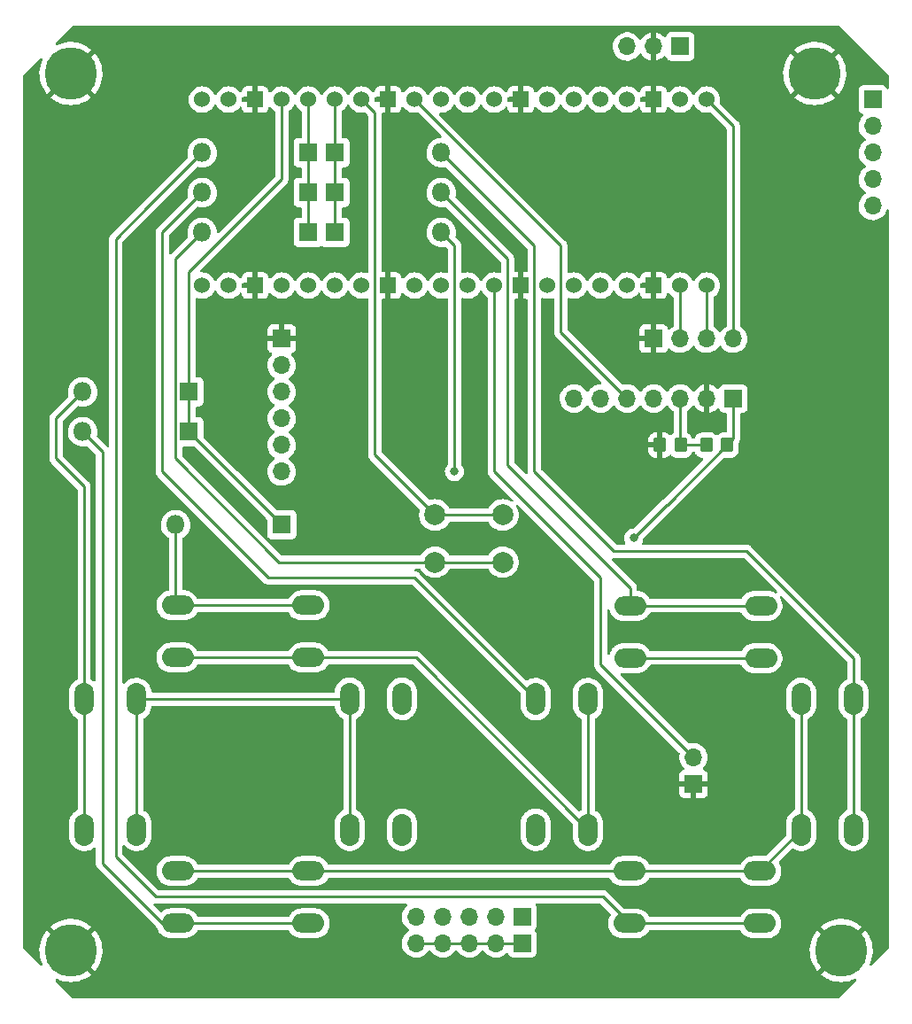
<source format=gbr>
%TF.GenerationSoftware,KiCad,Pcbnew,6.0.2+dfsg-1*%
%TF.CreationDate,2023-03-22T01:16:49-07:00*%
%TF.ProjectId,PICOnsole,5049434f-6e73-46f6-9c65-2e6b69636164,rev?*%
%TF.SameCoordinates,Original*%
%TF.FileFunction,Copper,L1,Top*%
%TF.FilePolarity,Positive*%
%FSLAX46Y46*%
G04 Gerber Fmt 4.6, Leading zero omitted, Abs format (unit mm)*
G04 Created by KiCad (PCBNEW 6.0.2+dfsg-1) date 2023-03-22 01:16:49*
%MOMM*%
%LPD*%
G01*
G04 APERTURE LIST*
G04 Aperture macros list*
%AMRoundRect*
0 Rectangle with rounded corners*
0 $1 Rounding radius*
0 $2 $3 $4 $5 $6 $7 $8 $9 X,Y pos of 4 corners*
0 Add a 4 corners polygon primitive as box body*
4,1,4,$2,$3,$4,$5,$6,$7,$8,$9,$2,$3,0*
0 Add four circle primitives for the rounded corners*
1,1,$1+$1,$2,$3*
1,1,$1+$1,$4,$5*
1,1,$1+$1,$6,$7*
1,1,$1+$1,$8,$9*
0 Add four rect primitives between the rounded corners*
20,1,$1+$1,$2,$3,$4,$5,0*
20,1,$1+$1,$4,$5,$6,$7,0*
20,1,$1+$1,$6,$7,$8,$9,0*
20,1,$1+$1,$8,$9,$2,$3,0*%
G04 Aperture macros list end*
%TA.AperFunction,ComponentPad*%
%ADD10C,5.000000*%
%TD*%
%TA.AperFunction,ComponentPad*%
%ADD11C,2.000000*%
%TD*%
%TA.AperFunction,ComponentPad*%
%ADD12R,1.800000X1.800000*%
%TD*%
%TA.AperFunction,ComponentPad*%
%ADD13O,1.800000X1.800000*%
%TD*%
%TA.AperFunction,ComponentPad*%
%ADD14O,1.850000X3.048000*%
%TD*%
%TA.AperFunction,ComponentPad*%
%ADD15O,3.048000X1.850000*%
%TD*%
%TA.AperFunction,SMDPad,CuDef*%
%ADD16RoundRect,0.250000X-0.350000X-0.450000X0.350000X-0.450000X0.350000X0.450000X-0.350000X0.450000X0*%
%TD*%
%TA.AperFunction,ComponentPad*%
%ADD17R,1.700000X1.700000*%
%TD*%
%TA.AperFunction,ComponentPad*%
%ADD18O,1.700000X1.700000*%
%TD*%
%TA.AperFunction,ComponentPad*%
%ADD19C,1.524000*%
%TD*%
%TA.AperFunction,ComponentPad*%
%ADD20R,1.524000X1.524000*%
%TD*%
%TA.AperFunction,ViaPad*%
%ADD21C,0.800000*%
%TD*%
%TA.AperFunction,Conductor*%
%ADD22C,0.250000*%
%TD*%
G04 APERTURE END LIST*
D10*
%TO.P,,1*%
%TO.N,GND*%
X91440000Y-101600000D03*
%TD*%
D11*
%TO.P,SW3,1,1*%
%TO.N,/Input Cathode 3*%
X52590000Y-59975000D03*
X59090000Y-59975000D03*
%TO.P,SW3,2,2*%
%TO.N,Net-(D3-Pad2)*%
X59090000Y-64475000D03*
X52590000Y-64475000D03*
%TD*%
D12*
%TO.P,D8,1,K*%
%TO.N,/Input Anode 3*%
X37950000Y-60910000D03*
D13*
%TO.P,D8,2,A*%
%TO.N,Net-(D8-Pad2)*%
X27790000Y-60910000D03*
%TD*%
D12*
%TO.P,D2,1,K*%
%TO.N,/Input Anode 1*%
X40490000Y-29160000D03*
D13*
%TO.P,D2,2,A*%
%TO.N,Net-(D2-Pad2)*%
X30330000Y-29160000D03*
%TD*%
D14*
%TO.P,SW4,1,1*%
%TO.N,/Input Cathode 1*%
X87630000Y-77555000D03*
X87630000Y-90055000D03*
%TO.P,SW4,2,2*%
%TO.N,Net-(D4-Pad2)*%
X92630000Y-77555000D03*
X92630000Y-90055000D03*
%TD*%
D12*
%TO.P,D3,1,K*%
%TO.N,/Input Anode 1*%
X40490000Y-32970000D03*
D13*
%TO.P,D3,2,A*%
%TO.N,Net-(D3-Pad2)*%
X30330000Y-32970000D03*
%TD*%
D10*
%TO.P,REF\u002A\u002A,1*%
%TO.N,GND*%
X88900000Y-17780000D03*
%TD*%
%TO.P,REF\u002A\u002A,1*%
%TO.N,GND*%
X17780000Y-101600000D03*
%TD*%
D12*
%TO.P,D1,1,K*%
%TO.N,/Input Anode 1*%
X40490000Y-25350000D03*
D13*
%TO.P,D1,2,A*%
%TO.N,Net-(D1-Pad2)*%
X30330000Y-25350000D03*
%TD*%
D14*
%TO.P,SW9,1,1*%
%TO.N,/Input Cathode 3*%
X24050000Y-77570000D03*
X24050000Y-90070000D03*
%TO.P,SW9,2,2*%
%TO.N,Net-(D9-Pad2)*%
X19050000Y-77570000D03*
X19050000Y-90070000D03*
%TD*%
D12*
%TO.P,D7,1,K*%
%TO.N,/Input Anode 3*%
X29060000Y-52020000D03*
D13*
%TO.P,D7,2,A*%
%TO.N,Net-(D7-Pad2)*%
X18900000Y-52020000D03*
%TD*%
D12*
%TO.P,D9,1,K*%
%TO.N,/Input Anode 3*%
X29060000Y-48210000D03*
D13*
%TO.P,D9,2,A*%
%TO.N,Net-(D9-Pad2)*%
X18900000Y-48210000D03*
%TD*%
D15*
%TO.P,SW8,1,1*%
%TO.N,/Input Cathode 2*%
X27990000Y-73610000D03*
X40490000Y-73610000D03*
%TO.P,SW8,2,2*%
%TO.N,Net-(D8-Pad2)*%
X27990000Y-68610000D03*
X40490000Y-68610000D03*
%TD*%
D14*
%TO.P,SW2,1,1*%
%TO.N,/Input Cathode 2*%
X67230000Y-90075000D03*
X67230000Y-77575000D03*
%TO.P,SW2,2,2*%
%TO.N,Net-(D2-Pad2)*%
X62230000Y-90075000D03*
X62230000Y-77575000D03*
%TD*%
D16*
%TO.P,R4,1*%
%TO.N,GND*%
X74100000Y-53290000D03*
%TO.P,R4,2*%
%TO.N,/I2S_SD*%
X76100000Y-53290000D03*
%TD*%
D10*
%TO.P,REF\u002A\u002A,1*%
%TO.N,GND*%
X17780000Y-17780000D03*
%TD*%
D12*
%TO.P,D5,1,K*%
%TO.N,/Input Anode 2*%
X43030000Y-29160000D03*
D13*
%TO.P,D5,2,A*%
%TO.N,Net-(D5-Pad2)*%
X53190000Y-29160000D03*
%TD*%
D17*
%TO.P,U4,1,Pin_1*%
%TO.N,+5V*%
X94465000Y-20275000D03*
D18*
%TO.P,U4,2,Pin_2*%
%TO.N,/USB_D-*%
X94465000Y-22815000D03*
%TO.P,U4,3,Pin_3*%
%TO.N,/USB_D+*%
X94465000Y-25355000D03*
%TO.P,U4,4,Pin_4*%
%TO.N,/BAT_GND*%
X94465000Y-27895000D03*
%TO.P,U4,5,Pin_5*%
%TO.N,VBUS*%
X94465000Y-30435000D03*
%TD*%
D17*
%TO.P,J1,1,Pin_1*%
%TO.N,GND*%
X73510000Y-43130000D03*
D18*
%TO.P,J1,2,Pin_2*%
%TO.N,/UART RX*%
X76050000Y-43130000D03*
%TO.P,J1,3,Pin_3*%
%TO.N,/UART TX*%
X78590000Y-43130000D03*
%TO.P,J1,4,Pin_4*%
%TO.N,VBUS*%
X81130000Y-43130000D03*
%TD*%
D15*
%TO.P,SW1,1,1*%
%TO.N,/Input Cathode 1*%
X71190000Y-94015000D03*
X83690000Y-94015000D03*
%TO.P,SW1,2,2*%
%TO.N,Net-(D1-Pad2)*%
X71190000Y-99015000D03*
X83690000Y-99015000D03*
%TD*%
%TO.P,SW7,1,1*%
%TO.N,/Input Cathode 1*%
X40510000Y-94010000D03*
X28010000Y-94010000D03*
%TO.P,SW7,2,2*%
%TO.N,Net-(D7-Pad2)*%
X28010000Y-99010000D03*
X40510000Y-99010000D03*
%TD*%
D16*
%TO.P,R3,1*%
%TO.N,/I2S_SD*%
X78540000Y-53290000D03*
%TO.P,R3,2*%
%TO.N,+3V3*%
X80540000Y-53290000D03*
%TD*%
D17*
%TO.P,U3,1,Pin_1*%
%TO.N,GND*%
X37950000Y-43130000D03*
D18*
%TO.P,U3,2,Pin_2*%
%TO.N,/SD CLK*%
X37950000Y-45670000D03*
%TO.P,U3,3,Pin_3*%
%TO.N,/SD MOSI*%
X37950000Y-48210000D03*
%TO.P,U3,4,Pin_4*%
%TO.N,/SD MISO*%
X37950000Y-50750000D03*
%TO.P,U3,5,Pin_5*%
%TO.N,/SD CS*%
X37950000Y-53290000D03*
%TO.P,U3,6,Pin_6*%
%TO.N,+3V3*%
X37950000Y-55830000D03*
%TD*%
D14*
%TO.P,SW6,1,1*%
%TO.N,/Input Cathode 3*%
X44450000Y-77550000D03*
X44450000Y-90050000D03*
%TO.P,SW6,2,2*%
%TO.N,Net-(D6-Pad2)*%
X49450000Y-77550000D03*
X49450000Y-90050000D03*
%TD*%
D15*
%TO.P,SW5,1,1*%
%TO.N,/Input Cathode 2*%
X83780000Y-73655000D03*
X71280000Y-73655000D03*
%TO.P,SW5,2,2*%
%TO.N,Net-(D5-Pad2)*%
X71280000Y-68655000D03*
X83780000Y-68655000D03*
%TD*%
D12*
%TO.P,D6,1,K*%
%TO.N,/Input Anode 2*%
X43030000Y-32970000D03*
D13*
%TO.P,D6,2,A*%
%TO.N,Net-(D6-Pad2)*%
X53190000Y-32970000D03*
%TD*%
D12*
%TO.P,D4,1,K*%
%TO.N,/Input Anode 2*%
X43030000Y-25350000D03*
D13*
%TO.P,D4,2,A*%
%TO.N,Net-(D4-Pad2)*%
X53190000Y-25350000D03*
%TD*%
D17*
%TO.P,SW10,1,A*%
%TO.N,/BAT_GND*%
X76050000Y-15195000D03*
D18*
%TO.P,SW10,2,B*%
%TO.N,GND*%
X73510000Y-15195000D03*
%TO.P,SW10,3*%
%TO.N,N/C*%
X70970000Y-15195000D03*
%TD*%
D17*
%TO.P,U5,1,Pin_1*%
%TO.N,+3V3*%
X81130000Y-48845000D03*
D18*
%TO.P,U5,2,Pin_2*%
%TO.N,GND*%
X78590000Y-48845000D03*
%TO.P,U5,3,Pin_3*%
%TO.N,/I2S_SD*%
X76050000Y-48845000D03*
%TO.P,U5,4,Pin_4*%
%TO.N,/I2S_Gain*%
X73510000Y-48845000D03*
%TO.P,U5,5,Pin_5*%
%TO.N,/I2S_DIN*%
X70970000Y-48845000D03*
%TO.P,U5,6,Pin_6*%
%TO.N,/I2S_CLK*%
X68430000Y-48845000D03*
%TO.P,U5,7,Pin_7*%
%TO.N,/I2S_LRC*%
X65890000Y-48845000D03*
%TD*%
D19*
%TO.P,U2,1*%
%TO.N,unconnected-(U2-Pad1)*%
X78590000Y-38050000D03*
%TO.P,U2,2*%
%TO.N,unconnected-(U2-Pad2)*%
X76050000Y-38050000D03*
D20*
%TO.P,U2,3,GND*%
%TO.N,GND*%
X73510000Y-38050000D03*
D19*
%TO.P,U2,4*%
%TO.N,unconnected-(U2-Pad4)*%
X70970000Y-38050000D03*
%TO.P,U2,5*%
%TO.N,unconnected-(U2-Pad5)*%
X68430000Y-38050000D03*
%TO.P,U2,6*%
%TO.N,unconnected-(U2-Pad6)*%
X63350000Y-38050000D03*
%TO.P,U2,7*%
%TO.N,unconnected-(U2-Pad7)*%
X65890000Y-38050000D03*
D20*
%TO.P,U2,8,GND*%
%TO.N,GND*%
X60810000Y-38050000D03*
D19*
%TO.P,U2,9*%
%TO.N,unconnected-(U2-Pad9)*%
X58270000Y-38050000D03*
%TO.P,U2,10*%
%TO.N,unconnected-(U2-Pad10)*%
X55730000Y-38050000D03*
%TO.P,U2,11,DC*%
%TO.N,/LCD DC*%
X53190000Y-38050000D03*
%TO.P,U2,12,CS*%
%TO.N,/LCD CS*%
X50650000Y-38050000D03*
D20*
%TO.P,U2,13,GND*%
%TO.N,GND*%
X48110000Y-38050000D03*
D19*
%TO.P,U2,14,CLK*%
%TO.N,/LCD CLK*%
X45570000Y-38050000D03*
%TO.P,U2,15,DIN*%
%TO.N,/LCD DIN*%
X43030000Y-38050000D03*
%TO.P,U2,16,Reset*%
%TO.N,/LCD Reset*%
X40490000Y-38050000D03*
%TO.P,U2,17,Backlight*%
%TO.N,/LCD Backlight*%
X37950000Y-38050000D03*
D20*
%TO.P,U2,18,GND*%
%TO.N,GND*%
X35410000Y-38050000D03*
D19*
%TO.P,U2,19*%
%TO.N,unconnected-(U2-Pad19)*%
X32870000Y-38050000D03*
%TO.P,U2,20*%
%TO.N,unconnected-(U2-Pad20)*%
X30330000Y-38050000D03*
%TO.P,U2,21*%
%TO.N,unconnected-(U2-Pad21)*%
X30330000Y-20270000D03*
%TO.P,U2,22*%
%TO.N,unconnected-(U2-Pad22)*%
X32870000Y-20270000D03*
D20*
%TO.P,U2,23,GND*%
%TO.N,GND*%
X35410000Y-20270000D03*
D19*
%TO.P,U2,24*%
%TO.N,unconnected-(U2-Pad24)*%
X37950000Y-20270000D03*
%TO.P,U2,25*%
%TO.N,unconnected-(U2-Pad25)*%
X40490000Y-20270000D03*
%TO.P,U2,26*%
%TO.N,unconnected-(U2-Pad26)*%
X43030000Y-20270000D03*
%TO.P,U2,27*%
%TO.N,unconnected-(U2-Pad27)*%
X45570000Y-20270000D03*
D20*
%TO.P,U2,28,GND*%
%TO.N,GND*%
X48110000Y-20270000D03*
D19*
%TO.P,U2,29*%
%TO.N,unconnected-(U2-Pad29)*%
X50650000Y-20270000D03*
%TO.P,U2,30*%
%TO.N,unconnected-(U2-Pad30)*%
X53190000Y-20270000D03*
%TO.P,U2,31*%
%TO.N,unconnected-(U2-Pad31)*%
X55730000Y-20270000D03*
%TO.P,U2,32*%
%TO.N,unconnected-(U2-Pad32)*%
X58270000Y-20270000D03*
D20*
%TO.P,U2,33,GND*%
%TO.N,GND*%
X60810000Y-20270000D03*
D19*
%TO.P,U2,34*%
%TO.N,unconnected-(U2-Pad34)*%
X63350000Y-20270000D03*
%TO.P,U2,35*%
%TO.N,unconnected-(U2-Pad35)*%
X65890000Y-20270000D03*
%TO.P,U2,36*%
%TO.N,unconnected-(U2-Pad36)*%
X68430000Y-20270000D03*
%TO.P,U2,37*%
%TO.N,unconnected-(U2-Pad37)*%
X70970000Y-20270000D03*
D20*
%TO.P,U2,38,GND*%
%TO.N,GND*%
X73510000Y-20270000D03*
D19*
%TO.P,U2,39,VSYS*%
%TO.N,VSS*%
X76050000Y-20270000D03*
%TO.P,U2,40,VBUS*%
%TO.N,VBUS*%
X78590000Y-20270000D03*
%TD*%
D17*
%TO.P,J3,1,Pin_1*%
%TO.N,Net-(J3-Pad1)*%
X60946073Y-98374999D03*
D18*
%TO.P,J3,2,Pin_2*%
%TO.N,GND*%
X58406073Y-98374999D03*
%TO.P,J3,3,Pin_3*%
%TO.N,unconnected-(J3-Pad3)*%
X55866073Y-98374999D03*
%TO.P,J3,4,Pin_4*%
%TO.N,+3V3*%
X53326073Y-98374999D03*
%TO.P,J3,5,Pin_5*%
%TO.N,Net-(J3-Pad5)*%
X50786073Y-98374999D03*
%TD*%
D17*
%TO.P,J4,1,Pin_1*%
%TO.N,/I2S_Gain*%
X60946073Y-100915000D03*
D18*
%TO.P,J4,2,Pin_2*%
X58406073Y-100915000D03*
%TO.P,J4,3,Pin_3*%
X55866073Y-100915000D03*
%TO.P,J4,4,Pin_4*%
X53326073Y-100915000D03*
%TO.P,J4,5,Pin_5*%
X50786073Y-100915000D03*
%TD*%
D17*
%TO.P,J2,1,Pin_1*%
%TO.N,GND*%
X77320000Y-85680000D03*
D18*
%TO.P,J2,2,Pin_2*%
%TO.N,/Motor*%
X77320000Y-83140000D03*
%TD*%
D19*
%TO.P,U1,1,GP0*%
%TO.N,/UART TX*%
X78590000Y-38050000D03*
%TO.P,U1,2,GP1*%
%TO.N,/UART RX*%
X76050000Y-38050000D03*
D20*
%TO.P,U1,3,GND*%
%TO.N,GND*%
X73510000Y-38050000D03*
D19*
%TO.P,U1,4,GP2*%
%TO.N,/SD CLK*%
X70970000Y-38050000D03*
%TO.P,U1,5,GP3*%
%TO.N,/SD MOSI*%
X68430000Y-38050000D03*
%TO.P,U1,6,GP4*%
%TO.N,/SD MISO*%
X63350000Y-38050000D03*
%TO.P,U1,7,GP5*%
%TO.N,/SD CS*%
X65890000Y-38050000D03*
D20*
%TO.P,U1,8,GND*%
%TO.N,GND*%
X60810000Y-38050000D03*
D19*
%TO.P,U1,9,GP6*%
%TO.N,/Motor*%
X58270000Y-38050000D03*
%TO.P,U1,10,GP7*%
%TO.N,unconnected-(U1-Pad10)*%
X55730000Y-38050000D03*
%TO.P,U1,11,GP8*%
%TO.N,/LCD DC*%
X53190000Y-38050000D03*
%TO.P,U1,12,GP9*%
%TO.N,/LCD CS*%
X50650000Y-38050000D03*
D20*
%TO.P,U1,13,GND*%
%TO.N,GND*%
X48110000Y-38050000D03*
D19*
%TO.P,U1,14,GP10*%
%TO.N,/LCD CLK*%
X45570000Y-38050000D03*
%TO.P,U1,15,GP11*%
%TO.N,/LCD DIN*%
X43030000Y-38050000D03*
%TO.P,U1,16,GP12*%
%TO.N,/LCD Reset*%
X40490000Y-38050000D03*
%TO.P,U1,17,GP13*%
%TO.N,/LCD Backlight*%
X37950000Y-38050000D03*
D20*
%TO.P,U1,18,GND*%
%TO.N,GND*%
X35410000Y-38050000D03*
D19*
%TO.P,U1,19,GP14*%
%TO.N,/I2S_CLK*%
X32870000Y-38050000D03*
%TO.P,U1,20,GP15*%
%TO.N,/I2S_LRC*%
X30330000Y-38050000D03*
%TO.P,U1,21,GP16*%
%TO.N,/Input Cathode 1*%
X30330000Y-20270000D03*
%TO.P,U1,22,GP17*%
%TO.N,/Input Cathode 2*%
X32870000Y-20270000D03*
D20*
%TO.P,U1,23,GND*%
%TO.N,GND*%
X35410000Y-20270000D03*
D19*
%TO.P,U1,24,GP18*%
%TO.N,/Input Anode 3*%
X37950000Y-20270000D03*
%TO.P,U1,25,GP19*%
%TO.N,/Input Anode 1*%
X40490000Y-20270000D03*
%TO.P,U1,26,GP20*%
%TO.N,/Input Anode 2*%
X43030000Y-20270000D03*
%TO.P,U1,27,GP22*%
%TO.N,/Input Cathode 3*%
X45570000Y-20270000D03*
D20*
%TO.P,U1,28,GND*%
%TO.N,GND*%
X48110000Y-20270000D03*
D19*
%TO.P,U1,29,GP22*%
%TO.N,/I2S_DIN*%
X50650000Y-20270000D03*
%TO.P,U1,30,RUN*%
%TO.N,unconnected-(U1-Pad30)*%
X53190000Y-20270000D03*
%TO.P,U1,31,GP26*%
%TO.N,unconnected-(U1-Pad31)*%
X55730000Y-20270000D03*
%TO.P,U1,32,GP27*%
%TO.N,unconnected-(U1-Pad32)*%
X58270000Y-20270000D03*
D20*
%TO.P,U1,33,GND*%
%TO.N,GND*%
X60810000Y-20270000D03*
D19*
%TO.P,U1,34,GP28*%
%TO.N,unconnected-(U1-Pad34)*%
X63350000Y-20270000D03*
%TO.P,U1,35,ADC_VREF*%
%TO.N,unconnected-(U1-Pad35)*%
X65890000Y-20270000D03*
%TO.P,U1,36,3V3*%
%TO.N,+3V3*%
X68430000Y-20270000D03*
%TO.P,U1,37,3V3_EN*%
%TO.N,unconnected-(U1-Pad37)*%
X70970000Y-20270000D03*
D20*
%TO.P,U1,38,GND*%
%TO.N,GND*%
X73510000Y-20270000D03*
D19*
%TO.P,U1,39,VSYS*%
%TO.N,VSS*%
X76050000Y-20270000D03*
%TO.P,U1,40,VBUS*%
%TO.N,VBUS*%
X78590000Y-20270000D03*
%TD*%
D21*
%TO.N,+3V3*%
X71605000Y-62180000D03*
%TO.N,Net-(D6-Pad2)*%
X54460000Y-55830000D03*
%TD*%
D22*
%TO.N,/Input Anode 1*%
X40490000Y-32970000D02*
X40490000Y-25350000D01*
X40490000Y-26620000D02*
X40490000Y-20270000D01*
%TO.N,Net-(D3-Pad2)*%
X30330000Y-32970000D02*
X27790000Y-35510000D01*
X27790000Y-38050000D02*
X27790000Y-36780000D01*
X27790000Y-35510000D02*
X27790000Y-38050000D01*
X52590000Y-64475000D02*
X37705000Y-64475000D01*
X52590000Y-64475000D02*
X59090000Y-64475000D01*
X37705000Y-64475000D02*
X27790000Y-54560000D01*
X27790000Y-54560000D02*
X27790000Y-38050000D01*
%TO.N,/Input Anode 2*%
X43030000Y-20270000D02*
X43030000Y-32970000D01*
%TO.N,/Input Anode 3*%
X29060000Y-48210000D02*
X29060000Y-52020000D01*
X37950000Y-60910000D02*
X29060000Y-52020000D01*
X29060000Y-48210000D02*
X29060000Y-36780000D01*
X37950000Y-27890000D02*
X37950000Y-20270000D01*
X29060000Y-36780000D02*
X37950000Y-27890000D01*
%TO.N,VBUS*%
X81130000Y-22810000D02*
X78590000Y-20270000D01*
X81130000Y-43130000D02*
X81130000Y-22810000D01*
%TO.N,/UART TX*%
X78590000Y-38050000D02*
X78590000Y-43130000D01*
%TO.N,/UART RX*%
X76050000Y-43130000D02*
X76050000Y-38050000D01*
%TO.N,/Input Cathode 1*%
X71190000Y-94015000D02*
X28015000Y-94015000D01*
X83690000Y-93995000D02*
X87630000Y-90055000D01*
X28015000Y-94015000D02*
X28010000Y-94010000D01*
X83690000Y-94015000D02*
X83690000Y-93995000D01*
X87630000Y-90055000D02*
X87630000Y-77555000D01*
X71190000Y-94015000D02*
X83690000Y-94015000D01*
%TO.N,/Input Cathode 2*%
X67230000Y-77575000D02*
X67230000Y-90075000D01*
X71280000Y-73655000D02*
X83780000Y-73655000D01*
X67230000Y-77575000D02*
X67360000Y-77575000D01*
X50765000Y-73610000D02*
X67230000Y-90075000D01*
X27990000Y-73610000D02*
X40490000Y-73610000D01*
X40490000Y-73610000D02*
X50765000Y-73610000D01*
%TO.N,/Input Cathode 3*%
X46840000Y-54225000D02*
X46840000Y-21540000D01*
X24050000Y-77570000D02*
X44430000Y-77570000D01*
X44430000Y-77570000D02*
X44450000Y-77550000D01*
X46840000Y-21540000D02*
X45570000Y-20270000D01*
X44450000Y-90050000D02*
X44450000Y-77550000D01*
X52590000Y-59975000D02*
X59090000Y-59975000D01*
X24050000Y-77570000D02*
X24050000Y-90070000D01*
X52590000Y-59975000D02*
X46840000Y-54225000D01*
%TO.N,+3V3*%
X74825000Y-59005000D02*
X80540000Y-53290000D01*
X74780000Y-59005000D02*
X74825000Y-59005000D01*
X81130000Y-48845000D02*
X81130000Y-52700000D01*
X71605000Y-62180000D02*
X74780000Y-59005000D01*
X81130000Y-52700000D02*
X80540000Y-53290000D01*
%TO.N,Net-(D1-Pad2)*%
X71190000Y-99015000D02*
X68645000Y-96470000D01*
X22075000Y-33605000D02*
X25250000Y-30430000D01*
X68645000Y-96470000D02*
X25885000Y-96470000D01*
X30330000Y-25350000D02*
X25250000Y-30430000D01*
X83690000Y-99015000D02*
X71190000Y-99015000D01*
X22075000Y-92660000D02*
X22075000Y-33605000D01*
X25885000Y-96470000D02*
X22075000Y-92660000D01*
%TO.N,Net-(D2-Pad2)*%
X62230000Y-77575000D02*
X50650000Y-65995000D01*
X50650000Y-65990000D02*
X36680000Y-65990000D01*
X26520000Y-55830000D02*
X26520000Y-34240000D01*
X26520000Y-32970000D02*
X26520000Y-34240000D01*
X30330000Y-29160000D02*
X26520000Y-32970000D01*
X36680000Y-65990000D02*
X26520000Y-55830000D01*
X50650000Y-65995000D02*
X50650000Y-65990000D01*
%TO.N,Net-(D4-Pad2)*%
X62080000Y-34240000D02*
X62080000Y-55830000D01*
X92630000Y-73680000D02*
X92630000Y-77555000D01*
X82400000Y-63450000D02*
X92630000Y-73680000D01*
X69700000Y-63450000D02*
X82400000Y-63450000D01*
X62080000Y-55830000D02*
X69700000Y-63450000D01*
X53190000Y-25350000D02*
X62080000Y-34240000D01*
X92630000Y-77555000D02*
X92630000Y-90055000D01*
%TO.N,Net-(D5-Pad2)*%
X59540000Y-35510000D02*
X59540000Y-55195000D01*
X59540000Y-35510000D02*
X53190000Y-29160000D01*
X71280000Y-68655000D02*
X71280000Y-66935000D01*
X71280000Y-66935000D02*
X59540000Y-55195000D01*
X83780000Y-68655000D02*
X71280000Y-68655000D01*
%TO.N,Net-(D6-Pad2)*%
X54460000Y-55830000D02*
X54460000Y-34240000D01*
X53190000Y-32970000D02*
X54460000Y-34240000D01*
%TO.N,Net-(D7-Pad2)*%
X26520000Y-99010000D02*
X28010000Y-99010000D01*
X20805000Y-53925000D02*
X20805000Y-93295000D01*
X18900000Y-52020000D02*
X20805000Y-53925000D01*
X20805000Y-93295000D02*
X26520000Y-99010000D01*
X40510000Y-99010000D02*
X28010000Y-99010000D01*
%TO.N,Net-(D8-Pad2)*%
X27790000Y-60910000D02*
X27790000Y-68410000D01*
X27790000Y-68410000D02*
X27990000Y-68610000D01*
X40490000Y-68610000D02*
X27990000Y-68610000D01*
%TO.N,Net-(D9-Pad2)*%
X19050000Y-57250000D02*
X16360000Y-54560000D01*
X16360000Y-54560000D02*
X16360000Y-50750000D01*
X19050000Y-77570000D02*
X19050000Y-57250000D01*
X19050000Y-90070000D02*
X19050000Y-77570000D01*
X16360000Y-50750000D02*
X18900000Y-48210000D01*
%TO.N,/Motor*%
X68430000Y-65990000D02*
X58270000Y-55830000D01*
X68430000Y-74250000D02*
X68430000Y-65990000D01*
X58270000Y-55830000D02*
X58270000Y-38050000D01*
X77320000Y-83140000D02*
X68430000Y-74250000D01*
%TO.N,/I2S_Gain*%
X50786073Y-100915000D02*
X60946073Y-100915000D01*
%TO.N,/I2S_SD*%
X76050000Y-48845000D02*
X76050000Y-53240000D01*
X76050000Y-53240000D02*
X76100000Y-53290000D01*
X78540000Y-53290000D02*
X76100000Y-53290000D01*
%TO.N,/I2S_DIN*%
X50650000Y-20270000D02*
X64620000Y-34240000D01*
X64620000Y-34240000D02*
X64620000Y-42495000D01*
X64620000Y-42495000D02*
X70970000Y-48845000D01*
%TO.N,/I2S_LRC*%
X65885000Y-48850000D02*
X65885000Y-48215000D01*
%TD*%
%TA.AperFunction,Conductor*%
%TO.N,GND*%
G36*
X91245511Y-13228002D02*
G01*
X91266485Y-13244905D01*
X95975095Y-17953515D01*
X96009121Y-18015827D01*
X96012000Y-18042610D01*
X96012000Y-19140475D01*
X95991998Y-19208596D01*
X95938342Y-19255089D01*
X95868068Y-19265193D01*
X95803488Y-19235699D01*
X95774386Y-19193859D01*
X95773077Y-19194575D01*
X95768767Y-19186703D01*
X95765615Y-19178295D01*
X95678261Y-19061739D01*
X95561705Y-18974385D01*
X95425316Y-18923255D01*
X95363134Y-18916500D01*
X93566866Y-18916500D01*
X93504684Y-18923255D01*
X93368295Y-18974385D01*
X93251739Y-19061739D01*
X93164385Y-19178295D01*
X93113255Y-19314684D01*
X93106500Y-19376866D01*
X93106500Y-21173134D01*
X93113255Y-21235316D01*
X93164385Y-21371705D01*
X93251739Y-21488261D01*
X93368295Y-21575615D01*
X93376704Y-21578767D01*
X93376705Y-21578768D01*
X93485451Y-21619535D01*
X93542216Y-21662176D01*
X93566916Y-21728738D01*
X93551709Y-21798087D01*
X93532316Y-21824568D01*
X93405629Y-21957138D01*
X93279743Y-22141680D01*
X93185688Y-22344305D01*
X93125989Y-22559570D01*
X93102251Y-22781695D01*
X93102548Y-22786848D01*
X93102548Y-22786851D01*
X93108011Y-22881590D01*
X93115110Y-23004715D01*
X93116247Y-23009761D01*
X93116248Y-23009767D01*
X93136090Y-23097811D01*
X93164222Y-23222639D01*
X93248266Y-23429616D01*
X93364987Y-23620088D01*
X93511250Y-23788938D01*
X93658610Y-23911279D01*
X93670920Y-23921498D01*
X93683126Y-23931632D01*
X93711573Y-23948255D01*
X93756445Y-23974476D01*
X93805169Y-24026114D01*
X93818240Y-24095897D01*
X93791509Y-24161669D01*
X93751055Y-24195027D01*
X93738607Y-24201507D01*
X93734474Y-24204610D01*
X93734471Y-24204612D01*
X93564100Y-24332530D01*
X93559965Y-24335635D01*
X93556393Y-24339373D01*
X93414682Y-24487665D01*
X93405629Y-24497138D01*
X93279743Y-24681680D01*
X93185688Y-24884305D01*
X93125989Y-25099570D01*
X93102251Y-25321695D01*
X93102548Y-25326848D01*
X93102548Y-25326851D01*
X93107864Y-25419041D01*
X93115110Y-25544715D01*
X93116247Y-25549761D01*
X93116248Y-25549767D01*
X93137275Y-25643069D01*
X93164222Y-25762639D01*
X93248266Y-25969616D01*
X93364987Y-26160088D01*
X93511250Y-26328938D01*
X93683126Y-26471632D01*
X93738331Y-26503891D01*
X93756445Y-26514476D01*
X93805169Y-26566114D01*
X93818240Y-26635897D01*
X93791509Y-26701669D01*
X93751055Y-26735027D01*
X93738607Y-26741507D01*
X93734474Y-26744610D01*
X93734471Y-26744612D01*
X93617871Y-26832158D01*
X93559965Y-26875635D01*
X93405629Y-27037138D01*
X93279743Y-27221680D01*
X93185688Y-27424305D01*
X93125989Y-27639570D01*
X93102251Y-27861695D01*
X93102548Y-27866848D01*
X93102548Y-27866851D01*
X93111477Y-28021703D01*
X93115110Y-28084715D01*
X93116247Y-28089761D01*
X93116248Y-28089767D01*
X93137275Y-28183069D01*
X93164222Y-28302639D01*
X93202461Y-28396811D01*
X93243090Y-28496868D01*
X93248266Y-28509616D01*
X93250965Y-28514020D01*
X93350811Y-28676954D01*
X93364987Y-28700088D01*
X93511250Y-28868938D01*
X93683126Y-29011632D01*
X93753595Y-29052811D01*
X93756445Y-29054476D01*
X93805169Y-29106114D01*
X93818240Y-29175897D01*
X93791509Y-29241669D01*
X93751055Y-29275027D01*
X93738607Y-29281507D01*
X93734474Y-29284610D01*
X93734471Y-29284612D01*
X93564100Y-29412530D01*
X93559965Y-29415635D01*
X93556393Y-29419373D01*
X93450990Y-29529671D01*
X93405629Y-29577138D01*
X93402715Y-29581410D01*
X93402714Y-29581411D01*
X93394752Y-29593083D01*
X93279743Y-29761680D01*
X93185688Y-29964305D01*
X93125989Y-30179570D01*
X93102251Y-30401695D01*
X93102548Y-30406848D01*
X93102548Y-30406851D01*
X93110366Y-30542442D01*
X93115110Y-30624715D01*
X93116247Y-30629761D01*
X93116248Y-30629767D01*
X93119041Y-30642158D01*
X93164222Y-30842639D01*
X93248266Y-31049616D01*
X93364987Y-31240088D01*
X93511250Y-31408938D01*
X93658610Y-31531279D01*
X93670920Y-31541498D01*
X93683126Y-31551632D01*
X93876000Y-31664338D01*
X93880825Y-31666180D01*
X93880826Y-31666181D01*
X93953612Y-31693975D01*
X94084692Y-31744030D01*
X94089760Y-31745061D01*
X94089763Y-31745062D01*
X94197017Y-31766883D01*
X94303597Y-31788567D01*
X94308772Y-31788757D01*
X94308774Y-31788757D01*
X94521673Y-31796564D01*
X94521677Y-31796564D01*
X94526837Y-31796753D01*
X94531957Y-31796097D01*
X94531959Y-31796097D01*
X94743288Y-31769025D01*
X94743289Y-31769025D01*
X94748416Y-31768368D01*
X94753366Y-31766883D01*
X94957429Y-31705661D01*
X94957434Y-31705659D01*
X94962384Y-31704174D01*
X95162994Y-31605896D01*
X95344860Y-31476173D01*
X95385676Y-31435500D01*
X95499435Y-31322137D01*
X95503096Y-31318489D01*
X95562594Y-31235689D01*
X95630435Y-31141277D01*
X95633453Y-31137077D01*
X95732430Y-30936811D01*
X95765442Y-30828156D01*
X95804383Y-30768792D01*
X95869237Y-30739905D01*
X95939413Y-30750666D01*
X95992631Y-30797660D01*
X96012000Y-30864785D01*
X96012000Y-101337390D01*
X95991998Y-101405511D01*
X95975095Y-101426485D01*
X94354044Y-103047536D01*
X94291732Y-103081562D01*
X94220917Y-103076497D01*
X94164081Y-103033950D01*
X94139270Y-102967430D01*
X94152384Y-102901826D01*
X94203661Y-102799875D01*
X94206530Y-102793244D01*
X94323249Y-102474293D01*
X94325345Y-102467351D01*
X94404631Y-102137103D01*
X94405915Y-102129964D01*
X94446816Y-101791973D01*
X94447240Y-101786403D01*
X94453010Y-101602797D01*
X94452937Y-101597204D01*
X94433338Y-101257303D01*
X94432506Y-101250113D01*
X94374113Y-100915529D01*
X94372458Y-100908474D01*
X94275998Y-100582834D01*
X94273540Y-100576006D01*
X94140290Y-100263608D01*
X94137073Y-100257125D01*
X93968788Y-99962089D01*
X93964856Y-99956034D01*
X93763774Y-99682295D01*
X93759166Y-99676726D01*
X93753830Y-99670984D01*
X93740178Y-99662866D01*
X93739570Y-99662887D01*
X93731092Y-99668119D01*
X91799210Y-101600000D01*
X91440000Y-101959210D01*
X89511472Y-103887739D01*
X89503860Y-103901680D01*
X89503878Y-103901934D01*
X89509792Y-103910676D01*
X89541111Y-103939174D01*
X89546748Y-103943738D01*
X89822544Y-104141918D01*
X89828682Y-104145813D01*
X90125435Y-104310984D01*
X90131955Y-104314136D01*
X90445738Y-104444109D01*
X90452589Y-104446495D01*
X90779212Y-104539536D01*
X90786301Y-104541120D01*
X91121465Y-104596006D01*
X91128671Y-104596763D01*
X91467926Y-104612762D01*
X91475176Y-104612686D01*
X91814010Y-104589587D01*
X91821219Y-104588676D01*
X92155160Y-104526784D01*
X92162190Y-104525057D01*
X92486819Y-104425187D01*
X92493597Y-104422667D01*
X92745111Y-104312260D01*
X92815526Y-104303195D01*
X92879665Y-104333637D01*
X92917163Y-104393923D01*
X92916115Y-104464912D01*
X92884851Y-104516729D01*
X91266485Y-106135095D01*
X91204173Y-106169121D01*
X91177390Y-106172000D01*
X18042610Y-106172000D01*
X17974489Y-106151998D01*
X17953515Y-106135095D01*
X16340477Y-104522057D01*
X16306451Y-104459745D01*
X16311516Y-104388930D01*
X16354063Y-104332094D01*
X16420583Y-104307283D01*
X16477790Y-104316553D01*
X16785738Y-104444109D01*
X16792589Y-104446495D01*
X17119212Y-104539536D01*
X17126301Y-104541120D01*
X17461465Y-104596006D01*
X17468671Y-104596763D01*
X17807926Y-104612762D01*
X17815176Y-104612686D01*
X18154010Y-104589587D01*
X18161219Y-104588676D01*
X18495160Y-104526784D01*
X18502190Y-104525057D01*
X18826819Y-104425187D01*
X18833597Y-104422667D01*
X19144603Y-104286145D01*
X19151043Y-104282864D01*
X19444293Y-104111502D01*
X19450326Y-104107493D01*
X19708828Y-103913405D01*
X19717282Y-103902078D01*
X19710537Y-103889748D01*
X17421921Y-101601131D01*
X18144408Y-101601131D01*
X18144539Y-101602966D01*
X18148790Y-101609580D01*
X20066268Y-103527057D01*
X20079622Y-103534349D01*
X20089594Y-103527295D01*
X20196641Y-103399267D01*
X20200957Y-103393456D01*
X20387432Y-103109575D01*
X20391046Y-103103313D01*
X20543658Y-102799882D01*
X20546530Y-102793244D01*
X20663249Y-102474293D01*
X20665345Y-102467351D01*
X20744631Y-102137103D01*
X20745915Y-102129964D01*
X20786816Y-101791973D01*
X20787240Y-101786403D01*
X20793010Y-101602797D01*
X20792937Y-101597204D01*
X20773338Y-101257303D01*
X20772506Y-101250113D01*
X20714113Y-100915529D01*
X20712458Y-100908474D01*
X20615998Y-100582834D01*
X20613540Y-100576006D01*
X20480290Y-100263608D01*
X20477073Y-100257125D01*
X20308788Y-99962089D01*
X20304856Y-99956034D01*
X20103774Y-99682295D01*
X20099166Y-99676726D01*
X20093830Y-99670984D01*
X20080178Y-99662866D01*
X20079570Y-99662887D01*
X20071092Y-99668119D01*
X18152020Y-101587190D01*
X18144408Y-101601131D01*
X17421921Y-101601131D01*
X17420790Y-101600000D01*
X15492372Y-99671583D01*
X15479582Y-99664599D01*
X15468828Y-99672463D01*
X15308037Y-99877527D01*
X15303902Y-99883476D01*
X15126440Y-100173068D01*
X15123019Y-100179447D01*
X14980016Y-100487522D01*
X14977356Y-100494241D01*
X14870711Y-100816707D01*
X14868834Y-100823711D01*
X14799961Y-101156288D01*
X14798904Y-101163449D01*
X14768712Y-101501735D01*
X14768484Y-101508987D01*
X14777374Y-101848505D01*
X14777980Y-101855721D01*
X14825835Y-102191963D01*
X14827269Y-102199074D01*
X14913455Y-102527595D01*
X14915692Y-102534478D01*
X15039064Y-102850914D01*
X15042081Y-102857503D01*
X15061947Y-102895024D01*
X15076146Y-102964586D01*
X15050483Y-103030782D01*
X14993105Y-103072595D01*
X14922230Y-103076749D01*
X14861498Y-103043078D01*
X13244905Y-101426485D01*
X13210879Y-101364173D01*
X13208000Y-101337390D01*
X13208000Y-99301048D01*
X15845132Y-99301048D01*
X15851527Y-99312316D01*
X17767190Y-101227980D01*
X17781131Y-101235592D01*
X17782966Y-101235461D01*
X17789580Y-101231210D01*
X19707074Y-99313716D01*
X19714466Y-99300179D01*
X19707679Y-99290479D01*
X19604476Y-99202335D01*
X19598704Y-99197953D01*
X19316796Y-99008519D01*
X19310575Y-99004839D01*
X19008757Y-98849060D01*
X19002146Y-98846116D01*
X18684439Y-98726065D01*
X18677513Y-98723894D01*
X18348112Y-98641155D01*
X18341005Y-98639799D01*
X18004278Y-98595468D01*
X17997036Y-98594937D01*
X17657467Y-98589602D01*
X17650205Y-98589906D01*
X17312256Y-98623638D01*
X17305108Y-98624770D01*
X16973263Y-98697124D01*
X16966285Y-98699072D01*
X16644960Y-98809086D01*
X16638253Y-98811823D01*
X16331707Y-98958039D01*
X16325349Y-98961534D01*
X16037654Y-99142005D01*
X16031731Y-99146214D01*
X15853601Y-99288923D01*
X15845132Y-99301048D01*
X13208000Y-99301048D01*
X13208000Y-50729943D01*
X15721780Y-50729943D01*
X15722526Y-50737835D01*
X15725941Y-50773961D01*
X15726500Y-50785819D01*
X15726500Y-54481233D01*
X15725973Y-54492416D01*
X15724298Y-54499909D01*
X15724547Y-54507835D01*
X15724547Y-54507836D01*
X15726438Y-54567986D01*
X15726500Y-54571945D01*
X15726500Y-54599856D01*
X15726997Y-54603790D01*
X15726997Y-54603791D01*
X15727005Y-54603856D01*
X15727938Y-54615693D01*
X15729327Y-54659889D01*
X15732787Y-54671797D01*
X15734978Y-54679339D01*
X15738987Y-54698700D01*
X15741526Y-54718797D01*
X15744445Y-54726168D01*
X15744445Y-54726170D01*
X15757804Y-54759912D01*
X15761649Y-54771142D01*
X15773982Y-54813593D01*
X15778015Y-54820412D01*
X15778017Y-54820417D01*
X15784293Y-54831028D01*
X15792988Y-54848776D01*
X15800448Y-54867617D01*
X15805110Y-54874033D01*
X15805110Y-54874034D01*
X15826436Y-54903387D01*
X15832952Y-54913307D01*
X15855458Y-54951362D01*
X15869779Y-54965683D01*
X15882619Y-54980716D01*
X15894528Y-54997107D01*
X15908880Y-55008980D01*
X15928605Y-55025298D01*
X15937384Y-55033288D01*
X18379595Y-57475499D01*
X18413621Y-57537811D01*
X18416500Y-57564594D01*
X18416500Y-75608134D01*
X18396498Y-75676255D01*
X18348683Y-75719895D01*
X18283504Y-75753825D01*
X18279371Y-75756928D01*
X18279368Y-75756930D01*
X18109428Y-75884525D01*
X18095000Y-75895358D01*
X18063966Y-75927833D01*
X17950049Y-76047040D01*
X17932143Y-76065777D01*
X17799307Y-76260508D01*
X17797133Y-76265192D01*
X17797131Y-76265195D01*
X17707022Y-76459319D01*
X17700059Y-76474319D01*
X17637065Y-76701468D01*
X17636516Y-76706605D01*
X17617060Y-76888659D01*
X17616500Y-76893898D01*
X17616500Y-78228757D01*
X17616712Y-78231330D01*
X17616712Y-78231341D01*
X17630478Y-78398779D01*
X17630479Y-78398785D01*
X17630902Y-78403930D01*
X17688327Y-78632551D01*
X17782322Y-78848723D01*
X17910360Y-79046641D01*
X17913839Y-79050464D01*
X17913841Y-79050467D01*
X18065527Y-79217167D01*
X18069005Y-79220989D01*
X18073056Y-79224188D01*
X18073060Y-79224192D01*
X18109217Y-79252747D01*
X18253994Y-79367085D01*
X18258509Y-79369578D01*
X18258522Y-79369586D01*
X18351394Y-79420854D01*
X18401364Y-79471286D01*
X18416500Y-79531162D01*
X18416500Y-88108134D01*
X18396498Y-88176255D01*
X18348683Y-88219895D01*
X18283504Y-88253825D01*
X18279371Y-88256928D01*
X18279368Y-88256930D01*
X18109428Y-88384525D01*
X18095000Y-88395358D01*
X18063966Y-88427833D01*
X17950049Y-88547040D01*
X17932143Y-88565777D01*
X17799307Y-88760508D01*
X17797133Y-88765192D01*
X17797131Y-88765195D01*
X17707022Y-88959319D01*
X17700059Y-88974319D01*
X17637065Y-89201468D01*
X17636516Y-89206605D01*
X17617060Y-89388659D01*
X17616500Y-89393898D01*
X17616500Y-90728757D01*
X17616712Y-90731330D01*
X17616712Y-90731341D01*
X17630478Y-90898779D01*
X17630479Y-90898785D01*
X17630902Y-90903930D01*
X17688327Y-91132551D01*
X17782322Y-91348723D01*
X17910360Y-91546641D01*
X17913839Y-91550464D01*
X17913841Y-91550467D01*
X18065527Y-91717167D01*
X18069005Y-91720989D01*
X18073056Y-91724188D01*
X18073060Y-91724192D01*
X18249939Y-91863883D01*
X18249943Y-91863885D01*
X18253994Y-91867085D01*
X18258515Y-91869581D01*
X18258517Y-91869582D01*
X18282951Y-91883070D01*
X18460361Y-91981005D01*
X18465230Y-91982729D01*
X18465234Y-91982731D01*
X18677689Y-92057965D01*
X18677693Y-92057966D01*
X18682564Y-92059691D01*
X18687657Y-92060598D01*
X18687660Y-92060599D01*
X18909544Y-92100123D01*
X18909550Y-92100124D01*
X18914633Y-92101029D01*
X19005477Y-92102139D01*
X19145170Y-92103846D01*
X19145172Y-92103846D01*
X19150339Y-92103909D01*
X19383349Y-92068253D01*
X19607407Y-91995020D01*
X19816496Y-91886175D01*
X19820629Y-91883072D01*
X19820632Y-91883070D01*
X19969847Y-91771036D01*
X20036332Y-91746130D01*
X20105727Y-91761122D01*
X20156001Y-91811253D01*
X20171500Y-91871796D01*
X20171500Y-93216233D01*
X20170973Y-93227416D01*
X20169298Y-93234909D01*
X20169547Y-93242835D01*
X20169547Y-93242836D01*
X20171438Y-93302986D01*
X20171500Y-93306945D01*
X20171500Y-93334856D01*
X20171997Y-93338790D01*
X20171997Y-93338791D01*
X20172005Y-93338856D01*
X20172938Y-93350693D01*
X20174327Y-93394889D01*
X20179978Y-93414339D01*
X20183987Y-93433700D01*
X20186526Y-93453797D01*
X20189445Y-93461168D01*
X20189445Y-93461170D01*
X20202804Y-93494912D01*
X20206649Y-93506142D01*
X20218982Y-93548593D01*
X20223015Y-93555412D01*
X20223017Y-93555417D01*
X20229293Y-93566028D01*
X20237988Y-93583776D01*
X20245448Y-93602617D01*
X20250110Y-93609033D01*
X20250110Y-93609034D01*
X20271436Y-93638387D01*
X20277952Y-93648307D01*
X20300458Y-93686362D01*
X20314779Y-93700683D01*
X20327619Y-93715716D01*
X20339528Y-93732107D01*
X20345634Y-93737158D01*
X20373605Y-93760298D01*
X20382384Y-93768288D01*
X26016343Y-99402247D01*
X26023883Y-99410530D01*
X26026474Y-99414613D01*
X26047526Y-99452816D01*
X26084980Y-99567407D01*
X26087370Y-99571998D01*
X26187639Y-99764612D01*
X26193825Y-99776496D01*
X26196928Y-99780629D01*
X26196930Y-99780632D01*
X26328626Y-99956034D01*
X26335358Y-99965000D01*
X26339096Y-99968572D01*
X26463669Y-100087617D01*
X26505777Y-100127857D01*
X26700508Y-100260693D01*
X26705192Y-100262867D01*
X26705195Y-100262869D01*
X26909628Y-100357764D01*
X26909633Y-100357766D01*
X26914319Y-100359941D01*
X27141468Y-100422935D01*
X27146605Y-100423484D01*
X27330563Y-100443144D01*
X27330571Y-100443144D01*
X27333898Y-100443500D01*
X28668757Y-100443500D01*
X28671330Y-100443288D01*
X28671341Y-100443288D01*
X28838779Y-100429522D01*
X28838785Y-100429521D01*
X28843930Y-100429098D01*
X29072551Y-100371673D01*
X29288723Y-100277678D01*
X29486641Y-100149640D01*
X29505086Y-100132857D01*
X29657167Y-99994473D01*
X29657168Y-99994471D01*
X29660989Y-99990995D01*
X29664188Y-99986944D01*
X29664192Y-99986940D01*
X29803136Y-99811006D01*
X29807085Y-99806006D01*
X29809578Y-99801491D01*
X29809586Y-99801478D01*
X29860854Y-99708606D01*
X29911286Y-99658636D01*
X29971162Y-99643500D01*
X38548134Y-99643500D01*
X38616255Y-99663502D01*
X38659895Y-99711317D01*
X38693825Y-99776496D01*
X38696928Y-99780629D01*
X38696930Y-99780632D01*
X38828626Y-99956034D01*
X38835358Y-99965000D01*
X38839096Y-99968572D01*
X38963669Y-100087617D01*
X39005777Y-100127857D01*
X39200508Y-100260693D01*
X39205192Y-100262867D01*
X39205195Y-100262869D01*
X39409628Y-100357764D01*
X39409633Y-100357766D01*
X39414319Y-100359941D01*
X39641468Y-100422935D01*
X39646605Y-100423484D01*
X39830563Y-100443144D01*
X39830571Y-100443144D01*
X39833898Y-100443500D01*
X41168757Y-100443500D01*
X41171330Y-100443288D01*
X41171341Y-100443288D01*
X41338779Y-100429522D01*
X41338785Y-100429521D01*
X41343930Y-100429098D01*
X41572551Y-100371673D01*
X41788723Y-100277678D01*
X41986641Y-100149640D01*
X42005086Y-100132857D01*
X42157167Y-99994473D01*
X42157168Y-99994471D01*
X42160989Y-99990995D01*
X42164188Y-99986944D01*
X42164192Y-99986940D01*
X42303883Y-99810061D01*
X42303885Y-99810057D01*
X42307085Y-99806006D01*
X42323149Y-99776907D01*
X42364643Y-99701739D01*
X42421005Y-99599639D01*
X42424789Y-99588955D01*
X42497965Y-99382311D01*
X42497966Y-99382307D01*
X42499691Y-99377436D01*
X42504075Y-99352825D01*
X42540123Y-99150456D01*
X42540124Y-99150450D01*
X42541029Y-99145367D01*
X42543909Y-98909661D01*
X42508253Y-98676651D01*
X42435020Y-98452593D01*
X42377290Y-98341694D01*
X42328564Y-98248093D01*
X42328563Y-98248092D01*
X42326175Y-98243504D01*
X42307773Y-98218994D01*
X42187747Y-98059135D01*
X42187745Y-98059132D01*
X42184642Y-98055000D01*
X42034951Y-97911951D01*
X42017960Y-97895714D01*
X42017959Y-97895713D01*
X42014223Y-97892143D01*
X41819492Y-97759307D01*
X41814808Y-97757133D01*
X41814805Y-97757131D01*
X41610372Y-97662236D01*
X41610367Y-97662234D01*
X41605681Y-97660059D01*
X41378532Y-97597065D01*
X41363682Y-97595478D01*
X41189437Y-97576856D01*
X41189429Y-97576856D01*
X41186102Y-97576500D01*
X39851243Y-97576500D01*
X39848670Y-97576712D01*
X39848659Y-97576712D01*
X39681221Y-97590478D01*
X39681215Y-97590479D01*
X39676070Y-97590902D01*
X39447449Y-97648327D01*
X39231277Y-97742322D01*
X39033359Y-97870360D01*
X39029539Y-97873836D01*
X39029533Y-97873841D01*
X38898749Y-97992846D01*
X38859011Y-98029005D01*
X38855812Y-98033056D01*
X38855808Y-98033060D01*
X38761591Y-98152360D01*
X38712915Y-98213994D01*
X38710422Y-98218509D01*
X38710414Y-98218522D01*
X38659146Y-98311394D01*
X38608714Y-98361364D01*
X38548838Y-98376500D01*
X29971866Y-98376500D01*
X29903745Y-98356498D01*
X29860105Y-98308683D01*
X29826175Y-98243504D01*
X29807773Y-98218994D01*
X29687747Y-98059135D01*
X29687745Y-98059132D01*
X29684642Y-98055000D01*
X29534951Y-97911951D01*
X29517960Y-97895714D01*
X29517959Y-97895713D01*
X29514223Y-97892143D01*
X29319492Y-97759307D01*
X29314808Y-97757133D01*
X29314805Y-97757131D01*
X29110372Y-97662236D01*
X29110367Y-97662234D01*
X29105681Y-97660059D01*
X28878532Y-97597065D01*
X28863682Y-97595478D01*
X28689437Y-97576856D01*
X28689429Y-97576856D01*
X28686102Y-97576500D01*
X27351243Y-97576500D01*
X27348670Y-97576712D01*
X27348659Y-97576712D01*
X27181221Y-97590478D01*
X27181215Y-97590479D01*
X27176070Y-97590902D01*
X26947449Y-97648327D01*
X26731277Y-97742322D01*
X26533359Y-97870360D01*
X26487650Y-97911953D01*
X26423807Y-97943003D01*
X26353308Y-97934609D01*
X26313757Y-97907853D01*
X25724499Y-97318595D01*
X25690473Y-97256283D01*
X25695538Y-97185468D01*
X25738085Y-97128632D01*
X25804605Y-97103821D01*
X25813594Y-97103500D01*
X25825224Y-97103500D01*
X25844934Y-97105051D01*
X25864943Y-97108220D01*
X25872835Y-97107474D01*
X25908961Y-97104059D01*
X25920819Y-97103500D01*
X49839180Y-97103500D01*
X49907301Y-97123502D01*
X49953794Y-97177158D01*
X49963898Y-97247432D01*
X49934404Y-97312012D01*
X49914833Y-97330260D01*
X49881038Y-97355634D01*
X49726702Y-97517137D01*
X49723793Y-97521402D01*
X49723787Y-97521410D01*
X49682652Y-97581712D01*
X49600816Y-97701679D01*
X49553788Y-97802992D01*
X49511437Y-97894231D01*
X49506761Y-97904304D01*
X49447062Y-98119569D01*
X49423324Y-98341694D01*
X49423621Y-98346847D01*
X49423621Y-98346850D01*
X49430290Y-98462511D01*
X49436183Y-98564714D01*
X49437320Y-98569760D01*
X49437321Y-98569766D01*
X49449462Y-98623638D01*
X49485295Y-98782638D01*
X49546746Y-98933975D01*
X49557937Y-98961534D01*
X49569339Y-98989615D01*
X49621015Y-99073943D01*
X49683364Y-99175687D01*
X49686060Y-99180087D01*
X49832323Y-99348937D01*
X50004199Y-99491631D01*
X50077053Y-99534203D01*
X50077520Y-99534476D01*
X50126243Y-99586115D01*
X50139314Y-99655898D01*
X50112582Y-99721670D01*
X50072129Y-99755026D01*
X50059680Y-99761507D01*
X50055547Y-99764610D01*
X50055544Y-99764612D01*
X49897232Y-99883476D01*
X49881038Y-99895635D01*
X49841598Y-99936907D01*
X49787353Y-99993671D01*
X49726702Y-100057138D01*
X49600816Y-100241680D01*
X49580827Y-100284743D01*
X49514360Y-100427935D01*
X49506761Y-100444305D01*
X49447062Y-100659570D01*
X49423324Y-100881695D01*
X49436183Y-101104715D01*
X49437320Y-101109761D01*
X49437321Y-101109767D01*
X49449419Y-101163449D01*
X49485295Y-101322639D01*
X49569339Y-101529616D01*
X49589569Y-101562628D01*
X49683359Y-101715680D01*
X49686060Y-101720088D01*
X49832323Y-101888938D01*
X50004199Y-102031632D01*
X50197073Y-102144338D01*
X50405765Y-102224030D01*
X50410833Y-102225061D01*
X50410836Y-102225062D01*
X50518090Y-102246883D01*
X50624670Y-102268567D01*
X50629845Y-102268757D01*
X50629847Y-102268757D01*
X50842746Y-102276564D01*
X50842750Y-102276564D01*
X50847910Y-102276753D01*
X50853030Y-102276097D01*
X50853032Y-102276097D01*
X51064361Y-102249025D01*
X51064362Y-102249025D01*
X51069489Y-102248368D01*
X51074439Y-102246883D01*
X51278502Y-102185661D01*
X51278507Y-102185659D01*
X51283457Y-102184174D01*
X51484067Y-102085896D01*
X51665933Y-101956173D01*
X51676655Y-101945489D01*
X51773978Y-101848505D01*
X51824169Y-101798489D01*
X51883667Y-101715689D01*
X51954526Y-101617077D01*
X51955847Y-101618026D01*
X52002736Y-101574849D01*
X52072673Y-101562628D01*
X52138115Y-101590158D01*
X52165947Y-101621995D01*
X52223358Y-101715680D01*
X52223363Y-101715687D01*
X52226060Y-101720088D01*
X52372323Y-101888938D01*
X52544199Y-102031632D01*
X52737073Y-102144338D01*
X52945765Y-102224030D01*
X52950833Y-102225061D01*
X52950836Y-102225062D01*
X53058090Y-102246883D01*
X53164670Y-102268567D01*
X53169845Y-102268757D01*
X53169847Y-102268757D01*
X53382746Y-102276564D01*
X53382750Y-102276564D01*
X53387910Y-102276753D01*
X53393030Y-102276097D01*
X53393032Y-102276097D01*
X53604361Y-102249025D01*
X53604362Y-102249025D01*
X53609489Y-102248368D01*
X53614439Y-102246883D01*
X53818502Y-102185661D01*
X53818507Y-102185659D01*
X53823457Y-102184174D01*
X54024067Y-102085896D01*
X54205933Y-101956173D01*
X54216655Y-101945489D01*
X54313978Y-101848505D01*
X54364169Y-101798489D01*
X54423667Y-101715689D01*
X54494526Y-101617077D01*
X54495847Y-101618026D01*
X54542736Y-101574849D01*
X54612673Y-101562628D01*
X54678115Y-101590158D01*
X54705947Y-101621995D01*
X54763358Y-101715680D01*
X54763363Y-101715687D01*
X54766060Y-101720088D01*
X54912323Y-101888938D01*
X55084199Y-102031632D01*
X55277073Y-102144338D01*
X55485765Y-102224030D01*
X55490833Y-102225061D01*
X55490836Y-102225062D01*
X55598090Y-102246883D01*
X55704670Y-102268567D01*
X55709845Y-102268757D01*
X55709847Y-102268757D01*
X55922746Y-102276564D01*
X55922750Y-102276564D01*
X55927910Y-102276753D01*
X55933030Y-102276097D01*
X55933032Y-102276097D01*
X56144361Y-102249025D01*
X56144362Y-102249025D01*
X56149489Y-102248368D01*
X56154439Y-102246883D01*
X56358502Y-102185661D01*
X56358507Y-102185659D01*
X56363457Y-102184174D01*
X56564067Y-102085896D01*
X56745933Y-101956173D01*
X56756655Y-101945489D01*
X56853978Y-101848505D01*
X56904169Y-101798489D01*
X56963667Y-101715689D01*
X57034526Y-101617077D01*
X57035847Y-101618026D01*
X57082736Y-101574849D01*
X57152673Y-101562628D01*
X57218115Y-101590158D01*
X57245947Y-101621995D01*
X57303358Y-101715680D01*
X57303363Y-101715687D01*
X57306060Y-101720088D01*
X57452323Y-101888938D01*
X57624199Y-102031632D01*
X57817073Y-102144338D01*
X58025765Y-102224030D01*
X58030833Y-102225061D01*
X58030836Y-102225062D01*
X58138090Y-102246883D01*
X58244670Y-102268567D01*
X58249845Y-102268757D01*
X58249847Y-102268757D01*
X58462746Y-102276564D01*
X58462750Y-102276564D01*
X58467910Y-102276753D01*
X58473030Y-102276097D01*
X58473032Y-102276097D01*
X58684361Y-102249025D01*
X58684362Y-102249025D01*
X58689489Y-102248368D01*
X58694439Y-102246883D01*
X58898502Y-102185661D01*
X58898507Y-102185659D01*
X58903457Y-102184174D01*
X59104067Y-102085896D01*
X59285933Y-101956173D01*
X59394164Y-101848319D01*
X59456535Y-101814404D01*
X59527341Y-101819592D01*
X59584103Y-101862238D01*
X59601085Y-101893341D01*
X59645458Y-102011705D01*
X59732812Y-102128261D01*
X59849368Y-102215615D01*
X59985757Y-102266745D01*
X60047939Y-102273500D01*
X61844207Y-102273500D01*
X61906389Y-102266745D01*
X62042778Y-102215615D01*
X62159334Y-102128261D01*
X62246688Y-102011705D01*
X62297818Y-101875316D01*
X62304573Y-101813134D01*
X62304573Y-101508987D01*
X88428484Y-101508987D01*
X88437374Y-101848505D01*
X88437980Y-101855721D01*
X88485835Y-102191963D01*
X88487269Y-102199074D01*
X88573455Y-102527595D01*
X88575692Y-102534478D01*
X88699064Y-102850914D01*
X88702081Y-102857503D01*
X88861002Y-103157652D01*
X88864761Y-103163860D01*
X89057129Y-103443757D01*
X89061574Y-103449486D01*
X89128743Y-103526484D01*
X89141917Y-103534888D01*
X89151769Y-103529020D01*
X91067980Y-101612810D01*
X91075592Y-101598869D01*
X91075461Y-101597034D01*
X91071210Y-101590420D01*
X89152374Y-99671585D01*
X89139581Y-99664599D01*
X89128827Y-99672464D01*
X88968037Y-99877527D01*
X88963902Y-99883476D01*
X88786440Y-100173068D01*
X88783019Y-100179447D01*
X88640016Y-100487522D01*
X88637356Y-100494241D01*
X88530711Y-100816707D01*
X88528834Y-100823711D01*
X88459961Y-101156288D01*
X88458904Y-101163449D01*
X88428712Y-101501735D01*
X88428484Y-101508987D01*
X62304573Y-101508987D01*
X62304573Y-100016866D01*
X62297818Y-99954684D01*
X62246688Y-99818295D01*
X62173443Y-99720564D01*
X62148595Y-99654059D01*
X62163648Y-99584676D01*
X62173443Y-99569435D01*
X62241302Y-99478891D01*
X62241303Y-99478889D01*
X62246688Y-99471704D01*
X62297818Y-99335315D01*
X62304573Y-99273133D01*
X62304573Y-97476865D01*
X62297818Y-97414683D01*
X62246688Y-97278294D01*
X62248908Y-97277462D01*
X62236482Y-97220657D01*
X62261215Y-97154108D01*
X62318002Y-97111495D01*
X62362171Y-97103500D01*
X68330406Y-97103500D01*
X68398527Y-97123502D01*
X68419501Y-97140405D01*
X69363307Y-98084211D01*
X69397333Y-98146523D01*
X69392268Y-98217338D01*
X69384521Y-98234199D01*
X69303207Y-98381500D01*
X69278995Y-98425361D01*
X69277271Y-98430230D01*
X69277269Y-98430234D01*
X69202035Y-98642689D01*
X69200309Y-98647564D01*
X69199402Y-98652657D01*
X69199401Y-98652660D01*
X69164417Y-98849060D01*
X69158971Y-98879633D01*
X69158604Y-98909661D01*
X69156559Y-99077076D01*
X69156091Y-99115339D01*
X69191747Y-99348349D01*
X69264980Y-99572407D01*
X69267370Y-99576998D01*
X69342682Y-99721670D01*
X69373825Y-99781496D01*
X69376928Y-99785629D01*
X69376930Y-99785632D01*
X69490511Y-99936907D01*
X69515358Y-99970000D01*
X69519096Y-99973572D01*
X69611014Y-100061411D01*
X69685777Y-100132857D01*
X69880508Y-100265693D01*
X69885192Y-100267867D01*
X69885195Y-100267869D01*
X70089628Y-100362764D01*
X70089633Y-100362766D01*
X70094319Y-100364941D01*
X70321468Y-100427935D01*
X70326605Y-100428484D01*
X70510563Y-100448144D01*
X70510571Y-100448144D01*
X70513898Y-100448500D01*
X71848757Y-100448500D01*
X71851330Y-100448288D01*
X71851341Y-100448288D01*
X72018779Y-100434522D01*
X72018785Y-100434521D01*
X72023930Y-100434098D01*
X72252551Y-100376673D01*
X72468723Y-100282678D01*
X72666641Y-100154640D01*
X72675962Y-100146159D01*
X72837167Y-99999473D01*
X72837168Y-99999471D01*
X72840989Y-99995995D01*
X72844188Y-99991944D01*
X72844192Y-99991940D01*
X72981328Y-99818295D01*
X72987085Y-99811006D01*
X72989578Y-99806491D01*
X72989586Y-99806478D01*
X73040854Y-99713606D01*
X73091286Y-99663636D01*
X73151162Y-99648500D01*
X81728134Y-99648500D01*
X81796255Y-99668502D01*
X81839895Y-99716317D01*
X81873825Y-99781496D01*
X81876928Y-99785629D01*
X81876930Y-99785632D01*
X81990511Y-99936907D01*
X82015358Y-99970000D01*
X82019096Y-99973572D01*
X82111014Y-100061411D01*
X82185777Y-100132857D01*
X82380508Y-100265693D01*
X82385192Y-100267867D01*
X82385195Y-100267869D01*
X82589628Y-100362764D01*
X82589633Y-100362766D01*
X82594319Y-100364941D01*
X82821468Y-100427935D01*
X82826605Y-100428484D01*
X83010563Y-100448144D01*
X83010571Y-100448144D01*
X83013898Y-100448500D01*
X84348757Y-100448500D01*
X84351330Y-100448288D01*
X84351341Y-100448288D01*
X84518779Y-100434522D01*
X84518785Y-100434521D01*
X84523930Y-100434098D01*
X84752551Y-100376673D01*
X84968723Y-100282678D01*
X85166641Y-100154640D01*
X85175962Y-100146159D01*
X85337167Y-99999473D01*
X85337168Y-99999471D01*
X85340989Y-99995995D01*
X85344188Y-99991944D01*
X85344192Y-99991940D01*
X85483883Y-99815061D01*
X85483885Y-99815057D01*
X85487085Y-99811006D01*
X85502656Y-99782800D01*
X85536401Y-99721670D01*
X85601005Y-99604639D01*
X85604502Y-99594766D01*
X85677965Y-99387311D01*
X85677966Y-99387307D01*
X85679691Y-99382436D01*
X85680599Y-99377340D01*
X85694189Y-99301048D01*
X89505132Y-99301048D01*
X89511527Y-99312316D01*
X91427190Y-101227980D01*
X91441131Y-101235592D01*
X91442966Y-101235461D01*
X91449580Y-101231210D01*
X93367074Y-99313716D01*
X93374466Y-99300179D01*
X93367679Y-99290479D01*
X93264476Y-99202335D01*
X93258704Y-99197953D01*
X92976796Y-99008519D01*
X92970575Y-99004839D01*
X92668757Y-98849060D01*
X92662146Y-98846116D01*
X92344439Y-98726065D01*
X92337513Y-98723894D01*
X92008112Y-98641155D01*
X92001005Y-98639799D01*
X91664278Y-98595468D01*
X91657036Y-98594937D01*
X91317467Y-98589602D01*
X91310205Y-98589906D01*
X90972256Y-98623638D01*
X90965108Y-98624770D01*
X90633263Y-98697124D01*
X90626285Y-98699072D01*
X90304960Y-98809086D01*
X90298253Y-98811823D01*
X89991707Y-98958039D01*
X89985349Y-98961534D01*
X89697654Y-99142005D01*
X89691731Y-99146214D01*
X89513601Y-99288923D01*
X89505132Y-99301048D01*
X85694189Y-99301048D01*
X85720123Y-99155456D01*
X85720124Y-99155450D01*
X85721029Y-99150367D01*
X85723909Y-98914661D01*
X85688253Y-98681651D01*
X85615020Y-98457593D01*
X85506175Y-98248504D01*
X85499316Y-98239368D01*
X85367747Y-98064135D01*
X85367745Y-98064132D01*
X85364642Y-98060000D01*
X85291022Y-97989647D01*
X85197960Y-97900714D01*
X85197959Y-97900713D01*
X85194223Y-97897143D01*
X84999492Y-97764307D01*
X84994808Y-97762133D01*
X84994805Y-97762131D01*
X84790372Y-97667236D01*
X84790367Y-97667234D01*
X84785681Y-97665059D01*
X84558532Y-97602065D01*
X84524678Y-97598447D01*
X84369437Y-97581856D01*
X84369429Y-97581856D01*
X84366102Y-97581500D01*
X83031243Y-97581500D01*
X83028670Y-97581712D01*
X83028659Y-97581712D01*
X82861221Y-97595478D01*
X82861215Y-97595479D01*
X82856070Y-97595902D01*
X82627449Y-97653327D01*
X82411277Y-97747322D01*
X82213359Y-97875360D01*
X82209536Y-97878839D01*
X82209533Y-97878841D01*
X82084244Y-97992846D01*
X82039011Y-98034005D01*
X82035812Y-98038056D01*
X82035808Y-98038060D01*
X81939325Y-98160229D01*
X81892915Y-98218994D01*
X81890422Y-98223509D01*
X81890414Y-98223522D01*
X81839146Y-98316394D01*
X81788714Y-98366364D01*
X81728838Y-98381500D01*
X73151866Y-98381500D01*
X73083745Y-98361498D01*
X73040105Y-98313683D01*
X73006175Y-98248504D01*
X72999316Y-98239368D01*
X72867747Y-98064135D01*
X72867745Y-98064132D01*
X72864642Y-98060000D01*
X72791022Y-97989647D01*
X72697960Y-97900714D01*
X72697959Y-97900713D01*
X72694223Y-97897143D01*
X72499492Y-97764307D01*
X72494808Y-97762133D01*
X72494805Y-97762131D01*
X72290372Y-97667236D01*
X72290367Y-97667234D01*
X72285681Y-97665059D01*
X72058532Y-97602065D01*
X72024678Y-97598447D01*
X71869437Y-97581856D01*
X71869429Y-97581856D01*
X71866102Y-97581500D01*
X70704594Y-97581500D01*
X70636473Y-97561498D01*
X70615499Y-97544595D01*
X69148652Y-96077747D01*
X69141112Y-96069461D01*
X69137000Y-96062982D01*
X69087348Y-96016356D01*
X69084507Y-96013602D01*
X69064770Y-95993865D01*
X69061573Y-95991385D01*
X69052551Y-95983680D01*
X69026100Y-95958841D01*
X69020321Y-95953414D01*
X69013375Y-95949595D01*
X69013372Y-95949593D01*
X69002566Y-95943652D01*
X68986047Y-95932801D01*
X68985583Y-95932441D01*
X68970041Y-95920386D01*
X68962772Y-95917241D01*
X68962768Y-95917238D01*
X68929463Y-95902826D01*
X68918813Y-95897609D01*
X68880060Y-95876305D01*
X68860437Y-95871267D01*
X68841734Y-95864863D01*
X68830420Y-95859967D01*
X68830419Y-95859967D01*
X68823145Y-95856819D01*
X68815322Y-95855580D01*
X68815312Y-95855577D01*
X68779476Y-95849901D01*
X68767856Y-95847495D01*
X68732711Y-95838472D01*
X68732710Y-95838472D01*
X68725030Y-95836500D01*
X68704776Y-95836500D01*
X68685065Y-95834949D01*
X68672886Y-95833020D01*
X68665057Y-95831780D01*
X68657165Y-95832526D01*
X68621039Y-95835941D01*
X68609181Y-95836500D01*
X26199594Y-95836500D01*
X26131473Y-95816498D01*
X26110499Y-95799595D01*
X24421244Y-94110339D01*
X25976091Y-94110339D01*
X26011747Y-94343349D01*
X26084980Y-94567407D01*
X26193825Y-94776496D01*
X26196928Y-94780629D01*
X26196930Y-94780632D01*
X26222779Y-94815059D01*
X26335358Y-94965000D01*
X26505777Y-95127857D01*
X26700508Y-95260693D01*
X26705192Y-95262867D01*
X26705195Y-95262869D01*
X26909628Y-95357764D01*
X26909633Y-95357766D01*
X26914319Y-95359941D01*
X27141468Y-95422935D01*
X27146605Y-95423484D01*
X27330563Y-95443144D01*
X27330571Y-95443144D01*
X27333898Y-95443500D01*
X28668757Y-95443500D01*
X28671330Y-95443288D01*
X28671341Y-95443288D01*
X28838779Y-95429522D01*
X28838785Y-95429521D01*
X28843930Y-95429098D01*
X29072551Y-95371673D01*
X29288723Y-95277678D01*
X29486641Y-95149640D01*
X29505086Y-95132857D01*
X29657167Y-94994473D01*
X29657168Y-94994471D01*
X29660989Y-94990995D01*
X29664188Y-94986944D01*
X29664192Y-94986940D01*
X29803883Y-94810061D01*
X29803885Y-94810057D01*
X29807085Y-94806006D01*
X29858092Y-94713606D01*
X29908523Y-94663636D01*
X29968400Y-94648500D01*
X38550736Y-94648500D01*
X38618857Y-94668502D01*
X38662499Y-94716320D01*
X38691431Y-94771899D01*
X38691436Y-94771907D01*
X38693825Y-94776496D01*
X38835358Y-94965000D01*
X39005777Y-95127857D01*
X39200508Y-95260693D01*
X39205192Y-95262867D01*
X39205195Y-95262869D01*
X39409628Y-95357764D01*
X39409633Y-95357766D01*
X39414319Y-95359941D01*
X39641468Y-95422935D01*
X39646605Y-95423484D01*
X39830563Y-95443144D01*
X39830571Y-95443144D01*
X39833898Y-95443500D01*
X41168757Y-95443500D01*
X41171330Y-95443288D01*
X41171341Y-95443288D01*
X41338779Y-95429522D01*
X41338785Y-95429521D01*
X41343930Y-95429098D01*
X41572551Y-95371673D01*
X41788723Y-95277678D01*
X41986641Y-95149640D01*
X42005086Y-95132857D01*
X42157167Y-94994473D01*
X42157168Y-94994471D01*
X42160989Y-94990995D01*
X42164188Y-94986944D01*
X42164192Y-94986940D01*
X42303883Y-94810061D01*
X42303885Y-94810057D01*
X42307085Y-94806006D01*
X42358092Y-94713606D01*
X42408523Y-94663636D01*
X42468400Y-94648500D01*
X69228134Y-94648500D01*
X69296255Y-94668502D01*
X69339895Y-94716317D01*
X69373825Y-94781496D01*
X69376928Y-94785629D01*
X69376930Y-94785632D01*
X69399026Y-94815061D01*
X69515358Y-94970000D01*
X69685777Y-95132857D01*
X69880508Y-95265693D01*
X69885192Y-95267867D01*
X69885195Y-95267869D01*
X70089628Y-95362764D01*
X70089633Y-95362766D01*
X70094319Y-95364941D01*
X70321468Y-95427935D01*
X70326605Y-95428484D01*
X70510563Y-95448144D01*
X70510571Y-95448144D01*
X70513898Y-95448500D01*
X71848757Y-95448500D01*
X71851330Y-95448288D01*
X71851341Y-95448288D01*
X72018779Y-95434522D01*
X72018785Y-95434521D01*
X72023930Y-95434098D01*
X72252551Y-95376673D01*
X72468723Y-95282678D01*
X72666641Y-95154640D01*
X72675962Y-95146159D01*
X72837167Y-94999473D01*
X72837168Y-94999471D01*
X72840989Y-94995995D01*
X72844188Y-94991944D01*
X72844192Y-94991940D01*
X72958142Y-94847655D01*
X72987085Y-94811006D01*
X72989578Y-94806491D01*
X72989586Y-94806478D01*
X73040854Y-94713606D01*
X73091286Y-94663636D01*
X73151162Y-94648500D01*
X81728134Y-94648500D01*
X81796255Y-94668502D01*
X81839895Y-94716317D01*
X81873825Y-94781496D01*
X81876928Y-94785629D01*
X81876930Y-94785632D01*
X81899026Y-94815061D01*
X82015358Y-94970000D01*
X82185777Y-95132857D01*
X82380508Y-95265693D01*
X82385192Y-95267867D01*
X82385195Y-95267869D01*
X82589628Y-95362764D01*
X82589633Y-95362766D01*
X82594319Y-95364941D01*
X82821468Y-95427935D01*
X82826605Y-95428484D01*
X83010563Y-95448144D01*
X83010571Y-95448144D01*
X83013898Y-95448500D01*
X84348757Y-95448500D01*
X84351330Y-95448288D01*
X84351341Y-95448288D01*
X84518779Y-95434522D01*
X84518785Y-95434521D01*
X84523930Y-95434098D01*
X84752551Y-95376673D01*
X84968723Y-95282678D01*
X85166641Y-95154640D01*
X85175962Y-95146159D01*
X85337167Y-94999473D01*
X85337168Y-94999471D01*
X85340989Y-94995995D01*
X85344188Y-94991944D01*
X85344192Y-94991940D01*
X85483883Y-94815061D01*
X85483885Y-94815057D01*
X85487085Y-94811006D01*
X85506136Y-94776496D01*
X85568437Y-94663636D01*
X85601005Y-94604639D01*
X85679691Y-94382436D01*
X85685778Y-94348264D01*
X85720123Y-94155456D01*
X85720124Y-94155450D01*
X85721029Y-94150367D01*
X85723909Y-93914661D01*
X85688253Y-93681651D01*
X85615020Y-93457593D01*
X85506175Y-93248504D01*
X85497303Y-93236688D01*
X85472395Y-93170207D01*
X85487385Y-93100810D01*
X85508966Y-93071938D01*
X86699211Y-91881693D01*
X86761523Y-91847667D01*
X86832338Y-91852732D01*
X86849199Y-91860479D01*
X87031303Y-91961005D01*
X87040361Y-91966005D01*
X87045230Y-91967729D01*
X87045234Y-91967731D01*
X87257689Y-92042965D01*
X87257693Y-92042966D01*
X87262564Y-92044691D01*
X87267657Y-92045598D01*
X87267660Y-92045599D01*
X87489544Y-92085123D01*
X87489550Y-92085124D01*
X87494633Y-92086029D01*
X87585477Y-92087139D01*
X87725170Y-92088846D01*
X87725172Y-92088846D01*
X87730339Y-92088909D01*
X87963349Y-92053253D01*
X88187407Y-91980020D01*
X88353487Y-91893564D01*
X88391907Y-91873564D01*
X88391908Y-91873563D01*
X88396496Y-91871175D01*
X88400629Y-91868072D01*
X88400632Y-91868070D01*
X88580865Y-91732747D01*
X88580868Y-91732745D01*
X88585000Y-91729642D01*
X88725738Y-91582369D01*
X88744286Y-91562960D01*
X88744287Y-91562959D01*
X88747857Y-91559223D01*
X88880693Y-91364492D01*
X88885692Y-91353723D01*
X88977764Y-91155372D01*
X88977766Y-91155367D01*
X88979941Y-91150681D01*
X89042935Y-90923532D01*
X89047718Y-90878779D01*
X89063144Y-90734437D01*
X89063144Y-90734429D01*
X89063500Y-90731102D01*
X89063500Y-89396243D01*
X89063033Y-89390563D01*
X89049522Y-89226221D01*
X89049521Y-89226215D01*
X89049098Y-89221070D01*
X88991673Y-88992449D01*
X88897678Y-88776277D01*
X88769640Y-88578359D01*
X88765091Y-88573359D01*
X88614473Y-88407833D01*
X88614471Y-88407832D01*
X88610995Y-88404011D01*
X88606944Y-88400812D01*
X88606940Y-88400808D01*
X88449052Y-88276116D01*
X88426006Y-88257915D01*
X88421491Y-88255422D01*
X88421478Y-88255414D01*
X88328606Y-88204146D01*
X88278636Y-88153714D01*
X88263500Y-88093838D01*
X88263500Y-79516866D01*
X88283502Y-79448745D01*
X88331317Y-79405105D01*
X88396496Y-79371175D01*
X88400629Y-79368072D01*
X88400632Y-79368070D01*
X88580865Y-79232747D01*
X88580868Y-79232745D01*
X88585000Y-79229642D01*
X88725738Y-79082369D01*
X88744286Y-79062960D01*
X88744287Y-79062959D01*
X88747857Y-79059223D01*
X88880693Y-78864492D01*
X88885692Y-78853723D01*
X88977764Y-78655372D01*
X88977766Y-78655367D01*
X88979941Y-78650681D01*
X89042935Y-78423532D01*
X89058578Y-78277158D01*
X89063144Y-78234437D01*
X89063144Y-78234429D01*
X89063500Y-78231102D01*
X89063500Y-76896243D01*
X89062946Y-76889499D01*
X89049522Y-76726221D01*
X89049521Y-76726215D01*
X89049098Y-76721070D01*
X88991673Y-76492449D01*
X88897678Y-76276277D01*
X88769640Y-76078359D01*
X88765091Y-76073359D01*
X88614473Y-75907833D01*
X88614471Y-75907832D01*
X88610995Y-75904011D01*
X88606944Y-75900812D01*
X88606940Y-75900808D01*
X88430061Y-75761117D01*
X88430057Y-75761115D01*
X88426006Y-75757915D01*
X88421476Y-75755414D01*
X88328603Y-75704146D01*
X88219639Y-75643995D01*
X88214770Y-75642271D01*
X88214766Y-75642269D01*
X88002311Y-75567035D01*
X88002307Y-75567034D01*
X87997436Y-75565309D01*
X87992343Y-75564402D01*
X87992340Y-75564401D01*
X87770456Y-75524877D01*
X87770450Y-75524876D01*
X87765367Y-75523971D01*
X87674523Y-75522861D01*
X87534830Y-75521154D01*
X87534828Y-75521154D01*
X87529661Y-75521091D01*
X87296651Y-75556747D01*
X87072593Y-75629980D01*
X86863504Y-75738825D01*
X86859371Y-75741928D01*
X86859368Y-75741930D01*
X86681659Y-75875358D01*
X86675000Y-75880358D01*
X86512143Y-76050777D01*
X86379307Y-76245508D01*
X86377133Y-76250192D01*
X86377131Y-76250195D01*
X86282380Y-76454319D01*
X86280059Y-76459319D01*
X86217065Y-76686468D01*
X86216516Y-76691605D01*
X86197391Y-76870563D01*
X86196500Y-76878898D01*
X86196500Y-78213757D01*
X86196712Y-78216330D01*
X86196712Y-78216341D01*
X86210478Y-78383779D01*
X86210479Y-78383785D01*
X86210902Y-78388930D01*
X86268327Y-78617551D01*
X86362322Y-78833723D01*
X86490360Y-79031641D01*
X86493839Y-79035464D01*
X86493841Y-79035467D01*
X86644455Y-79200989D01*
X86649005Y-79205989D01*
X86653056Y-79209188D01*
X86653060Y-79209192D01*
X86782292Y-79311253D01*
X86833994Y-79352085D01*
X86838509Y-79354578D01*
X86838522Y-79354586D01*
X86931394Y-79405854D01*
X86981364Y-79456286D01*
X86996500Y-79516162D01*
X86996500Y-88093134D01*
X86976498Y-88161255D01*
X86928683Y-88204895D01*
X86863504Y-88238825D01*
X86859371Y-88241928D01*
X86859368Y-88241930D01*
X86681659Y-88375358D01*
X86675000Y-88380358D01*
X86512143Y-88550777D01*
X86379307Y-88745508D01*
X86377133Y-88750192D01*
X86377131Y-88750195D01*
X86282380Y-88954319D01*
X86280059Y-88959319D01*
X86217065Y-89186468D01*
X86216516Y-89191605D01*
X86197391Y-89370563D01*
X86196500Y-89378898D01*
X86196500Y-90540405D01*
X86176498Y-90608526D01*
X86159595Y-90629500D01*
X84244500Y-92544595D01*
X84182188Y-92578621D01*
X84155405Y-92581500D01*
X83031243Y-92581500D01*
X83028670Y-92581712D01*
X83028659Y-92581712D01*
X82861221Y-92595478D01*
X82861215Y-92595479D01*
X82856070Y-92595902D01*
X82627449Y-92653327D01*
X82411277Y-92747322D01*
X82213359Y-92875360D01*
X82209536Y-92878839D01*
X82209533Y-92878841D01*
X82142801Y-92939563D01*
X82039011Y-93034005D01*
X82035812Y-93038056D01*
X82035808Y-93038060D01*
X81989176Y-93097107D01*
X81892915Y-93218994D01*
X81890422Y-93223509D01*
X81890414Y-93223522D01*
X81839146Y-93316394D01*
X81788714Y-93366364D01*
X81728838Y-93381500D01*
X73151866Y-93381500D01*
X73083745Y-93361498D01*
X73040105Y-93313683D01*
X73006175Y-93248504D01*
X73001920Y-93242836D01*
X72867747Y-93064135D01*
X72867745Y-93064132D01*
X72864642Y-93060000D01*
X72694223Y-92897143D01*
X72499492Y-92764307D01*
X72494808Y-92762133D01*
X72494805Y-92762131D01*
X72290372Y-92667236D01*
X72290367Y-92667234D01*
X72285681Y-92665059D01*
X72058532Y-92602065D01*
X72024678Y-92598447D01*
X71869437Y-92581856D01*
X71869429Y-92581856D01*
X71866102Y-92581500D01*
X70531243Y-92581500D01*
X70528670Y-92581712D01*
X70528659Y-92581712D01*
X70361221Y-92595478D01*
X70361215Y-92595479D01*
X70356070Y-92595902D01*
X70127449Y-92653327D01*
X69911277Y-92747322D01*
X69713359Y-92875360D01*
X69709536Y-92878839D01*
X69709533Y-92878841D01*
X69642801Y-92939563D01*
X69539011Y-93034005D01*
X69535812Y-93038056D01*
X69535808Y-93038060D01*
X69489176Y-93097107D01*
X69392915Y-93218994D01*
X69390422Y-93223509D01*
X69390414Y-93223522D01*
X69339146Y-93316394D01*
X69288714Y-93366364D01*
X69228838Y-93381500D01*
X42474469Y-93381500D01*
X42406348Y-93361498D01*
X42362708Y-93313683D01*
X42326175Y-93243504D01*
X42312326Y-93225058D01*
X42187747Y-93059135D01*
X42187745Y-93059132D01*
X42184642Y-93055000D01*
X42014223Y-92892143D01*
X41819492Y-92759307D01*
X41814808Y-92757133D01*
X41814805Y-92757131D01*
X41610372Y-92662236D01*
X41610367Y-92662234D01*
X41605681Y-92660059D01*
X41378532Y-92597065D01*
X41363682Y-92595478D01*
X41189437Y-92576856D01*
X41189429Y-92576856D01*
X41186102Y-92576500D01*
X39851243Y-92576500D01*
X39848670Y-92576712D01*
X39848659Y-92576712D01*
X39681221Y-92590478D01*
X39681215Y-92590479D01*
X39676070Y-92590902D01*
X39447449Y-92648327D01*
X39231277Y-92742322D01*
X39033359Y-92870360D01*
X39029536Y-92873839D01*
X39029533Y-92873841D01*
X38957306Y-92939563D01*
X38859011Y-93029005D01*
X38855812Y-93033056D01*
X38855808Y-93033060D01*
X38764046Y-93149251D01*
X38712915Y-93213994D01*
X38710419Y-93218515D01*
X38710418Y-93218517D01*
X38691337Y-93253083D01*
X38661604Y-93306945D01*
X38656388Y-93316393D01*
X38605955Y-93366364D01*
X38546079Y-93381500D01*
X29974469Y-93381500D01*
X29906348Y-93361498D01*
X29862708Y-93313683D01*
X29826175Y-93243504D01*
X29812326Y-93225058D01*
X29687747Y-93059135D01*
X29687745Y-93059132D01*
X29684642Y-93055000D01*
X29514223Y-92892143D01*
X29319492Y-92759307D01*
X29314808Y-92757133D01*
X29314805Y-92757131D01*
X29110372Y-92662236D01*
X29110367Y-92662234D01*
X29105681Y-92660059D01*
X28878532Y-92597065D01*
X28863682Y-92595478D01*
X28689437Y-92576856D01*
X28689429Y-92576856D01*
X28686102Y-92576500D01*
X27351243Y-92576500D01*
X27348670Y-92576712D01*
X27348659Y-92576712D01*
X27181221Y-92590478D01*
X27181215Y-92590479D01*
X27176070Y-92590902D01*
X26947449Y-92648327D01*
X26731277Y-92742322D01*
X26533359Y-92870360D01*
X26529536Y-92873839D01*
X26529533Y-92873841D01*
X26457306Y-92939563D01*
X26359011Y-93029005D01*
X26355812Y-93033056D01*
X26355808Y-93033060D01*
X26264046Y-93149251D01*
X26212915Y-93213994D01*
X26210419Y-93218515D01*
X26210418Y-93218517D01*
X26191337Y-93253083D01*
X26098995Y-93420361D01*
X26097271Y-93425230D01*
X26097269Y-93425234D01*
X26022035Y-93637689D01*
X26020309Y-93642564D01*
X26019402Y-93647657D01*
X26019401Y-93647660D01*
X26012436Y-93686764D01*
X25978971Y-93874633D01*
X25976091Y-94110339D01*
X24421244Y-94110339D01*
X22745405Y-92434500D01*
X22711379Y-92372188D01*
X22708500Y-92345405D01*
X22708500Y-91650490D01*
X22728502Y-91582369D01*
X22782158Y-91535876D01*
X22852432Y-91525772D01*
X22917012Y-91555266D01*
X22927693Y-91565690D01*
X23065527Y-91717167D01*
X23069005Y-91720989D01*
X23073056Y-91724188D01*
X23073060Y-91724192D01*
X23249939Y-91863883D01*
X23249943Y-91863885D01*
X23253994Y-91867085D01*
X23258515Y-91869581D01*
X23258517Y-91869582D01*
X23282951Y-91883070D01*
X23460361Y-91981005D01*
X23465230Y-91982729D01*
X23465234Y-91982731D01*
X23677689Y-92057965D01*
X23677693Y-92057966D01*
X23682564Y-92059691D01*
X23687657Y-92060598D01*
X23687660Y-92060599D01*
X23909544Y-92100123D01*
X23909550Y-92100124D01*
X23914633Y-92101029D01*
X24005477Y-92102139D01*
X24145170Y-92103846D01*
X24145172Y-92103846D01*
X24150339Y-92103909D01*
X24383349Y-92068253D01*
X24607407Y-91995020D01*
X24816496Y-91886175D01*
X24820629Y-91883072D01*
X24820632Y-91883070D01*
X25000865Y-91747747D01*
X25000868Y-91747745D01*
X25005000Y-91744642D01*
X25159508Y-91582960D01*
X25164286Y-91577960D01*
X25164287Y-91577959D01*
X25167857Y-91574223D01*
X25300693Y-91379492D01*
X25307997Y-91363757D01*
X25397764Y-91170372D01*
X25397766Y-91170367D01*
X25399941Y-91165681D01*
X25462935Y-90938532D01*
X25467183Y-90898779D01*
X25483144Y-90749437D01*
X25483144Y-90749429D01*
X25483500Y-90746102D01*
X25483500Y-89411243D01*
X25482069Y-89393832D01*
X25469522Y-89241221D01*
X25469521Y-89241215D01*
X25469098Y-89236070D01*
X25411673Y-89007449D01*
X25317678Y-88791277D01*
X25189640Y-88593359D01*
X25175394Y-88577702D01*
X25034473Y-88422833D01*
X25034471Y-88422832D01*
X25030995Y-88419011D01*
X25026944Y-88415812D01*
X25026940Y-88415808D01*
X24882655Y-88301858D01*
X24846006Y-88272915D01*
X24841491Y-88270422D01*
X24841478Y-88270414D01*
X24748606Y-88219146D01*
X24698636Y-88168714D01*
X24683500Y-88108838D01*
X24683500Y-79531866D01*
X24703502Y-79463745D01*
X24751317Y-79420105D01*
X24816496Y-79386175D01*
X24820629Y-79383072D01*
X24820632Y-79383070D01*
X25000865Y-79247747D01*
X25000868Y-79247745D01*
X25005000Y-79244642D01*
X25159508Y-79082960D01*
X25164286Y-79077960D01*
X25164287Y-79077959D01*
X25167857Y-79074223D01*
X25300693Y-78879492D01*
X25307997Y-78863757D01*
X25397764Y-78670372D01*
X25397766Y-78670367D01*
X25399941Y-78665681D01*
X25462935Y-78438532D01*
X25476018Y-78316111D01*
X25503146Y-78250501D01*
X25561438Y-78209973D01*
X25601305Y-78203500D01*
X42900002Y-78203500D01*
X42968123Y-78223502D01*
X43014616Y-78277158D01*
X43025578Y-78319175D01*
X43030902Y-78383930D01*
X43088327Y-78612551D01*
X43182322Y-78828723D01*
X43310360Y-79026641D01*
X43313839Y-79030464D01*
X43313841Y-79030467D01*
X43423054Y-79150490D01*
X43469005Y-79200989D01*
X43473056Y-79204188D01*
X43473060Y-79204192D01*
X43608623Y-79311253D01*
X43653994Y-79347085D01*
X43658509Y-79349578D01*
X43658522Y-79349586D01*
X43751394Y-79400854D01*
X43801364Y-79451286D01*
X43816500Y-79511162D01*
X43816500Y-88088134D01*
X43796498Y-88156255D01*
X43748683Y-88199895D01*
X43683504Y-88233825D01*
X43679371Y-88236928D01*
X43679368Y-88236930D01*
X43499135Y-88372253D01*
X43495000Y-88375358D01*
X43332143Y-88545777D01*
X43199307Y-88740508D01*
X43197133Y-88745192D01*
X43197131Y-88745195D01*
X43173420Y-88796277D01*
X43100059Y-88954319D01*
X43037065Y-89181468D01*
X43016500Y-89373898D01*
X43016500Y-90708757D01*
X43016712Y-90711330D01*
X43016712Y-90711341D01*
X43030478Y-90878779D01*
X43030479Y-90878785D01*
X43030902Y-90883930D01*
X43088327Y-91112551D01*
X43182322Y-91328723D01*
X43310360Y-91526641D01*
X43313839Y-91530464D01*
X43313841Y-91530467D01*
X43423054Y-91650490D01*
X43469005Y-91700989D01*
X43473056Y-91704188D01*
X43473060Y-91704192D01*
X43649939Y-91843883D01*
X43649943Y-91843885D01*
X43653994Y-91847085D01*
X43658515Y-91849581D01*
X43658517Y-91849582D01*
X43667575Y-91854582D01*
X43860361Y-91961005D01*
X43865230Y-91962729D01*
X43865234Y-91962731D01*
X44077689Y-92037965D01*
X44077693Y-92037966D01*
X44082564Y-92039691D01*
X44087657Y-92040598D01*
X44087660Y-92040599D01*
X44309544Y-92080123D01*
X44309550Y-92080124D01*
X44314633Y-92081029D01*
X44405477Y-92082139D01*
X44545170Y-92083846D01*
X44545172Y-92083846D01*
X44550339Y-92083909D01*
X44783349Y-92048253D01*
X45007407Y-91975020D01*
X45174436Y-91888070D01*
X45211907Y-91868564D01*
X45211908Y-91868563D01*
X45216496Y-91866175D01*
X45220629Y-91863072D01*
X45220632Y-91863070D01*
X45400865Y-91727747D01*
X45400868Y-91727745D01*
X45405000Y-91724642D01*
X45548046Y-91574954D01*
X45564286Y-91557960D01*
X45564287Y-91557959D01*
X45567857Y-91554223D01*
X45700693Y-91359492D01*
X45707897Y-91343973D01*
X45797764Y-91150372D01*
X45797766Y-91150367D01*
X45799941Y-91145681D01*
X45862935Y-90918532D01*
X45880472Y-90754437D01*
X45883144Y-90729437D01*
X45883144Y-90729429D01*
X45883500Y-90726102D01*
X45883500Y-90708757D01*
X48016500Y-90708757D01*
X48016712Y-90711330D01*
X48016712Y-90711341D01*
X48030478Y-90878779D01*
X48030479Y-90878785D01*
X48030902Y-90883930D01*
X48088327Y-91112551D01*
X48182322Y-91328723D01*
X48310360Y-91526641D01*
X48313839Y-91530464D01*
X48313841Y-91530467D01*
X48423054Y-91650490D01*
X48469005Y-91700989D01*
X48473056Y-91704188D01*
X48473060Y-91704192D01*
X48649939Y-91843883D01*
X48649943Y-91843885D01*
X48653994Y-91847085D01*
X48658515Y-91849581D01*
X48658517Y-91849582D01*
X48667575Y-91854582D01*
X48860361Y-91961005D01*
X48865230Y-91962729D01*
X48865234Y-91962731D01*
X49077689Y-92037965D01*
X49077693Y-92037966D01*
X49082564Y-92039691D01*
X49087657Y-92040598D01*
X49087660Y-92040599D01*
X49309544Y-92080123D01*
X49309550Y-92080124D01*
X49314633Y-92081029D01*
X49405477Y-92082139D01*
X49545170Y-92083846D01*
X49545172Y-92083846D01*
X49550339Y-92083909D01*
X49783349Y-92048253D01*
X50007407Y-91975020D01*
X50174436Y-91888070D01*
X50211907Y-91868564D01*
X50211908Y-91868563D01*
X50216496Y-91866175D01*
X50220629Y-91863072D01*
X50220632Y-91863070D01*
X50400865Y-91727747D01*
X50400868Y-91727745D01*
X50405000Y-91724642D01*
X50548046Y-91574954D01*
X50564286Y-91557960D01*
X50564287Y-91557959D01*
X50567857Y-91554223D01*
X50700693Y-91359492D01*
X50707897Y-91343973D01*
X50797764Y-91150372D01*
X50797766Y-91150367D01*
X50799941Y-91145681D01*
X50862935Y-90918532D01*
X50880472Y-90754437D01*
X50882682Y-90733757D01*
X60796500Y-90733757D01*
X60796712Y-90736330D01*
X60796712Y-90736341D01*
X60810478Y-90903779D01*
X60810479Y-90903785D01*
X60810902Y-90908930D01*
X60868327Y-91137551D01*
X60962322Y-91353723D01*
X61090360Y-91551641D01*
X61093839Y-91555464D01*
X61093841Y-91555467D01*
X61244378Y-91720904D01*
X61249005Y-91725989D01*
X61253056Y-91729188D01*
X61253060Y-91729192D01*
X61429939Y-91868883D01*
X61429943Y-91868885D01*
X61433994Y-91872085D01*
X61640361Y-91986005D01*
X61645230Y-91987729D01*
X61645234Y-91987731D01*
X61857689Y-92062965D01*
X61857693Y-92062966D01*
X61862564Y-92064691D01*
X61867657Y-92065598D01*
X61867660Y-92065599D01*
X62089544Y-92105123D01*
X62089550Y-92105124D01*
X62094633Y-92106029D01*
X62185477Y-92107139D01*
X62325170Y-92108846D01*
X62325172Y-92108846D01*
X62330339Y-92108909D01*
X62563349Y-92073253D01*
X62787407Y-92000020D01*
X62996496Y-91891175D01*
X63000629Y-91888072D01*
X63000632Y-91888070D01*
X63180865Y-91752747D01*
X63180868Y-91752745D01*
X63185000Y-91749642D01*
X63347857Y-91579223D01*
X63480693Y-91384492D01*
X63490318Y-91363757D01*
X63577764Y-91175372D01*
X63577766Y-91175367D01*
X63579941Y-91170681D01*
X63642935Y-90943532D01*
X63663500Y-90751102D01*
X63663500Y-89416243D01*
X63663089Y-89411243D01*
X63649522Y-89246221D01*
X63649521Y-89246215D01*
X63649098Y-89241070D01*
X63591673Y-89012449D01*
X63497678Y-88796277D01*
X63369640Y-88598359D01*
X63365091Y-88593359D01*
X63214473Y-88427833D01*
X63214471Y-88427832D01*
X63210995Y-88424011D01*
X63206944Y-88420812D01*
X63206940Y-88420808D01*
X63030061Y-88281117D01*
X63030057Y-88281115D01*
X63026006Y-88277915D01*
X63021476Y-88275414D01*
X62950877Y-88236442D01*
X62819639Y-88163995D01*
X62814770Y-88162271D01*
X62814766Y-88162269D01*
X62602311Y-88087035D01*
X62602307Y-88087034D01*
X62597436Y-88085309D01*
X62592343Y-88084402D01*
X62592340Y-88084401D01*
X62370456Y-88044877D01*
X62370450Y-88044876D01*
X62365367Y-88043971D01*
X62274523Y-88042861D01*
X62134830Y-88041154D01*
X62134828Y-88041154D01*
X62129661Y-88041091D01*
X61896651Y-88076747D01*
X61672593Y-88149980D01*
X61622119Y-88176255D01*
X61477687Y-88251442D01*
X61463504Y-88258825D01*
X61459371Y-88261928D01*
X61459368Y-88261930D01*
X61282630Y-88394629D01*
X61275000Y-88400358D01*
X61253522Y-88422833D01*
X61131256Y-88550777D01*
X61112143Y-88570777D01*
X60979307Y-88765508D01*
X60977133Y-88770192D01*
X60977131Y-88770195D01*
X60882380Y-88974319D01*
X60880059Y-88979319D01*
X60817065Y-89206468D01*
X60816516Y-89211605D01*
X60797060Y-89393659D01*
X60796500Y-89398898D01*
X60796500Y-90733757D01*
X50882682Y-90733757D01*
X50883144Y-90729437D01*
X50883144Y-90729429D01*
X50883500Y-90726102D01*
X50883500Y-89391243D01*
X50871166Y-89241221D01*
X50869522Y-89221221D01*
X50869521Y-89221215D01*
X50869098Y-89216070D01*
X50811673Y-88987449D01*
X50717678Y-88771277D01*
X50589640Y-88573359D01*
X50583891Y-88567040D01*
X50434473Y-88402833D01*
X50434471Y-88402832D01*
X50430995Y-88399011D01*
X50426944Y-88395812D01*
X50426940Y-88395808D01*
X50250061Y-88256117D01*
X50250057Y-88256115D01*
X50246006Y-88252915D01*
X50241476Y-88250414D01*
X50159023Y-88204898D01*
X50039639Y-88138995D01*
X50034770Y-88137271D01*
X50034766Y-88137269D01*
X49822311Y-88062035D01*
X49822307Y-88062034D01*
X49817436Y-88060309D01*
X49812343Y-88059402D01*
X49812340Y-88059401D01*
X49590456Y-88019877D01*
X49590450Y-88019876D01*
X49585367Y-88018971D01*
X49494523Y-88017861D01*
X49354830Y-88016154D01*
X49354828Y-88016154D01*
X49349661Y-88016091D01*
X49116651Y-88051747D01*
X48892593Y-88124980D01*
X48844569Y-88149980D01*
X48700653Y-88224898D01*
X48683504Y-88233825D01*
X48679371Y-88236928D01*
X48679368Y-88236930D01*
X48499135Y-88372253D01*
X48495000Y-88375358D01*
X48332143Y-88545777D01*
X48199307Y-88740508D01*
X48197133Y-88745192D01*
X48197131Y-88745195D01*
X48173420Y-88796277D01*
X48100059Y-88954319D01*
X48037065Y-89181468D01*
X48016500Y-89373898D01*
X48016500Y-90708757D01*
X45883500Y-90708757D01*
X45883500Y-89391243D01*
X45871166Y-89241221D01*
X45869522Y-89221221D01*
X45869521Y-89221215D01*
X45869098Y-89216070D01*
X45811673Y-88987449D01*
X45717678Y-88771277D01*
X45589640Y-88573359D01*
X45583891Y-88567040D01*
X45434473Y-88402833D01*
X45434471Y-88402832D01*
X45430995Y-88399011D01*
X45426944Y-88395812D01*
X45426940Y-88395808D01*
X45271330Y-88272915D01*
X45246006Y-88252915D01*
X45241491Y-88250422D01*
X45241478Y-88250414D01*
X45148606Y-88199146D01*
X45098636Y-88148714D01*
X45083500Y-88088838D01*
X45083500Y-79511866D01*
X45103502Y-79443745D01*
X45151317Y-79400105D01*
X45216496Y-79366175D01*
X45220629Y-79363072D01*
X45220632Y-79363070D01*
X45400865Y-79227747D01*
X45400868Y-79227745D01*
X45405000Y-79224642D01*
X45548046Y-79074954D01*
X45564286Y-79057960D01*
X45564287Y-79057959D01*
X45567857Y-79054223D01*
X45700693Y-78859492D01*
X45707897Y-78843973D01*
X45797764Y-78650372D01*
X45797766Y-78650367D01*
X45799941Y-78645681D01*
X45862935Y-78418532D01*
X45867183Y-78378779D01*
X45883144Y-78229437D01*
X45883144Y-78229429D01*
X45883500Y-78226102D01*
X45883500Y-78208757D01*
X48016500Y-78208757D01*
X48016712Y-78211330D01*
X48016712Y-78211341D01*
X48030478Y-78378779D01*
X48030479Y-78378785D01*
X48030902Y-78383930D01*
X48088327Y-78612551D01*
X48182322Y-78828723D01*
X48310360Y-79026641D01*
X48313839Y-79030464D01*
X48313841Y-79030467D01*
X48423054Y-79150490D01*
X48469005Y-79200989D01*
X48473056Y-79204188D01*
X48473060Y-79204192D01*
X48649939Y-79343883D01*
X48649941Y-79343884D01*
X48653994Y-79347085D01*
X48658515Y-79349581D01*
X48658517Y-79349582D01*
X48692903Y-79368564D01*
X48860361Y-79461005D01*
X48865230Y-79462729D01*
X48865234Y-79462731D01*
X49077689Y-79537965D01*
X49077693Y-79537966D01*
X49082564Y-79539691D01*
X49087657Y-79540598D01*
X49087660Y-79540599D01*
X49309544Y-79580123D01*
X49309550Y-79580124D01*
X49314633Y-79581029D01*
X49405477Y-79582139D01*
X49545170Y-79583846D01*
X49545172Y-79583846D01*
X49550339Y-79583909D01*
X49783349Y-79548253D01*
X50007407Y-79475020D01*
X50112903Y-79420102D01*
X50211907Y-79368564D01*
X50211908Y-79368563D01*
X50216496Y-79366175D01*
X50220629Y-79363072D01*
X50220632Y-79363070D01*
X50400865Y-79227747D01*
X50400868Y-79227745D01*
X50405000Y-79224642D01*
X50548046Y-79074954D01*
X50564286Y-79057960D01*
X50564287Y-79057959D01*
X50567857Y-79054223D01*
X50700693Y-78859492D01*
X50707897Y-78843973D01*
X50797764Y-78650372D01*
X50797766Y-78650367D01*
X50799941Y-78645681D01*
X50862935Y-78418532D01*
X50867183Y-78378779D01*
X50883144Y-78229437D01*
X50883144Y-78229429D01*
X50883500Y-78226102D01*
X50883500Y-76891243D01*
X50877963Y-76823890D01*
X50869522Y-76721221D01*
X50869521Y-76721215D01*
X50869098Y-76716070D01*
X50811673Y-76487449D01*
X50717678Y-76271277D01*
X50589640Y-76073359D01*
X50583891Y-76067040D01*
X50434473Y-75902833D01*
X50434471Y-75902832D01*
X50430995Y-75899011D01*
X50426944Y-75895812D01*
X50426940Y-75895808D01*
X50250061Y-75756117D01*
X50250057Y-75756115D01*
X50246006Y-75752915D01*
X50039639Y-75638995D01*
X50034770Y-75637271D01*
X50034766Y-75637269D01*
X49822311Y-75562035D01*
X49822307Y-75562034D01*
X49817436Y-75560309D01*
X49812343Y-75559402D01*
X49812340Y-75559401D01*
X49590456Y-75519877D01*
X49590450Y-75519876D01*
X49585367Y-75518971D01*
X49494523Y-75517861D01*
X49354830Y-75516154D01*
X49354828Y-75516154D01*
X49349661Y-75516091D01*
X49116651Y-75551747D01*
X48892593Y-75624980D01*
X48683504Y-75733825D01*
X48679371Y-75736928D01*
X48679368Y-75736930D01*
X48499135Y-75872253D01*
X48495000Y-75875358D01*
X48332143Y-76045777D01*
X48199307Y-76240508D01*
X48197133Y-76245192D01*
X48197131Y-76245195D01*
X48173420Y-76296277D01*
X48100059Y-76454319D01*
X48037065Y-76681468D01*
X48036516Y-76686604D01*
X48036516Y-76686605D01*
X48017682Y-76862842D01*
X48016500Y-76873898D01*
X48016500Y-78208757D01*
X45883500Y-78208757D01*
X45883500Y-76891243D01*
X45877963Y-76823890D01*
X45869522Y-76721221D01*
X45869521Y-76721215D01*
X45869098Y-76716070D01*
X45811673Y-76487449D01*
X45717678Y-76271277D01*
X45589640Y-76073359D01*
X45583891Y-76067040D01*
X45434473Y-75902833D01*
X45434471Y-75902832D01*
X45430995Y-75899011D01*
X45426944Y-75895812D01*
X45426940Y-75895808D01*
X45250061Y-75756117D01*
X45250057Y-75756115D01*
X45246006Y-75752915D01*
X45039639Y-75638995D01*
X45034770Y-75637271D01*
X45034766Y-75637269D01*
X44822311Y-75562035D01*
X44822307Y-75562034D01*
X44817436Y-75560309D01*
X44812343Y-75559402D01*
X44812340Y-75559401D01*
X44590456Y-75519877D01*
X44590450Y-75519876D01*
X44585367Y-75518971D01*
X44494523Y-75517861D01*
X44354830Y-75516154D01*
X44354828Y-75516154D01*
X44349661Y-75516091D01*
X44116651Y-75551747D01*
X43892593Y-75624980D01*
X43683504Y-75733825D01*
X43679371Y-75736928D01*
X43679368Y-75736930D01*
X43499135Y-75872253D01*
X43495000Y-75875358D01*
X43332143Y-76045777D01*
X43199307Y-76240508D01*
X43197133Y-76245192D01*
X43197131Y-76245195D01*
X43173420Y-76296277D01*
X43100059Y-76454319D01*
X43037065Y-76681468D01*
X43036516Y-76686603D01*
X43036516Y-76686604D01*
X43021844Y-76823890D01*
X42994716Y-76889499D01*
X42936423Y-76930027D01*
X42896557Y-76936500D01*
X25601642Y-76936500D01*
X25533521Y-76916498D01*
X25487028Y-76862842D01*
X25476066Y-76820824D01*
X25469522Y-76741221D01*
X25469521Y-76741215D01*
X25469098Y-76736070D01*
X25411673Y-76507449D01*
X25317678Y-76291277D01*
X25189640Y-76093359D01*
X25175394Y-76077702D01*
X25034473Y-75922833D01*
X25034471Y-75922832D01*
X25030995Y-75919011D01*
X25026944Y-75915812D01*
X25026940Y-75915808D01*
X24850061Y-75776117D01*
X24850057Y-75776115D01*
X24846006Y-75772915D01*
X24841476Y-75770414D01*
X24748603Y-75719146D01*
X24639639Y-75658995D01*
X24634770Y-75657271D01*
X24634766Y-75657269D01*
X24422311Y-75582035D01*
X24422307Y-75582034D01*
X24417436Y-75580309D01*
X24412343Y-75579402D01*
X24412340Y-75579401D01*
X24190456Y-75539877D01*
X24190450Y-75539876D01*
X24185367Y-75538971D01*
X24094523Y-75537861D01*
X23954830Y-75536154D01*
X23954828Y-75536154D01*
X23949661Y-75536091D01*
X23716651Y-75571747D01*
X23492593Y-75644980D01*
X23445314Y-75669592D01*
X23321924Y-75733825D01*
X23283504Y-75753825D01*
X23279371Y-75756928D01*
X23279368Y-75756930D01*
X23109428Y-75884525D01*
X23095000Y-75895358D01*
X23063966Y-75927833D01*
X22950049Y-76047040D01*
X22932143Y-76065777D01*
X22931469Y-76066765D01*
X22874004Y-76106460D01*
X22803046Y-76108824D01*
X22742075Y-76072450D01*
X22710449Y-76008887D01*
X22708500Y-75986813D01*
X22708500Y-73710339D01*
X25956091Y-73710339D01*
X25991747Y-73943349D01*
X26064980Y-74167407D01*
X26067370Y-74171998D01*
X26138430Y-74308502D01*
X26173825Y-74376496D01*
X26176928Y-74380629D01*
X26176930Y-74380632D01*
X26312253Y-74560865D01*
X26315358Y-74565000D01*
X26485777Y-74727857D01*
X26680508Y-74860693D01*
X26685192Y-74862867D01*
X26685195Y-74862869D01*
X26889628Y-74957764D01*
X26889633Y-74957766D01*
X26894319Y-74959941D01*
X27121468Y-75022935D01*
X27126605Y-75023484D01*
X27310563Y-75043144D01*
X27310571Y-75043144D01*
X27313898Y-75043500D01*
X28648757Y-75043500D01*
X28651330Y-75043288D01*
X28651341Y-75043288D01*
X28818779Y-75029522D01*
X28818785Y-75029521D01*
X28823930Y-75029098D01*
X29052551Y-74971673D01*
X29268723Y-74877678D01*
X29466641Y-74749640D01*
X29490581Y-74727857D01*
X29637167Y-74594473D01*
X29637168Y-74594471D01*
X29640989Y-74590995D01*
X29644188Y-74586944D01*
X29644192Y-74586940D01*
X29783884Y-74410059D01*
X29787085Y-74406006D01*
X29789578Y-74401491D01*
X29789586Y-74401478D01*
X29840854Y-74308606D01*
X29891286Y-74258636D01*
X29951162Y-74243500D01*
X38528134Y-74243500D01*
X38596255Y-74263502D01*
X38639895Y-74311317D01*
X38673825Y-74376496D01*
X38676928Y-74380629D01*
X38676930Y-74380632D01*
X38812253Y-74560865D01*
X38815358Y-74565000D01*
X38985777Y-74727857D01*
X39180508Y-74860693D01*
X39185192Y-74862867D01*
X39185195Y-74862869D01*
X39389628Y-74957764D01*
X39389633Y-74957766D01*
X39394319Y-74959941D01*
X39621468Y-75022935D01*
X39626605Y-75023484D01*
X39810563Y-75043144D01*
X39810571Y-75043144D01*
X39813898Y-75043500D01*
X41148757Y-75043500D01*
X41151330Y-75043288D01*
X41151341Y-75043288D01*
X41318779Y-75029522D01*
X41318785Y-75029521D01*
X41323930Y-75029098D01*
X41552551Y-74971673D01*
X41768723Y-74877678D01*
X41966641Y-74749640D01*
X41990581Y-74727857D01*
X42137167Y-74594473D01*
X42137168Y-74594471D01*
X42140989Y-74590995D01*
X42144188Y-74586944D01*
X42144192Y-74586940D01*
X42283884Y-74410059D01*
X42287085Y-74406006D01*
X42289578Y-74401491D01*
X42289586Y-74401478D01*
X42340854Y-74308606D01*
X42391286Y-74258636D01*
X42451162Y-74243500D01*
X50450406Y-74243500D01*
X50518527Y-74263502D01*
X50539501Y-74280405D01*
X65759595Y-89500499D01*
X65793621Y-89562811D01*
X65796500Y-89589594D01*
X65796500Y-90733757D01*
X65796712Y-90736330D01*
X65796712Y-90736341D01*
X65810478Y-90903779D01*
X65810479Y-90903785D01*
X65810902Y-90908930D01*
X65868327Y-91137551D01*
X65962322Y-91353723D01*
X66090360Y-91551641D01*
X66093839Y-91555464D01*
X66093841Y-91555467D01*
X66244378Y-91720904D01*
X66249005Y-91725989D01*
X66253056Y-91729188D01*
X66253060Y-91729192D01*
X66429939Y-91868883D01*
X66429943Y-91868885D01*
X66433994Y-91872085D01*
X66640361Y-91986005D01*
X66645230Y-91987729D01*
X66645234Y-91987731D01*
X66857689Y-92062965D01*
X66857693Y-92062966D01*
X66862564Y-92064691D01*
X66867657Y-92065598D01*
X66867660Y-92065599D01*
X67089544Y-92105123D01*
X67089550Y-92105124D01*
X67094633Y-92106029D01*
X67185477Y-92107139D01*
X67325170Y-92108846D01*
X67325172Y-92108846D01*
X67330339Y-92108909D01*
X67563349Y-92073253D01*
X67787407Y-92000020D01*
X67996496Y-91891175D01*
X68000629Y-91888072D01*
X68000632Y-91888070D01*
X68180865Y-91752747D01*
X68180868Y-91752745D01*
X68185000Y-91749642D01*
X68347857Y-91579223D01*
X68480693Y-91384492D01*
X68490318Y-91363757D01*
X68577764Y-91175372D01*
X68577766Y-91175367D01*
X68579941Y-91170681D01*
X68642935Y-90943532D01*
X68663500Y-90751102D01*
X68663500Y-89416243D01*
X68663089Y-89411243D01*
X68649522Y-89246221D01*
X68649521Y-89246215D01*
X68649098Y-89241070D01*
X68591673Y-89012449D01*
X68497678Y-88796277D01*
X68369640Y-88598359D01*
X68365091Y-88593359D01*
X68214473Y-88427833D01*
X68214471Y-88427832D01*
X68210995Y-88424011D01*
X68206944Y-88420812D01*
X68206940Y-88420808D01*
X68030059Y-88281116D01*
X68026006Y-88277915D01*
X68021491Y-88275422D01*
X68021478Y-88275414D01*
X67928606Y-88224146D01*
X67878636Y-88173714D01*
X67863500Y-88113838D01*
X67863500Y-86574669D01*
X75962001Y-86574669D01*
X75962371Y-86581490D01*
X75967895Y-86632352D01*
X75971521Y-86647604D01*
X76016676Y-86768054D01*
X76025214Y-86783649D01*
X76101715Y-86885724D01*
X76114276Y-86898285D01*
X76216351Y-86974786D01*
X76231946Y-86983324D01*
X76352394Y-87028478D01*
X76367649Y-87032105D01*
X76418514Y-87037631D01*
X76425328Y-87038000D01*
X77047885Y-87038000D01*
X77063124Y-87033525D01*
X77064329Y-87032135D01*
X77066000Y-87024452D01*
X77066000Y-87019884D01*
X77574000Y-87019884D01*
X77578475Y-87035123D01*
X77579865Y-87036328D01*
X77587548Y-87037999D01*
X78214669Y-87037999D01*
X78221490Y-87037629D01*
X78272352Y-87032105D01*
X78287604Y-87028479D01*
X78408054Y-86983324D01*
X78423649Y-86974786D01*
X78525724Y-86898285D01*
X78538285Y-86885724D01*
X78614786Y-86783649D01*
X78623324Y-86768054D01*
X78668478Y-86647606D01*
X78672105Y-86632351D01*
X78677631Y-86581486D01*
X78678000Y-86574672D01*
X78678000Y-85952115D01*
X78673525Y-85936876D01*
X78672135Y-85935671D01*
X78664452Y-85934000D01*
X77592115Y-85934000D01*
X77576876Y-85938475D01*
X77575671Y-85939865D01*
X77574000Y-85947548D01*
X77574000Y-87019884D01*
X77066000Y-87019884D01*
X77066000Y-85952115D01*
X77061525Y-85936876D01*
X77060135Y-85935671D01*
X77052452Y-85934000D01*
X75980116Y-85934000D01*
X75964877Y-85938475D01*
X75963672Y-85939865D01*
X75962001Y-85947548D01*
X75962001Y-86574669D01*
X67863500Y-86574669D01*
X67863500Y-79536866D01*
X67883502Y-79468745D01*
X67931317Y-79425105D01*
X67996496Y-79391175D01*
X68000629Y-79388072D01*
X68000632Y-79388070D01*
X68180865Y-79252747D01*
X68180868Y-79252745D01*
X68185000Y-79249642D01*
X68347857Y-79079223D01*
X68480693Y-78884492D01*
X68490318Y-78863757D01*
X68577764Y-78675372D01*
X68577766Y-78675367D01*
X68579941Y-78670681D01*
X68642935Y-78443532D01*
X68656225Y-78319175D01*
X68663144Y-78254437D01*
X68663144Y-78254429D01*
X68663500Y-78251102D01*
X68663500Y-76916243D01*
X68661663Y-76893898D01*
X68649522Y-76746221D01*
X68649521Y-76746215D01*
X68649098Y-76741070D01*
X68591673Y-76512449D01*
X68497678Y-76296277D01*
X68369640Y-76098359D01*
X68365091Y-76093359D01*
X68214473Y-75927833D01*
X68214471Y-75927832D01*
X68210995Y-75924011D01*
X68206944Y-75920812D01*
X68206940Y-75920808D01*
X68030061Y-75781117D01*
X68030057Y-75781115D01*
X68026006Y-75777915D01*
X68016949Y-75772915D01*
X67950866Y-75736436D01*
X67819639Y-75663995D01*
X67814770Y-75662271D01*
X67814766Y-75662269D01*
X67602311Y-75587035D01*
X67602307Y-75587034D01*
X67597436Y-75585309D01*
X67592343Y-75584402D01*
X67592340Y-75584401D01*
X67370456Y-75544877D01*
X67370450Y-75544876D01*
X67365367Y-75543971D01*
X67274523Y-75542861D01*
X67134830Y-75541154D01*
X67134828Y-75541154D01*
X67129661Y-75541091D01*
X66896651Y-75576747D01*
X66672593Y-75649980D01*
X66640870Y-75666494D01*
X66477687Y-75751442D01*
X66463504Y-75758825D01*
X66459371Y-75761928D01*
X66459368Y-75761930D01*
X66282630Y-75894629D01*
X66275000Y-75900358D01*
X66253522Y-75922833D01*
X66131256Y-76050777D01*
X66112143Y-76070777D01*
X65979307Y-76265508D01*
X65977133Y-76270192D01*
X65977131Y-76270195D01*
X65882380Y-76474319D01*
X65880059Y-76479319D01*
X65817065Y-76706468D01*
X65816516Y-76711605D01*
X65797060Y-76893659D01*
X65796500Y-76898898D01*
X65796500Y-78233757D01*
X65796712Y-78236330D01*
X65796712Y-78236341D01*
X65810478Y-78403779D01*
X65810479Y-78403785D01*
X65810902Y-78408930D01*
X65868327Y-78637551D01*
X65962322Y-78853723D01*
X66090360Y-79051641D01*
X66093839Y-79055464D01*
X66093841Y-79055467D01*
X66244378Y-79220904D01*
X66249005Y-79225989D01*
X66253056Y-79229188D01*
X66253060Y-79229192D01*
X66397345Y-79343142D01*
X66433994Y-79372085D01*
X66438509Y-79374578D01*
X66438522Y-79374586D01*
X66531394Y-79425854D01*
X66581364Y-79476286D01*
X66596500Y-79536162D01*
X66596500Y-88113134D01*
X66576498Y-88181255D01*
X66528683Y-88224895D01*
X66463504Y-88258825D01*
X66459372Y-88261927D01*
X66454991Y-88264686D01*
X66453712Y-88262656D01*
X66396558Y-88284032D01*
X66327170Y-88269003D01*
X66298361Y-88247456D01*
X51268652Y-73217747D01*
X51261112Y-73209461D01*
X51257000Y-73202982D01*
X51207348Y-73156356D01*
X51204507Y-73153602D01*
X51184770Y-73133865D01*
X51181573Y-73131385D01*
X51172551Y-73123680D01*
X51146100Y-73098841D01*
X51140321Y-73093414D01*
X51133375Y-73089595D01*
X51133372Y-73089593D01*
X51122566Y-73083652D01*
X51106047Y-73072801D01*
X51102737Y-73070234D01*
X51090041Y-73060386D01*
X51082772Y-73057241D01*
X51082768Y-73057238D01*
X51049463Y-73042826D01*
X51038813Y-73037609D01*
X51000060Y-73016305D01*
X50980437Y-73011267D01*
X50961734Y-73004863D01*
X50950420Y-72999967D01*
X50950419Y-72999967D01*
X50943145Y-72996819D01*
X50935322Y-72995580D01*
X50935312Y-72995577D01*
X50899476Y-72989901D01*
X50887856Y-72987495D01*
X50852711Y-72978472D01*
X50852710Y-72978472D01*
X50845030Y-72976500D01*
X50824776Y-72976500D01*
X50805065Y-72974949D01*
X50792886Y-72973020D01*
X50785057Y-72971780D01*
X50777165Y-72972526D01*
X50741039Y-72975941D01*
X50729181Y-72976500D01*
X42451866Y-72976500D01*
X42383745Y-72956498D01*
X42340105Y-72908683D01*
X42306175Y-72843504D01*
X42287415Y-72818517D01*
X42167747Y-72659135D01*
X42167745Y-72659132D01*
X42164642Y-72655000D01*
X41994223Y-72492143D01*
X41799492Y-72359307D01*
X41794808Y-72357133D01*
X41794805Y-72357131D01*
X41590372Y-72262236D01*
X41590367Y-72262234D01*
X41585681Y-72260059D01*
X41358532Y-72197065D01*
X41353395Y-72196516D01*
X41169437Y-72176856D01*
X41169429Y-72176856D01*
X41166102Y-72176500D01*
X39831243Y-72176500D01*
X39828670Y-72176712D01*
X39828659Y-72176712D01*
X39661221Y-72190478D01*
X39661215Y-72190479D01*
X39656070Y-72190902D01*
X39427449Y-72248327D01*
X39211277Y-72342322D01*
X39013359Y-72470360D01*
X39009536Y-72473839D01*
X39009533Y-72473841D01*
X38936041Y-72540714D01*
X38839011Y-72629005D01*
X38835812Y-72633056D01*
X38835808Y-72633060D01*
X38721858Y-72777345D01*
X38692915Y-72813994D01*
X38690422Y-72818509D01*
X38690414Y-72818522D01*
X38639146Y-72911394D01*
X38588714Y-72961364D01*
X38528838Y-72976500D01*
X29951866Y-72976500D01*
X29883745Y-72956498D01*
X29840105Y-72908683D01*
X29806175Y-72843504D01*
X29787415Y-72818517D01*
X29667747Y-72659135D01*
X29667745Y-72659132D01*
X29664642Y-72655000D01*
X29494223Y-72492143D01*
X29299492Y-72359307D01*
X29294808Y-72357133D01*
X29294805Y-72357131D01*
X29090372Y-72262236D01*
X29090367Y-72262234D01*
X29085681Y-72260059D01*
X28858532Y-72197065D01*
X28853395Y-72196516D01*
X28669437Y-72176856D01*
X28669429Y-72176856D01*
X28666102Y-72176500D01*
X27331243Y-72176500D01*
X27328670Y-72176712D01*
X27328659Y-72176712D01*
X27161221Y-72190478D01*
X27161215Y-72190479D01*
X27156070Y-72190902D01*
X26927449Y-72248327D01*
X26711277Y-72342322D01*
X26513359Y-72470360D01*
X26509536Y-72473839D01*
X26509533Y-72473841D01*
X26436041Y-72540714D01*
X26339011Y-72629005D01*
X26335812Y-72633056D01*
X26335808Y-72633060D01*
X26196117Y-72809939D01*
X26192915Y-72813994D01*
X26078995Y-73020361D01*
X26077271Y-73025230D01*
X26077269Y-73025234D01*
X26002035Y-73237689D01*
X26000309Y-73242564D01*
X25999402Y-73247657D01*
X25999401Y-73247660D01*
X25975872Y-73379754D01*
X25958971Y-73474633D01*
X25958056Y-73549547D01*
X25956584Y-73670029D01*
X25956091Y-73710339D01*
X22708500Y-73710339D01*
X22708500Y-68710339D01*
X25956091Y-68710339D01*
X25991747Y-68943349D01*
X26064980Y-69167407D01*
X26102648Y-69239766D01*
X26138430Y-69308502D01*
X26173825Y-69376496D01*
X26176928Y-69380629D01*
X26176930Y-69380632D01*
X26232813Y-69455061D01*
X26315358Y-69565000D01*
X26485777Y-69727857D01*
X26680508Y-69860693D01*
X26685192Y-69862867D01*
X26685195Y-69862869D01*
X26889628Y-69957764D01*
X26889633Y-69957766D01*
X26894319Y-69959941D01*
X27121468Y-70022935D01*
X27126605Y-70023484D01*
X27310563Y-70043144D01*
X27310571Y-70043144D01*
X27313898Y-70043500D01*
X28648757Y-70043500D01*
X28651330Y-70043288D01*
X28651341Y-70043288D01*
X28818779Y-70029522D01*
X28818785Y-70029521D01*
X28823930Y-70029098D01*
X29052551Y-69971673D01*
X29268723Y-69877678D01*
X29466641Y-69749640D01*
X29490581Y-69727857D01*
X29637167Y-69594473D01*
X29637168Y-69594471D01*
X29640989Y-69590995D01*
X29644188Y-69586944D01*
X29644192Y-69586940D01*
X29778476Y-69416907D01*
X29787085Y-69406006D01*
X29789578Y-69401491D01*
X29789586Y-69401478D01*
X29840854Y-69308606D01*
X29891286Y-69258636D01*
X29951162Y-69243500D01*
X38528134Y-69243500D01*
X38596255Y-69263502D01*
X38639895Y-69311317D01*
X38673825Y-69376496D01*
X38676928Y-69380629D01*
X38676930Y-69380632D01*
X38732813Y-69455061D01*
X38815358Y-69565000D01*
X38985777Y-69727857D01*
X39180508Y-69860693D01*
X39185192Y-69862867D01*
X39185195Y-69862869D01*
X39389628Y-69957764D01*
X39389633Y-69957766D01*
X39394319Y-69959941D01*
X39621468Y-70022935D01*
X39626605Y-70023484D01*
X39810563Y-70043144D01*
X39810571Y-70043144D01*
X39813898Y-70043500D01*
X41148757Y-70043500D01*
X41151330Y-70043288D01*
X41151341Y-70043288D01*
X41318779Y-70029522D01*
X41318785Y-70029521D01*
X41323930Y-70029098D01*
X41552551Y-69971673D01*
X41768723Y-69877678D01*
X41966641Y-69749640D01*
X41990581Y-69727857D01*
X42137167Y-69594473D01*
X42137168Y-69594471D01*
X42140989Y-69590995D01*
X42144188Y-69586944D01*
X42144192Y-69586940D01*
X42283883Y-69410061D01*
X42283885Y-69410057D01*
X42287085Y-69406006D01*
X42401005Y-69199639D01*
X42410794Y-69171998D01*
X42477965Y-68982311D01*
X42477966Y-68982307D01*
X42479691Y-68977436D01*
X42480599Y-68972340D01*
X42520123Y-68750456D01*
X42520124Y-68750450D01*
X42521029Y-68745367D01*
X42523909Y-68509661D01*
X42488253Y-68276651D01*
X42415020Y-68052593D01*
X42329601Y-67888504D01*
X42308564Y-67848093D01*
X42308563Y-67848092D01*
X42306175Y-67843504D01*
X42287415Y-67818517D01*
X42167747Y-67659135D01*
X42167745Y-67659132D01*
X42164642Y-67655000D01*
X41994223Y-67492143D01*
X41799492Y-67359307D01*
X41794808Y-67357133D01*
X41794805Y-67357131D01*
X41590372Y-67262236D01*
X41590367Y-67262234D01*
X41585681Y-67260059D01*
X41358532Y-67197065D01*
X41353395Y-67196516D01*
X41169437Y-67176856D01*
X41169429Y-67176856D01*
X41166102Y-67176500D01*
X39831243Y-67176500D01*
X39828670Y-67176712D01*
X39828659Y-67176712D01*
X39661221Y-67190478D01*
X39661215Y-67190479D01*
X39656070Y-67190902D01*
X39427449Y-67248327D01*
X39211277Y-67342322D01*
X39013359Y-67470360D01*
X39009536Y-67473839D01*
X39009533Y-67473841D01*
X38936041Y-67540714D01*
X38839011Y-67629005D01*
X38835812Y-67633056D01*
X38835808Y-67633060D01*
X38771111Y-67714981D01*
X38692915Y-67813994D01*
X38690422Y-67818509D01*
X38690414Y-67818522D01*
X38639146Y-67911394D01*
X38588714Y-67961364D01*
X38528838Y-67976500D01*
X29951866Y-67976500D01*
X29883745Y-67956498D01*
X29840105Y-67908683D01*
X29806175Y-67843504D01*
X29787415Y-67818517D01*
X29667747Y-67659135D01*
X29667745Y-67659132D01*
X29664642Y-67655000D01*
X29494223Y-67492143D01*
X29299492Y-67359307D01*
X29294808Y-67357133D01*
X29294805Y-67357131D01*
X29090372Y-67262236D01*
X29090367Y-67262234D01*
X29085681Y-67260059D01*
X28858532Y-67197065D01*
X28853395Y-67196516D01*
X28669437Y-67176856D01*
X28669429Y-67176856D01*
X28666102Y-67176500D01*
X28549500Y-67176500D01*
X28481379Y-67156498D01*
X28434886Y-67102842D01*
X28423500Y-67050500D01*
X28423500Y-62246752D01*
X28443502Y-62178631D01*
X28494068Y-62133601D01*
X28501316Y-62130050D01*
X28509043Y-62126265D01*
X28509047Y-62126263D01*
X28513684Y-62123991D01*
X28517888Y-62120993D01*
X28517892Y-62120990D01*
X28619804Y-62048297D01*
X28702243Y-61989494D01*
X28866303Y-61826005D01*
X29001458Y-61637917D01*
X29048641Y-61542450D01*
X29101784Y-61434922D01*
X29101785Y-61434920D01*
X29104078Y-61430280D01*
X29171408Y-61208671D01*
X29201640Y-60979041D01*
X29203327Y-60910000D01*
X29197032Y-60833434D01*
X29184773Y-60684318D01*
X29184772Y-60684312D01*
X29184349Y-60679167D01*
X29127925Y-60454533D01*
X29125866Y-60449797D01*
X29037630Y-60246868D01*
X29037628Y-60246865D01*
X29035570Y-60242131D01*
X28909764Y-60047665D01*
X28753887Y-59876358D01*
X28749836Y-59873159D01*
X28749832Y-59873155D01*
X28576177Y-59736011D01*
X28576172Y-59736008D01*
X28572123Y-59732810D01*
X28567607Y-59730317D01*
X28567604Y-59730315D01*
X28373879Y-59623373D01*
X28373875Y-59623371D01*
X28369355Y-59620876D01*
X28364486Y-59619152D01*
X28364482Y-59619150D01*
X28155903Y-59545288D01*
X28155899Y-59545287D01*
X28151028Y-59543562D01*
X28145935Y-59542655D01*
X28145932Y-59542654D01*
X27928095Y-59503851D01*
X27928089Y-59503850D01*
X27923006Y-59502945D01*
X27850096Y-59502054D01*
X27696581Y-59500179D01*
X27696579Y-59500179D01*
X27691411Y-59500116D01*
X27462464Y-59535150D01*
X27242314Y-59607106D01*
X27237726Y-59609494D01*
X27237722Y-59609496D01*
X27041461Y-59711663D01*
X27036872Y-59714052D01*
X27032739Y-59717155D01*
X27032736Y-59717157D01*
X26960088Y-59771703D01*
X26851655Y-59853117D01*
X26691639Y-60020564D01*
X26688725Y-60024836D01*
X26688724Y-60024837D01*
X26673152Y-60047665D01*
X26561119Y-60211899D01*
X26463602Y-60421981D01*
X26401707Y-60645169D01*
X26377095Y-60875469D01*
X26377392Y-60880622D01*
X26377392Y-60880625D01*
X26383067Y-60979041D01*
X26390427Y-61106697D01*
X26391564Y-61111743D01*
X26391565Y-61111749D01*
X26419250Y-61234595D01*
X26441346Y-61332642D01*
X26443288Y-61337424D01*
X26443289Y-61337428D01*
X26526540Y-61542450D01*
X26528484Y-61547237D01*
X26649501Y-61744719D01*
X26801147Y-61919784D01*
X26979349Y-62067730D01*
X27083828Y-62128782D01*
X27094070Y-62134767D01*
X27142794Y-62186405D01*
X27156500Y-62243555D01*
X27156500Y-67092529D01*
X27136498Y-67160650D01*
X27082842Y-67207143D01*
X27061198Y-67214732D01*
X26927449Y-67248327D01*
X26711277Y-67342322D01*
X26513359Y-67470360D01*
X26509536Y-67473839D01*
X26509533Y-67473841D01*
X26436041Y-67540714D01*
X26339011Y-67629005D01*
X26335812Y-67633056D01*
X26335808Y-67633060D01*
X26238406Y-67756392D01*
X26192915Y-67813994D01*
X26078995Y-68020361D01*
X26077271Y-68025230D01*
X26077269Y-68025234D01*
X26002035Y-68237689D01*
X26000309Y-68242564D01*
X25999402Y-68247657D01*
X25999401Y-68247660D01*
X25985311Y-68326764D01*
X25958971Y-68474633D01*
X25956091Y-68710339D01*
X22708500Y-68710339D01*
X22708500Y-33919594D01*
X22728502Y-33851473D01*
X22745405Y-33830499D01*
X23625961Y-32949943D01*
X25881780Y-32949943D01*
X25882526Y-32957835D01*
X25885941Y-32993961D01*
X25886500Y-33005819D01*
X25886500Y-55751233D01*
X25885973Y-55762416D01*
X25884298Y-55769909D01*
X25884547Y-55777835D01*
X25884547Y-55777836D01*
X25886438Y-55837986D01*
X25886500Y-55841945D01*
X25886500Y-55869856D01*
X25886997Y-55873790D01*
X25886997Y-55873791D01*
X25887005Y-55873856D01*
X25887938Y-55885693D01*
X25889327Y-55929889D01*
X25894978Y-55949339D01*
X25898987Y-55968700D01*
X25901526Y-55988797D01*
X25904445Y-55996168D01*
X25904445Y-55996170D01*
X25917804Y-56029912D01*
X25921649Y-56041142D01*
X25933982Y-56083593D01*
X25938015Y-56090412D01*
X25938017Y-56090417D01*
X25944293Y-56101028D01*
X25952988Y-56118776D01*
X25960448Y-56137617D01*
X25965110Y-56144033D01*
X25965110Y-56144034D01*
X25986436Y-56173387D01*
X25992952Y-56183307D01*
X26003745Y-56201556D01*
X26015458Y-56221362D01*
X26029779Y-56235683D01*
X26042619Y-56250716D01*
X26054528Y-56267107D01*
X26060634Y-56272158D01*
X26088605Y-56295298D01*
X26097384Y-56303288D01*
X36176348Y-66382253D01*
X36183888Y-66390539D01*
X36188000Y-66397018D01*
X36193777Y-66402443D01*
X36237651Y-66443643D01*
X36240493Y-66446398D01*
X36260230Y-66466135D01*
X36263427Y-66468615D01*
X36272447Y-66476318D01*
X36304679Y-66506586D01*
X36311625Y-66510405D01*
X36311628Y-66510407D01*
X36322434Y-66516348D01*
X36338953Y-66527199D01*
X36354959Y-66539614D01*
X36362228Y-66542759D01*
X36362232Y-66542762D01*
X36395537Y-66557174D01*
X36406187Y-66562391D01*
X36444940Y-66583695D01*
X36452615Y-66585666D01*
X36452616Y-66585666D01*
X36464562Y-66588733D01*
X36483267Y-66595137D01*
X36501855Y-66603181D01*
X36509678Y-66604420D01*
X36509688Y-66604423D01*
X36545524Y-66610099D01*
X36557144Y-66612505D01*
X36590108Y-66620968D01*
X36599970Y-66623500D01*
X36620224Y-66623500D01*
X36639934Y-66625051D01*
X36659943Y-66628220D01*
X36667835Y-66627474D01*
X36703961Y-66624059D01*
X36715819Y-66623500D01*
X50330406Y-66623500D01*
X50398527Y-66643502D01*
X50419501Y-66660405D01*
X60759595Y-77000500D01*
X60793621Y-77062812D01*
X60796500Y-77089595D01*
X60796500Y-78233757D01*
X60796712Y-78236330D01*
X60796712Y-78236341D01*
X60810478Y-78403779D01*
X60810479Y-78403785D01*
X60810902Y-78408930D01*
X60868327Y-78637551D01*
X60962322Y-78853723D01*
X61090360Y-79051641D01*
X61093839Y-79055464D01*
X61093841Y-79055467D01*
X61244378Y-79220904D01*
X61249005Y-79225989D01*
X61253056Y-79229188D01*
X61253060Y-79229192D01*
X61429939Y-79368883D01*
X61429941Y-79368884D01*
X61433994Y-79372085D01*
X61438515Y-79374581D01*
X61438517Y-79374582D01*
X61472903Y-79393564D01*
X61640361Y-79486005D01*
X61645230Y-79487729D01*
X61645234Y-79487731D01*
X61857689Y-79562965D01*
X61857693Y-79562966D01*
X61862564Y-79564691D01*
X61867657Y-79565598D01*
X61867660Y-79565599D01*
X62089544Y-79605123D01*
X62089550Y-79605124D01*
X62094633Y-79606029D01*
X62185477Y-79607139D01*
X62325170Y-79608846D01*
X62325172Y-79608846D01*
X62330339Y-79608909D01*
X62563349Y-79573253D01*
X62787407Y-79500020D01*
X62977903Y-79400854D01*
X62991907Y-79393564D01*
X62991908Y-79393563D01*
X62996496Y-79391175D01*
X63000629Y-79388072D01*
X63000632Y-79388070D01*
X63180865Y-79252747D01*
X63180868Y-79252745D01*
X63185000Y-79249642D01*
X63347857Y-79079223D01*
X63480693Y-78884492D01*
X63490318Y-78863757D01*
X63577764Y-78675372D01*
X63577766Y-78675367D01*
X63579941Y-78670681D01*
X63642935Y-78443532D01*
X63656225Y-78319175D01*
X63663144Y-78254437D01*
X63663144Y-78254429D01*
X63663500Y-78251102D01*
X63663500Y-76916243D01*
X63661663Y-76893898D01*
X63649522Y-76746221D01*
X63649521Y-76746215D01*
X63649098Y-76741070D01*
X63591673Y-76512449D01*
X63497678Y-76296277D01*
X63369640Y-76098359D01*
X63365091Y-76093359D01*
X63214473Y-75927833D01*
X63214471Y-75927832D01*
X63210995Y-75924011D01*
X63206944Y-75920812D01*
X63206940Y-75920808D01*
X63030061Y-75781117D01*
X63030057Y-75781115D01*
X63026006Y-75777915D01*
X63016949Y-75772915D01*
X62950866Y-75736436D01*
X62819639Y-75663995D01*
X62814770Y-75662271D01*
X62814766Y-75662269D01*
X62602311Y-75587035D01*
X62602307Y-75587034D01*
X62597436Y-75585309D01*
X62592343Y-75584402D01*
X62592340Y-75584401D01*
X62370456Y-75544877D01*
X62370450Y-75544876D01*
X62365367Y-75543971D01*
X62274523Y-75542861D01*
X62134830Y-75541154D01*
X62134828Y-75541154D01*
X62129661Y-75541091D01*
X61896651Y-75576747D01*
X61672593Y-75649980D01*
X61640870Y-75666494D01*
X61477687Y-75751442D01*
X61463504Y-75758825D01*
X61459369Y-75761930D01*
X61454992Y-75764686D01*
X61453697Y-75762629D01*
X61396711Y-75784022D01*
X61327305Y-75769077D01*
X61298361Y-75747457D01*
X51165931Y-65615026D01*
X51148641Y-65593445D01*
X51146253Y-65589682D01*
X51146248Y-65589676D01*
X51142000Y-65582982D01*
X51135993Y-65577341D01*
X51120312Y-65559554D01*
X51120134Y-65559309D01*
X51120132Y-65559307D01*
X51115472Y-65552893D01*
X51101354Y-65541213D01*
X51072204Y-65517097D01*
X51066270Y-65511866D01*
X51031102Y-65478842D01*
X51031099Y-65478840D01*
X51025321Y-65473414D01*
X51018097Y-65469442D01*
X50998494Y-65456119D01*
X50998254Y-65455920D01*
X50998247Y-65455916D01*
X50992144Y-65450867D01*
X50941324Y-65426953D01*
X50934292Y-65423371D01*
X50885060Y-65396305D01*
X50877385Y-65394335D01*
X50877379Y-65394332D01*
X50877081Y-65394256D01*
X50854772Y-65386224D01*
X50854497Y-65386094D01*
X50854489Y-65386091D01*
X50847318Y-65382717D01*
X50792151Y-65372194D01*
X50784448Y-65370473D01*
X50730188Y-65356541D01*
X50669184Y-65320226D01*
X50637496Y-65256693D01*
X50645187Y-65186114D01*
X50689815Y-65130897D01*
X50761526Y-65108500D01*
X51138434Y-65108500D01*
X51206555Y-65128502D01*
X51245867Y-65168665D01*
X51363241Y-65360202D01*
X51363245Y-65360208D01*
X51365824Y-65364416D01*
X51520031Y-65544969D01*
X51700584Y-65699176D01*
X51704792Y-65701755D01*
X51704798Y-65701759D01*
X51839937Y-65784572D01*
X51903037Y-65823240D01*
X51907607Y-65825133D01*
X51907611Y-65825135D01*
X52117833Y-65912211D01*
X52122406Y-65914105D01*
X52202609Y-65933360D01*
X52348476Y-65968380D01*
X52348482Y-65968381D01*
X52353289Y-65969535D01*
X52590000Y-65988165D01*
X52826711Y-65969535D01*
X52831518Y-65968381D01*
X52831524Y-65968380D01*
X52977391Y-65933360D01*
X53057594Y-65914105D01*
X53062167Y-65912211D01*
X53272389Y-65825135D01*
X53272393Y-65825133D01*
X53276963Y-65823240D01*
X53340063Y-65784572D01*
X53475202Y-65701759D01*
X53475208Y-65701755D01*
X53479416Y-65699176D01*
X53659969Y-65544969D01*
X53814176Y-65364416D01*
X53816755Y-65360208D01*
X53816759Y-65360202D01*
X53934133Y-65168665D01*
X53986781Y-65121034D01*
X54041566Y-65108500D01*
X57638434Y-65108500D01*
X57706555Y-65128502D01*
X57745867Y-65168665D01*
X57863241Y-65360202D01*
X57863245Y-65360208D01*
X57865824Y-65364416D01*
X58020031Y-65544969D01*
X58200584Y-65699176D01*
X58204792Y-65701755D01*
X58204798Y-65701759D01*
X58339937Y-65784572D01*
X58403037Y-65823240D01*
X58407607Y-65825133D01*
X58407611Y-65825135D01*
X58617833Y-65912211D01*
X58622406Y-65914105D01*
X58702609Y-65933360D01*
X58848476Y-65968380D01*
X58848482Y-65968381D01*
X58853289Y-65969535D01*
X59090000Y-65988165D01*
X59326711Y-65969535D01*
X59331518Y-65968381D01*
X59331524Y-65968380D01*
X59477391Y-65933360D01*
X59557594Y-65914105D01*
X59562167Y-65912211D01*
X59772389Y-65825135D01*
X59772393Y-65825133D01*
X59776963Y-65823240D01*
X59840063Y-65784572D01*
X59975202Y-65701759D01*
X59975208Y-65701755D01*
X59979416Y-65699176D01*
X60159969Y-65544969D01*
X60314176Y-65364416D01*
X60316755Y-65360208D01*
X60316759Y-65360202D01*
X60435654Y-65166183D01*
X60438240Y-65161963D01*
X60455194Y-65121034D01*
X60527211Y-64947167D01*
X60527212Y-64947165D01*
X60529105Y-64942594D01*
X60584535Y-64711711D01*
X60603165Y-64475000D01*
X60584535Y-64238289D01*
X60567053Y-64165468D01*
X60537817Y-64043695D01*
X60529105Y-64007406D01*
X60525877Y-63999613D01*
X60440135Y-63792611D01*
X60440133Y-63792607D01*
X60438240Y-63788037D01*
X60434133Y-63781335D01*
X60316759Y-63589798D01*
X60316755Y-63589792D01*
X60314176Y-63585584D01*
X60159969Y-63405031D01*
X59979416Y-63250824D01*
X59975208Y-63248245D01*
X59975202Y-63248241D01*
X59781183Y-63129346D01*
X59776963Y-63126760D01*
X59772393Y-63124867D01*
X59772389Y-63124865D01*
X59562167Y-63037789D01*
X59562165Y-63037788D01*
X59557594Y-63035895D01*
X59477391Y-63016640D01*
X59331524Y-62981620D01*
X59331518Y-62981619D01*
X59326711Y-62980465D01*
X59090000Y-62961835D01*
X58853289Y-62980465D01*
X58848482Y-62981619D01*
X58848476Y-62981620D01*
X58702609Y-63016640D01*
X58622406Y-63035895D01*
X58617835Y-63037788D01*
X58617833Y-63037789D01*
X58407611Y-63124865D01*
X58407607Y-63124867D01*
X58403037Y-63126760D01*
X58398817Y-63129346D01*
X58204798Y-63248241D01*
X58204792Y-63248245D01*
X58200584Y-63250824D01*
X58020031Y-63405031D01*
X57865824Y-63585584D01*
X57863245Y-63589792D01*
X57863241Y-63589798D01*
X57745867Y-63781335D01*
X57693219Y-63828966D01*
X57638434Y-63841500D01*
X54041566Y-63841500D01*
X53973445Y-63821498D01*
X53934133Y-63781335D01*
X53816759Y-63589798D01*
X53816755Y-63589792D01*
X53814176Y-63585584D01*
X53659969Y-63405031D01*
X53479416Y-63250824D01*
X53475208Y-63248245D01*
X53475202Y-63248241D01*
X53281183Y-63129346D01*
X53276963Y-63126760D01*
X53272393Y-63124867D01*
X53272389Y-63124865D01*
X53062167Y-63037789D01*
X53062165Y-63037788D01*
X53057594Y-63035895D01*
X52977391Y-63016640D01*
X52831524Y-62981620D01*
X52831518Y-62981619D01*
X52826711Y-62980465D01*
X52590000Y-62961835D01*
X52353289Y-62980465D01*
X52348482Y-62981619D01*
X52348476Y-62981620D01*
X52202609Y-63016640D01*
X52122406Y-63035895D01*
X52117835Y-63037788D01*
X52117833Y-63037789D01*
X51907611Y-63124865D01*
X51907607Y-63124867D01*
X51903037Y-63126760D01*
X51898817Y-63129346D01*
X51704798Y-63248241D01*
X51704792Y-63248245D01*
X51700584Y-63250824D01*
X51520031Y-63405031D01*
X51365824Y-63585584D01*
X51363245Y-63589792D01*
X51363241Y-63589798D01*
X51245867Y-63781335D01*
X51193219Y-63828966D01*
X51138434Y-63841500D01*
X38019595Y-63841500D01*
X37951474Y-63821498D01*
X37930500Y-63804595D01*
X28460405Y-54334500D01*
X28426379Y-54272188D01*
X28423500Y-54245405D01*
X28423500Y-53554500D01*
X28443502Y-53486379D01*
X28497158Y-53439886D01*
X28549500Y-53428500D01*
X29520406Y-53428500D01*
X29588527Y-53448502D01*
X29609501Y-53465405D01*
X36504595Y-60360499D01*
X36538621Y-60422811D01*
X36541500Y-60449594D01*
X36541500Y-61858134D01*
X36548255Y-61920316D01*
X36599385Y-62056705D01*
X36686739Y-62173261D01*
X36803295Y-62260615D01*
X36939684Y-62311745D01*
X37001866Y-62318500D01*
X38898134Y-62318500D01*
X38960316Y-62311745D01*
X39096705Y-62260615D01*
X39213261Y-62173261D01*
X39300615Y-62056705D01*
X39351745Y-61920316D01*
X39358500Y-61858134D01*
X39358500Y-59961866D01*
X39351745Y-59899684D01*
X39300615Y-59763295D01*
X39213261Y-59646739D01*
X39096705Y-59559385D01*
X38960316Y-59508255D01*
X38898134Y-59501500D01*
X37489594Y-59501500D01*
X37421473Y-59481498D01*
X37400499Y-59464595D01*
X33732600Y-55796695D01*
X36587251Y-55796695D01*
X36587548Y-55801848D01*
X36587548Y-55801851D01*
X36597874Y-55980930D01*
X36600110Y-56019715D01*
X36601247Y-56024761D01*
X36601248Y-56024767D01*
X36618435Y-56101028D01*
X36649222Y-56237639D01*
X36733266Y-56444616D01*
X36735965Y-56449020D01*
X36843072Y-56623803D01*
X36849987Y-56635088D01*
X36996250Y-56803938D01*
X37168126Y-56946632D01*
X37361000Y-57059338D01*
X37569692Y-57139030D01*
X37574760Y-57140061D01*
X37574763Y-57140062D01*
X37663114Y-57158037D01*
X37788597Y-57183567D01*
X37793772Y-57183757D01*
X37793774Y-57183757D01*
X38006673Y-57191564D01*
X38006677Y-57191564D01*
X38011837Y-57191753D01*
X38016957Y-57191097D01*
X38016959Y-57191097D01*
X38228288Y-57164025D01*
X38228289Y-57164025D01*
X38233416Y-57163368D01*
X38277607Y-57150110D01*
X38442429Y-57100661D01*
X38442434Y-57100659D01*
X38447384Y-57099174D01*
X38647994Y-57000896D01*
X38829860Y-56871173D01*
X38988096Y-56713489D01*
X38997670Y-56700166D01*
X39115435Y-56536277D01*
X39118453Y-56532077D01*
X39128006Y-56512749D01*
X39215136Y-56336453D01*
X39215137Y-56336451D01*
X39217430Y-56331811D01*
X39282370Y-56118069D01*
X39311529Y-55896590D01*
X39311940Y-55879760D01*
X39313074Y-55833365D01*
X39313074Y-55833361D01*
X39313156Y-55830000D01*
X39294852Y-55607361D01*
X39240431Y-55390702D01*
X39151354Y-55185840D01*
X39052664Y-55033288D01*
X39032822Y-55002617D01*
X39032820Y-55002614D01*
X39030014Y-54998277D01*
X38879670Y-54833051D01*
X38875619Y-54829852D01*
X38875615Y-54829848D01*
X38708414Y-54697800D01*
X38708410Y-54697798D01*
X38704359Y-54694598D01*
X38663053Y-54671796D01*
X38613084Y-54621364D01*
X38598312Y-54551921D01*
X38623428Y-54485516D01*
X38650780Y-54458909D01*
X38698442Y-54424912D01*
X38829860Y-54331173D01*
X38886471Y-54274760D01*
X38928391Y-54232986D01*
X38988096Y-54173489D01*
X39004615Y-54150501D01*
X39115435Y-53996277D01*
X39118453Y-53992077D01*
X39217430Y-53791811D01*
X39261902Y-53645437D01*
X39280865Y-53583023D01*
X39280865Y-53583021D01*
X39282370Y-53578069D01*
X39311529Y-53356590D01*
X39313156Y-53290000D01*
X39294852Y-53067361D01*
X39240431Y-52850702D01*
X39151354Y-52645840D01*
X39101967Y-52569500D01*
X39032822Y-52462617D01*
X39032820Y-52462614D01*
X39030014Y-52458277D01*
X38879670Y-52293051D01*
X38875619Y-52289852D01*
X38875615Y-52289848D01*
X38708414Y-52157800D01*
X38708410Y-52157798D01*
X38704359Y-52154598D01*
X38663053Y-52131796D01*
X38613084Y-52081364D01*
X38598312Y-52011921D01*
X38623428Y-51945516D01*
X38650780Y-51918909D01*
X38694603Y-51887650D01*
X38829860Y-51791173D01*
X38870980Y-51750197D01*
X38984435Y-51637137D01*
X38988096Y-51633489D01*
X39047594Y-51550689D01*
X39115435Y-51456277D01*
X39118453Y-51452077D01*
X39217430Y-51251811D01*
X39255403Y-51126827D01*
X39280865Y-51043023D01*
X39280865Y-51043021D01*
X39282370Y-51038069D01*
X39311529Y-50816590D01*
X39312816Y-50763919D01*
X39313074Y-50753365D01*
X39313074Y-50753361D01*
X39313156Y-50750000D01*
X39294852Y-50527361D01*
X39240431Y-50310702D01*
X39151354Y-50105840D01*
X39049819Y-49948891D01*
X39032822Y-49922617D01*
X39032820Y-49922614D01*
X39030014Y-49918277D01*
X38879670Y-49753051D01*
X38875619Y-49749852D01*
X38875615Y-49749848D01*
X38708414Y-49617800D01*
X38708410Y-49617798D01*
X38704359Y-49614598D01*
X38663053Y-49591796D01*
X38613084Y-49541364D01*
X38598312Y-49471921D01*
X38623428Y-49405516D01*
X38650780Y-49378909D01*
X38715591Y-49332680D01*
X38829860Y-49251173D01*
X38988096Y-49093489D01*
X39047594Y-49010689D01*
X39115435Y-48916277D01*
X39118453Y-48912077D01*
X39151605Y-48845000D01*
X39215136Y-48716453D01*
X39215137Y-48716451D01*
X39217430Y-48711811D01*
X39282370Y-48498069D01*
X39311529Y-48276590D01*
X39313156Y-48210000D01*
X39294852Y-47987361D01*
X39240431Y-47770702D01*
X39151354Y-47565840D01*
X39099670Y-47485948D01*
X39032822Y-47382617D01*
X39032820Y-47382614D01*
X39030014Y-47378277D01*
X38879670Y-47213051D01*
X38875619Y-47209852D01*
X38875615Y-47209848D01*
X38708414Y-47077800D01*
X38708410Y-47077798D01*
X38704359Y-47074598D01*
X38663053Y-47051796D01*
X38613084Y-47001364D01*
X38598312Y-46931921D01*
X38623428Y-46865516D01*
X38650780Y-46838909D01*
X38705166Y-46800116D01*
X38829860Y-46711173D01*
X38988096Y-46553489D01*
X39047594Y-46470689D01*
X39115435Y-46376277D01*
X39118453Y-46372077D01*
X39217430Y-46171811D01*
X39282370Y-45958069D01*
X39311529Y-45736590D01*
X39313156Y-45670000D01*
X39294852Y-45447361D01*
X39240431Y-45230702D01*
X39151354Y-45025840D01*
X39030014Y-44838277D01*
X39026540Y-44834459D01*
X39026533Y-44834450D01*
X38882435Y-44676088D01*
X38851383Y-44612242D01*
X38859779Y-44541744D01*
X38904956Y-44486976D01*
X38931400Y-44473307D01*
X39038052Y-44433325D01*
X39053649Y-44424786D01*
X39155724Y-44348285D01*
X39168285Y-44335724D01*
X39244786Y-44233649D01*
X39253324Y-44218054D01*
X39298478Y-44097606D01*
X39302105Y-44082351D01*
X39307631Y-44031486D01*
X39308000Y-44024672D01*
X39308000Y-43402115D01*
X39303525Y-43386876D01*
X39302135Y-43385671D01*
X39294452Y-43384000D01*
X36610116Y-43384000D01*
X36594877Y-43388475D01*
X36593672Y-43389865D01*
X36592001Y-43397548D01*
X36592001Y-44024669D01*
X36592371Y-44031490D01*
X36597895Y-44082352D01*
X36601521Y-44097604D01*
X36646676Y-44218054D01*
X36655214Y-44233649D01*
X36731715Y-44335724D01*
X36744276Y-44348285D01*
X36846351Y-44424786D01*
X36861946Y-44433324D01*
X36970827Y-44474142D01*
X37027591Y-44516784D01*
X37052291Y-44583345D01*
X37037083Y-44652694D01*
X37017691Y-44679175D01*
X36894200Y-44808401D01*
X36890629Y-44812138D01*
X36764743Y-44996680D01*
X36670688Y-45199305D01*
X36610989Y-45414570D01*
X36587251Y-45636695D01*
X36587548Y-45641848D01*
X36587548Y-45641851D01*
X36593011Y-45736590D01*
X36600110Y-45859715D01*
X36601247Y-45864761D01*
X36601248Y-45864767D01*
X36621119Y-45952939D01*
X36649222Y-46077639D01*
X36733266Y-46284616D01*
X36849987Y-46475088D01*
X36996250Y-46643938D01*
X37168126Y-46786632D01*
X37209877Y-46811029D01*
X37241445Y-46829476D01*
X37290169Y-46881114D01*
X37303240Y-46950897D01*
X37276509Y-47016669D01*
X37236055Y-47050027D01*
X37223607Y-47056507D01*
X37219474Y-47059610D01*
X37219471Y-47059612D01*
X37068246Y-47173155D01*
X37044965Y-47190635D01*
X37041393Y-47194373D01*
X36894904Y-47347665D01*
X36890629Y-47352138D01*
X36764743Y-47536680D01*
X36739646Y-47590747D01*
X36685637Y-47707101D01*
X36670688Y-47739305D01*
X36610989Y-47954570D01*
X36587251Y-48176695D01*
X36587548Y-48181848D01*
X36587548Y-48181851D01*
X36592959Y-48275691D01*
X36600110Y-48399715D01*
X36601247Y-48404761D01*
X36601248Y-48404767D01*
X36601459Y-48405702D01*
X36649222Y-48617639D01*
X36733266Y-48824616D01*
X36849987Y-49015088D01*
X36996250Y-49183938D01*
X37168126Y-49326632D01*
X37219590Y-49356705D01*
X37241445Y-49369476D01*
X37290169Y-49421114D01*
X37303240Y-49490897D01*
X37276509Y-49556669D01*
X37236055Y-49590027D01*
X37223607Y-49596507D01*
X37219474Y-49599610D01*
X37219471Y-49599612D01*
X37117227Y-49676379D01*
X37044965Y-49730635D01*
X37027341Y-49749077D01*
X36899812Y-49882529D01*
X36890629Y-49892138D01*
X36764743Y-50076680D01*
X36724435Y-50163517D01*
X36682278Y-50254337D01*
X36670688Y-50279305D01*
X36610989Y-50494570D01*
X36587251Y-50716695D01*
X36587548Y-50721848D01*
X36587548Y-50721851D01*
X36594707Y-50846011D01*
X36600110Y-50939715D01*
X36601247Y-50944761D01*
X36601248Y-50944767D01*
X36611483Y-50990181D01*
X36649222Y-51157639D01*
X36733266Y-51364616D01*
X36735965Y-51369020D01*
X36838875Y-51536954D01*
X36849987Y-51555088D01*
X36996250Y-51723938D01*
X37168126Y-51866632D01*
X37238595Y-51907811D01*
X37241445Y-51909476D01*
X37290169Y-51961114D01*
X37303240Y-52030897D01*
X37276509Y-52096669D01*
X37236055Y-52130027D01*
X37223607Y-52136507D01*
X37219474Y-52139610D01*
X37219471Y-52139612D01*
X37077954Y-52245866D01*
X37044965Y-52270635D01*
X36990042Y-52328109D01*
X36961918Y-52357539D01*
X36890629Y-52432138D01*
X36887715Y-52436410D01*
X36887714Y-52436411D01*
X36827824Y-52524207D01*
X36764743Y-52616680D01*
X36749003Y-52650590D01*
X36682966Y-52792855D01*
X36670688Y-52819305D01*
X36610989Y-53034570D01*
X36587251Y-53256695D01*
X36587548Y-53261848D01*
X36587548Y-53261851D01*
X36598310Y-53448502D01*
X36600110Y-53479715D01*
X36601247Y-53484761D01*
X36601248Y-53484767D01*
X36615606Y-53548475D01*
X36649222Y-53697639D01*
X36689346Y-53796453D01*
X36721341Y-53875247D01*
X36733266Y-53904616D01*
X36782581Y-53985091D01*
X36833981Y-54068968D01*
X36849987Y-54095088D01*
X36996250Y-54263938D01*
X37168126Y-54406632D01*
X37210768Y-54431550D01*
X37241445Y-54449476D01*
X37290169Y-54501114D01*
X37303240Y-54570897D01*
X37276509Y-54636669D01*
X37236055Y-54670027D01*
X37223607Y-54676507D01*
X37219474Y-54679610D01*
X37219471Y-54679612D01*
X37049100Y-54807530D01*
X37044965Y-54810635D01*
X37041393Y-54814373D01*
X36896798Y-54965683D01*
X36890629Y-54972138D01*
X36887715Y-54976410D01*
X36887714Y-54976411D01*
X36870151Y-55002158D01*
X36764743Y-55156680D01*
X36742333Y-55204958D01*
X36673245Y-55353797D01*
X36670688Y-55359305D01*
X36610989Y-55574570D01*
X36587251Y-55796695D01*
X33732600Y-55796695D01*
X30505405Y-52569500D01*
X30471379Y-52507188D01*
X30468500Y-52480405D01*
X30468500Y-51071866D01*
X30461745Y-51009684D01*
X30410615Y-50873295D01*
X30323261Y-50756739D01*
X30206705Y-50669385D01*
X30070316Y-50618255D01*
X30008134Y-50611500D01*
X29819500Y-50611500D01*
X29751379Y-50591498D01*
X29704886Y-50537842D01*
X29693500Y-50485500D01*
X29693500Y-49744500D01*
X29713502Y-49676379D01*
X29767158Y-49629886D01*
X29819500Y-49618500D01*
X30008134Y-49618500D01*
X30070316Y-49611745D01*
X30206705Y-49560615D01*
X30323261Y-49473261D01*
X30410615Y-49356705D01*
X30461745Y-49220316D01*
X30468500Y-49158134D01*
X30468500Y-47261866D01*
X30461745Y-47199684D01*
X30410615Y-47063295D01*
X30323261Y-46946739D01*
X30206705Y-46859385D01*
X30070316Y-46808255D01*
X30008134Y-46801500D01*
X29819500Y-46801500D01*
X29751379Y-46781498D01*
X29704886Y-46727842D01*
X29693500Y-46675500D01*
X29693500Y-42857885D01*
X36592000Y-42857885D01*
X36596475Y-42873124D01*
X36597865Y-42874329D01*
X36605548Y-42876000D01*
X37677885Y-42876000D01*
X37693124Y-42871525D01*
X37694329Y-42870135D01*
X37696000Y-42862452D01*
X37696000Y-42857885D01*
X38204000Y-42857885D01*
X38208475Y-42873124D01*
X38209865Y-42874329D01*
X38217548Y-42876000D01*
X39289884Y-42876000D01*
X39305123Y-42871525D01*
X39306328Y-42870135D01*
X39307999Y-42862452D01*
X39307999Y-42235331D01*
X39307629Y-42228510D01*
X39302105Y-42177648D01*
X39298479Y-42162396D01*
X39253324Y-42041946D01*
X39244786Y-42026351D01*
X39168285Y-41924276D01*
X39155724Y-41911715D01*
X39053649Y-41835214D01*
X39038054Y-41826676D01*
X38917606Y-41781522D01*
X38902351Y-41777895D01*
X38851486Y-41772369D01*
X38844672Y-41772000D01*
X38222115Y-41772000D01*
X38206876Y-41776475D01*
X38205671Y-41777865D01*
X38204000Y-41785548D01*
X38204000Y-42857885D01*
X37696000Y-42857885D01*
X37696000Y-41790116D01*
X37691525Y-41774877D01*
X37690135Y-41773672D01*
X37682452Y-41772001D01*
X37055331Y-41772001D01*
X37048510Y-41772371D01*
X36997648Y-41777895D01*
X36982396Y-41781521D01*
X36861946Y-41826676D01*
X36846351Y-41835214D01*
X36744276Y-41911715D01*
X36731715Y-41924276D01*
X36655214Y-42026351D01*
X36646676Y-42041946D01*
X36601522Y-42162394D01*
X36597895Y-42177649D01*
X36592369Y-42228514D01*
X36592000Y-42235328D01*
X36592000Y-42857885D01*
X29693500Y-42857885D01*
X29693500Y-39352817D01*
X29713502Y-39284696D01*
X29767158Y-39238203D01*
X29837432Y-39228099D01*
X29872751Y-39238623D01*
X29888817Y-39246115D01*
X29888822Y-39246117D01*
X29893804Y-39248440D01*
X29899112Y-39249862D01*
X29899114Y-39249863D01*
X29924951Y-39256786D01*
X30108537Y-39305978D01*
X30330000Y-39325353D01*
X30551463Y-39305978D01*
X30735049Y-39256786D01*
X30760886Y-39249863D01*
X30760888Y-39249862D01*
X30766196Y-39248440D01*
X30787249Y-39238623D01*
X30962690Y-39156814D01*
X30962695Y-39156811D01*
X30967677Y-39154488D01*
X31116824Y-39050054D01*
X31145270Y-39030136D01*
X31145273Y-39030134D01*
X31149781Y-39026977D01*
X31306977Y-38869781D01*
X31310140Y-38865265D01*
X31431331Y-38692185D01*
X31431332Y-38692183D01*
X31434488Y-38687676D01*
X31436811Y-38682694D01*
X31436814Y-38682689D01*
X31485805Y-38577627D01*
X31532723Y-38524342D01*
X31601000Y-38504881D01*
X31668960Y-38525423D01*
X31714195Y-38577627D01*
X31763186Y-38682689D01*
X31763189Y-38682694D01*
X31765512Y-38687676D01*
X31768668Y-38692183D01*
X31768669Y-38692185D01*
X31889861Y-38865265D01*
X31893023Y-38869781D01*
X32050219Y-39026977D01*
X32054727Y-39030134D01*
X32054730Y-39030136D01*
X32083176Y-39050054D01*
X32232323Y-39154488D01*
X32237305Y-39156811D01*
X32237310Y-39156814D01*
X32412751Y-39238623D01*
X32433804Y-39248440D01*
X32439112Y-39249862D01*
X32439114Y-39249863D01*
X32464951Y-39256786D01*
X32648537Y-39305978D01*
X32870000Y-39325353D01*
X33091463Y-39305978D01*
X33275049Y-39256786D01*
X33300886Y-39249863D01*
X33300888Y-39249862D01*
X33306196Y-39248440D01*
X33327249Y-39238623D01*
X33502690Y-39156814D01*
X33502695Y-39156811D01*
X33507677Y-39154488D01*
X33656824Y-39050054D01*
X33685270Y-39030136D01*
X33685273Y-39030134D01*
X33689781Y-39026977D01*
X33846977Y-38869781D01*
X33850136Y-38865270D01*
X33850140Y-38865265D01*
X33910788Y-38778650D01*
X33966245Y-38734321D01*
X34036864Y-38727012D01*
X34100225Y-38759042D01*
X34136210Y-38820244D01*
X34140001Y-38850920D01*
X34140001Y-38856669D01*
X34140371Y-38863490D01*
X34145895Y-38914352D01*
X34149521Y-38929604D01*
X34194676Y-39050054D01*
X34203214Y-39065649D01*
X34279715Y-39167724D01*
X34292276Y-39180285D01*
X34394351Y-39256786D01*
X34409946Y-39265324D01*
X34530394Y-39310478D01*
X34545649Y-39314105D01*
X34596514Y-39319631D01*
X34603328Y-39320000D01*
X35137885Y-39320000D01*
X35153124Y-39315525D01*
X35154329Y-39314135D01*
X35156000Y-39306452D01*
X35156000Y-38322115D01*
X35151525Y-38306876D01*
X35150135Y-38305671D01*
X35142452Y-38304000D01*
X34260636Y-38304000D01*
X34192515Y-38283998D01*
X34146022Y-38230342D01*
X34135115Y-38167020D01*
X34145353Y-38050000D01*
X34135115Y-37932980D01*
X34149104Y-37863377D01*
X34198503Y-37812385D01*
X34260636Y-37796000D01*
X35137885Y-37796000D01*
X35153124Y-37791525D01*
X35154329Y-37790135D01*
X35156000Y-37782452D01*
X35156000Y-36798116D01*
X35151525Y-36782877D01*
X35150135Y-36781672D01*
X35142452Y-36780001D01*
X34603331Y-36780001D01*
X34596510Y-36780371D01*
X34545648Y-36785895D01*
X34530396Y-36789521D01*
X34409946Y-36834676D01*
X34394351Y-36843214D01*
X34292276Y-36919715D01*
X34279715Y-36932276D01*
X34203214Y-37034351D01*
X34194676Y-37049946D01*
X34149522Y-37170394D01*
X34145895Y-37185649D01*
X34140369Y-37236514D01*
X34140000Y-37243328D01*
X34140000Y-37249078D01*
X34119998Y-37317199D01*
X34066342Y-37363692D01*
X33996068Y-37373796D01*
X33931488Y-37344302D01*
X33910787Y-37321349D01*
X33850136Y-37234730D01*
X33850134Y-37234727D01*
X33846977Y-37230219D01*
X33689781Y-37073023D01*
X33685273Y-37069866D01*
X33685270Y-37069864D01*
X33609505Y-37016813D01*
X33507677Y-36945512D01*
X33502695Y-36943189D01*
X33502690Y-36943186D01*
X33311178Y-36853883D01*
X33311177Y-36853882D01*
X33306196Y-36851560D01*
X33300888Y-36850138D01*
X33300886Y-36850137D01*
X33235051Y-36832497D01*
X33091463Y-36794022D01*
X32870000Y-36774647D01*
X32648537Y-36794022D01*
X32504949Y-36832497D01*
X32439114Y-36850137D01*
X32439112Y-36850138D01*
X32433804Y-36851560D01*
X32428823Y-36853882D01*
X32428822Y-36853883D01*
X32237311Y-36943186D01*
X32237306Y-36943189D01*
X32232324Y-36945512D01*
X32227817Y-36948668D01*
X32227815Y-36948669D01*
X32054730Y-37069864D01*
X32054727Y-37069866D01*
X32050219Y-37073023D01*
X31893023Y-37230219D01*
X31889866Y-37234727D01*
X31889864Y-37234730D01*
X31768669Y-37407815D01*
X31765512Y-37412324D01*
X31763189Y-37417306D01*
X31763186Y-37417311D01*
X31714195Y-37522373D01*
X31667277Y-37575658D01*
X31599000Y-37595119D01*
X31531040Y-37574577D01*
X31485805Y-37522373D01*
X31436814Y-37417311D01*
X31436811Y-37417306D01*
X31434488Y-37412324D01*
X31431331Y-37407815D01*
X31310136Y-37234730D01*
X31310134Y-37234727D01*
X31306977Y-37230219D01*
X31149781Y-37073023D01*
X31145273Y-37069866D01*
X31145270Y-37069864D01*
X31069505Y-37016813D01*
X30967677Y-36945512D01*
X30962695Y-36943189D01*
X30962690Y-36943186D01*
X30771178Y-36853883D01*
X30771177Y-36853882D01*
X30766196Y-36851560D01*
X30760888Y-36850138D01*
X30760886Y-36850137D01*
X30695051Y-36832497D01*
X30551463Y-36794022D01*
X30330000Y-36774647D01*
X30324525Y-36775126D01*
X30270767Y-36779829D01*
X30201162Y-36765839D01*
X30150170Y-36716440D01*
X30133980Y-36647314D01*
X30157733Y-36580409D01*
X30170691Y-36565213D01*
X38342247Y-28393657D01*
X38350537Y-28386113D01*
X38357018Y-28382000D01*
X38403659Y-28332332D01*
X38406413Y-28329491D01*
X38426135Y-28309769D01*
X38428612Y-28306576D01*
X38436317Y-28297555D01*
X38461159Y-28271100D01*
X38466586Y-28265321D01*
X38470407Y-28258371D01*
X38476346Y-28247568D01*
X38487202Y-28231041D01*
X38494757Y-28221302D01*
X38494758Y-28221300D01*
X38499614Y-28215040D01*
X38517174Y-28174460D01*
X38522391Y-28163812D01*
X38539875Y-28132009D01*
X38539876Y-28132007D01*
X38543695Y-28125060D01*
X38548733Y-28105437D01*
X38555137Y-28086734D01*
X38560033Y-28075420D01*
X38560033Y-28075419D01*
X38563181Y-28068145D01*
X38564420Y-28060322D01*
X38564423Y-28060312D01*
X38570099Y-28024476D01*
X38572505Y-28012856D01*
X38581528Y-27977711D01*
X38581528Y-27977710D01*
X38583500Y-27970030D01*
X38583500Y-27949776D01*
X38585051Y-27930065D01*
X38586980Y-27917886D01*
X38588220Y-27910057D01*
X38584059Y-27866038D01*
X38583500Y-27854181D01*
X38583500Y-21443004D01*
X38603502Y-21374883D01*
X38637229Y-21339791D01*
X38644686Y-21334570D01*
X38750560Y-21260436D01*
X38765270Y-21250136D01*
X38765273Y-21250134D01*
X38769781Y-21246977D01*
X38926977Y-21089781D01*
X38930140Y-21085265D01*
X39051331Y-20912185D01*
X39051332Y-20912183D01*
X39054488Y-20907676D01*
X39056811Y-20902694D01*
X39056814Y-20902689D01*
X39105805Y-20797627D01*
X39152723Y-20744342D01*
X39221000Y-20724881D01*
X39288960Y-20745423D01*
X39334195Y-20797627D01*
X39383186Y-20902689D01*
X39383189Y-20902694D01*
X39385512Y-20907676D01*
X39388668Y-20912183D01*
X39388669Y-20912185D01*
X39509861Y-21085265D01*
X39513023Y-21089781D01*
X39670219Y-21246977D01*
X39674727Y-21250134D01*
X39674730Y-21250136D01*
X39689440Y-21260436D01*
X39795315Y-21334570D01*
X39802771Y-21339791D01*
X39847099Y-21395248D01*
X39856500Y-21443004D01*
X39856500Y-23815500D01*
X39836498Y-23883621D01*
X39782842Y-23930114D01*
X39730500Y-23941500D01*
X39541866Y-23941500D01*
X39479684Y-23948255D01*
X39343295Y-23999385D01*
X39226739Y-24086739D01*
X39139385Y-24203295D01*
X39088255Y-24339684D01*
X39081500Y-24401866D01*
X39081500Y-26298134D01*
X39088255Y-26360316D01*
X39139385Y-26496705D01*
X39226739Y-26613261D01*
X39343295Y-26700615D01*
X39479684Y-26751745D01*
X39541866Y-26758500D01*
X39730500Y-26758500D01*
X39798621Y-26778502D01*
X39845114Y-26832158D01*
X39856500Y-26884500D01*
X39856500Y-27625500D01*
X39836498Y-27693621D01*
X39782842Y-27740114D01*
X39730500Y-27751500D01*
X39541866Y-27751500D01*
X39479684Y-27758255D01*
X39343295Y-27809385D01*
X39226739Y-27896739D01*
X39139385Y-28013295D01*
X39088255Y-28149684D01*
X39081500Y-28211866D01*
X39081500Y-30108134D01*
X39088255Y-30170316D01*
X39139385Y-30306705D01*
X39226739Y-30423261D01*
X39343295Y-30510615D01*
X39479684Y-30561745D01*
X39541866Y-30568500D01*
X39730500Y-30568500D01*
X39798621Y-30588502D01*
X39845114Y-30642158D01*
X39856500Y-30694500D01*
X39856500Y-31435500D01*
X39836498Y-31503621D01*
X39782842Y-31550114D01*
X39730500Y-31561500D01*
X39541866Y-31561500D01*
X39479684Y-31568255D01*
X39343295Y-31619385D01*
X39226739Y-31706739D01*
X39139385Y-31823295D01*
X39088255Y-31959684D01*
X39081500Y-32021866D01*
X39081500Y-33918134D01*
X39088255Y-33980316D01*
X39139385Y-34116705D01*
X39226739Y-34233261D01*
X39343295Y-34320615D01*
X39479684Y-34371745D01*
X39541866Y-34378500D01*
X41438134Y-34378500D01*
X41500316Y-34371745D01*
X41636705Y-34320615D01*
X41684437Y-34284842D01*
X41750941Y-34259995D01*
X41820323Y-34275048D01*
X41835556Y-34284837D01*
X41883295Y-34320615D01*
X42019684Y-34371745D01*
X42081866Y-34378500D01*
X43978134Y-34378500D01*
X44040316Y-34371745D01*
X44176705Y-34320615D01*
X44293261Y-34233261D01*
X44380615Y-34116705D01*
X44431745Y-33980316D01*
X44438500Y-33918134D01*
X44438500Y-32021866D01*
X44431745Y-31959684D01*
X44380615Y-31823295D01*
X44293261Y-31706739D01*
X44176705Y-31619385D01*
X44040316Y-31568255D01*
X43978134Y-31561500D01*
X43789500Y-31561500D01*
X43721379Y-31541498D01*
X43674886Y-31487842D01*
X43663500Y-31435500D01*
X43663500Y-30694500D01*
X43683502Y-30626379D01*
X43737158Y-30579886D01*
X43789500Y-30568500D01*
X43978134Y-30568500D01*
X44040316Y-30561745D01*
X44176705Y-30510615D01*
X44293261Y-30423261D01*
X44380615Y-30306705D01*
X44431745Y-30170316D01*
X44438500Y-30108134D01*
X44438500Y-28211866D01*
X44431745Y-28149684D01*
X44380615Y-28013295D01*
X44293261Y-27896739D01*
X44176705Y-27809385D01*
X44040316Y-27758255D01*
X43978134Y-27751500D01*
X43789500Y-27751500D01*
X43721379Y-27731498D01*
X43674886Y-27677842D01*
X43663500Y-27625500D01*
X43663500Y-26884500D01*
X43683502Y-26816379D01*
X43737158Y-26769886D01*
X43789500Y-26758500D01*
X43978134Y-26758500D01*
X44040316Y-26751745D01*
X44176705Y-26700615D01*
X44293261Y-26613261D01*
X44380615Y-26496705D01*
X44431745Y-26360316D01*
X44438500Y-26298134D01*
X44438500Y-24401866D01*
X44431745Y-24339684D01*
X44380615Y-24203295D01*
X44293261Y-24086739D01*
X44176705Y-23999385D01*
X44040316Y-23948255D01*
X43978134Y-23941500D01*
X43789500Y-23941500D01*
X43721379Y-23921498D01*
X43674886Y-23867842D01*
X43663500Y-23815500D01*
X43663500Y-21443004D01*
X43683502Y-21374883D01*
X43717229Y-21339791D01*
X43724686Y-21334570D01*
X43830560Y-21260436D01*
X43845270Y-21250136D01*
X43845273Y-21250134D01*
X43849781Y-21246977D01*
X44006977Y-21089781D01*
X44010140Y-21085265D01*
X44131331Y-20912185D01*
X44131332Y-20912183D01*
X44134488Y-20907676D01*
X44136811Y-20902694D01*
X44136814Y-20902689D01*
X44185805Y-20797627D01*
X44232723Y-20744342D01*
X44301000Y-20724881D01*
X44368960Y-20745423D01*
X44414195Y-20797627D01*
X44463186Y-20902689D01*
X44463189Y-20902694D01*
X44465512Y-20907676D01*
X44468668Y-20912183D01*
X44468669Y-20912185D01*
X44589861Y-21085265D01*
X44593023Y-21089781D01*
X44750219Y-21246977D01*
X44754727Y-21250134D01*
X44754730Y-21250136D01*
X44769440Y-21260436D01*
X44932323Y-21374488D01*
X44937305Y-21376811D01*
X44937310Y-21376814D01*
X45128822Y-21466117D01*
X45133804Y-21468440D01*
X45139112Y-21469862D01*
X45139114Y-21469863D01*
X45164951Y-21476786D01*
X45348537Y-21525978D01*
X45570000Y-21545353D01*
X45791463Y-21525978D01*
X45807642Y-21521643D01*
X45830516Y-21515514D01*
X45901493Y-21517204D01*
X45952222Y-21548126D01*
X46169595Y-21765499D01*
X46203621Y-21827811D01*
X46206500Y-21854594D01*
X46206500Y-36747183D01*
X46186498Y-36815304D01*
X46132842Y-36861797D01*
X46062568Y-36871901D01*
X46027249Y-36861377D01*
X46011183Y-36853885D01*
X46011178Y-36853883D01*
X46006196Y-36851560D01*
X46000888Y-36850138D01*
X46000886Y-36850137D01*
X45935051Y-36832497D01*
X45791463Y-36794022D01*
X45570000Y-36774647D01*
X45348537Y-36794022D01*
X45204949Y-36832497D01*
X45139114Y-36850137D01*
X45139112Y-36850138D01*
X45133804Y-36851560D01*
X45128823Y-36853882D01*
X45128822Y-36853883D01*
X44937311Y-36943186D01*
X44937306Y-36943189D01*
X44932324Y-36945512D01*
X44927817Y-36948668D01*
X44927815Y-36948669D01*
X44754730Y-37069864D01*
X44754727Y-37069866D01*
X44750219Y-37073023D01*
X44593023Y-37230219D01*
X44589866Y-37234727D01*
X44589864Y-37234730D01*
X44468669Y-37407815D01*
X44465512Y-37412324D01*
X44463189Y-37417306D01*
X44463186Y-37417311D01*
X44414195Y-37522373D01*
X44367277Y-37575658D01*
X44299000Y-37595119D01*
X44231040Y-37574577D01*
X44185805Y-37522373D01*
X44136814Y-37417311D01*
X44136811Y-37417306D01*
X44134488Y-37412324D01*
X44131331Y-37407815D01*
X44010136Y-37234730D01*
X44010134Y-37234727D01*
X44006977Y-37230219D01*
X43849781Y-37073023D01*
X43845273Y-37069866D01*
X43845270Y-37069864D01*
X43769505Y-37016813D01*
X43667677Y-36945512D01*
X43662695Y-36943189D01*
X43662690Y-36943186D01*
X43471178Y-36853883D01*
X43471177Y-36853882D01*
X43466196Y-36851560D01*
X43460888Y-36850138D01*
X43460886Y-36850137D01*
X43395051Y-36832497D01*
X43251463Y-36794022D01*
X43030000Y-36774647D01*
X42808537Y-36794022D01*
X42664949Y-36832497D01*
X42599114Y-36850137D01*
X42599112Y-36850138D01*
X42593804Y-36851560D01*
X42588823Y-36853882D01*
X42588822Y-36853883D01*
X42397311Y-36943186D01*
X42397306Y-36943189D01*
X42392324Y-36945512D01*
X42387817Y-36948668D01*
X42387815Y-36948669D01*
X42214730Y-37069864D01*
X42214727Y-37069866D01*
X42210219Y-37073023D01*
X42053023Y-37230219D01*
X42049866Y-37234727D01*
X42049864Y-37234730D01*
X41928669Y-37407815D01*
X41925512Y-37412324D01*
X41923189Y-37417306D01*
X41923186Y-37417311D01*
X41874195Y-37522373D01*
X41827277Y-37575658D01*
X41759000Y-37595119D01*
X41691040Y-37574577D01*
X41645805Y-37522373D01*
X41596814Y-37417311D01*
X41596811Y-37417306D01*
X41594488Y-37412324D01*
X41591331Y-37407815D01*
X41470136Y-37234730D01*
X41470134Y-37234727D01*
X41466977Y-37230219D01*
X41309781Y-37073023D01*
X41305273Y-37069866D01*
X41305270Y-37069864D01*
X41229505Y-37016813D01*
X41127677Y-36945512D01*
X41122695Y-36943189D01*
X41122690Y-36943186D01*
X40931178Y-36853883D01*
X40931177Y-36853882D01*
X40926196Y-36851560D01*
X40920888Y-36850138D01*
X40920886Y-36850137D01*
X40855051Y-36832497D01*
X40711463Y-36794022D01*
X40490000Y-36774647D01*
X40268537Y-36794022D01*
X40124949Y-36832497D01*
X40059114Y-36850137D01*
X40059112Y-36850138D01*
X40053804Y-36851560D01*
X40048823Y-36853882D01*
X40048822Y-36853883D01*
X39857311Y-36943186D01*
X39857306Y-36943189D01*
X39852324Y-36945512D01*
X39847817Y-36948668D01*
X39847815Y-36948669D01*
X39674730Y-37069864D01*
X39674727Y-37069866D01*
X39670219Y-37073023D01*
X39513023Y-37230219D01*
X39509866Y-37234727D01*
X39509864Y-37234730D01*
X39388669Y-37407815D01*
X39385512Y-37412324D01*
X39383189Y-37417306D01*
X39383186Y-37417311D01*
X39334195Y-37522373D01*
X39287277Y-37575658D01*
X39219000Y-37595119D01*
X39151040Y-37574577D01*
X39105805Y-37522373D01*
X39056814Y-37417311D01*
X39056811Y-37417306D01*
X39054488Y-37412324D01*
X39051331Y-37407815D01*
X38930136Y-37234730D01*
X38930134Y-37234727D01*
X38926977Y-37230219D01*
X38769781Y-37073023D01*
X38765273Y-37069866D01*
X38765270Y-37069864D01*
X38689505Y-37016813D01*
X38587677Y-36945512D01*
X38582695Y-36943189D01*
X38582690Y-36943186D01*
X38391178Y-36853883D01*
X38391177Y-36853882D01*
X38386196Y-36851560D01*
X38380888Y-36850138D01*
X38380886Y-36850137D01*
X38315051Y-36832497D01*
X38171463Y-36794022D01*
X37950000Y-36774647D01*
X37728537Y-36794022D01*
X37584949Y-36832497D01*
X37519114Y-36850137D01*
X37519112Y-36850138D01*
X37513804Y-36851560D01*
X37508823Y-36853882D01*
X37508822Y-36853883D01*
X37317311Y-36943186D01*
X37317306Y-36943189D01*
X37312324Y-36945512D01*
X37307817Y-36948668D01*
X37307815Y-36948669D01*
X37134730Y-37069864D01*
X37134727Y-37069866D01*
X37130219Y-37073023D01*
X36973023Y-37230219D01*
X36969865Y-37234729D01*
X36969860Y-37234735D01*
X36909212Y-37321350D01*
X36853755Y-37365679D01*
X36783136Y-37372988D01*
X36719775Y-37340958D01*
X36683790Y-37279756D01*
X36679999Y-37249080D01*
X36679999Y-37243331D01*
X36679629Y-37236510D01*
X36674105Y-37185648D01*
X36670479Y-37170396D01*
X36625324Y-37049946D01*
X36616786Y-37034351D01*
X36540285Y-36932276D01*
X36527724Y-36919715D01*
X36425649Y-36843214D01*
X36410054Y-36834676D01*
X36289606Y-36789522D01*
X36274351Y-36785895D01*
X36223486Y-36780369D01*
X36216672Y-36780000D01*
X35682115Y-36780000D01*
X35666876Y-36784475D01*
X35665671Y-36785865D01*
X35664000Y-36793548D01*
X35664000Y-39301884D01*
X35668475Y-39317123D01*
X35669865Y-39318328D01*
X35677548Y-39319999D01*
X36216669Y-39319999D01*
X36223490Y-39319629D01*
X36274352Y-39314105D01*
X36289604Y-39310479D01*
X36410054Y-39265324D01*
X36425649Y-39256786D01*
X36527724Y-39180285D01*
X36540285Y-39167724D01*
X36616786Y-39065649D01*
X36625324Y-39050054D01*
X36670478Y-38929606D01*
X36674105Y-38914351D01*
X36679631Y-38863486D01*
X36680000Y-38856672D01*
X36680000Y-38850922D01*
X36700002Y-38782801D01*
X36753658Y-38736308D01*
X36823932Y-38726204D01*
X36888512Y-38755698D01*
X36909213Y-38778651D01*
X36969861Y-38865265D01*
X36973023Y-38869781D01*
X37130219Y-39026977D01*
X37134727Y-39030134D01*
X37134730Y-39030136D01*
X37163176Y-39050054D01*
X37312323Y-39154488D01*
X37317305Y-39156811D01*
X37317310Y-39156814D01*
X37492751Y-39238623D01*
X37513804Y-39248440D01*
X37519112Y-39249862D01*
X37519114Y-39249863D01*
X37544951Y-39256786D01*
X37728537Y-39305978D01*
X37950000Y-39325353D01*
X38171463Y-39305978D01*
X38355049Y-39256786D01*
X38380886Y-39249863D01*
X38380888Y-39249862D01*
X38386196Y-39248440D01*
X38407249Y-39238623D01*
X38582690Y-39156814D01*
X38582695Y-39156811D01*
X38587677Y-39154488D01*
X38736824Y-39050054D01*
X38765270Y-39030136D01*
X38765273Y-39030134D01*
X38769781Y-39026977D01*
X38926977Y-38869781D01*
X38930140Y-38865265D01*
X39051331Y-38692185D01*
X39051332Y-38692183D01*
X39054488Y-38687676D01*
X39056811Y-38682694D01*
X39056814Y-38682689D01*
X39105805Y-38577627D01*
X39152723Y-38524342D01*
X39221000Y-38504881D01*
X39288960Y-38525423D01*
X39334195Y-38577627D01*
X39383186Y-38682689D01*
X39383189Y-38682694D01*
X39385512Y-38687676D01*
X39388668Y-38692183D01*
X39388669Y-38692185D01*
X39509861Y-38865265D01*
X39513023Y-38869781D01*
X39670219Y-39026977D01*
X39674727Y-39030134D01*
X39674730Y-39030136D01*
X39703176Y-39050054D01*
X39852323Y-39154488D01*
X39857305Y-39156811D01*
X39857310Y-39156814D01*
X40032751Y-39238623D01*
X40053804Y-39248440D01*
X40059112Y-39249862D01*
X40059114Y-39249863D01*
X40084951Y-39256786D01*
X40268537Y-39305978D01*
X40490000Y-39325353D01*
X40711463Y-39305978D01*
X40895049Y-39256786D01*
X40920886Y-39249863D01*
X40920888Y-39249862D01*
X40926196Y-39248440D01*
X40947249Y-39238623D01*
X41122690Y-39156814D01*
X41122695Y-39156811D01*
X41127677Y-39154488D01*
X41276824Y-39050054D01*
X41305270Y-39030136D01*
X41305273Y-39030134D01*
X41309781Y-39026977D01*
X41466977Y-38869781D01*
X41470140Y-38865265D01*
X41591331Y-38692185D01*
X41591332Y-38692183D01*
X41594488Y-38687676D01*
X41596811Y-38682694D01*
X41596814Y-38682689D01*
X41645805Y-38577627D01*
X41692723Y-38524342D01*
X41761000Y-38504881D01*
X41828960Y-38525423D01*
X41874195Y-38577627D01*
X41923186Y-38682689D01*
X41923189Y-38682694D01*
X41925512Y-38687676D01*
X41928668Y-38692183D01*
X41928669Y-38692185D01*
X42049861Y-38865265D01*
X42053023Y-38869781D01*
X42210219Y-39026977D01*
X42214727Y-39030134D01*
X42214730Y-39030136D01*
X42243176Y-39050054D01*
X42392323Y-39154488D01*
X42397305Y-39156811D01*
X42397310Y-39156814D01*
X42572751Y-39238623D01*
X42593804Y-39248440D01*
X42599112Y-39249862D01*
X42599114Y-39249863D01*
X42624951Y-39256786D01*
X42808537Y-39305978D01*
X43030000Y-39325353D01*
X43251463Y-39305978D01*
X43435049Y-39256786D01*
X43460886Y-39249863D01*
X43460888Y-39249862D01*
X43466196Y-39248440D01*
X43487249Y-39238623D01*
X43662690Y-39156814D01*
X43662695Y-39156811D01*
X43667677Y-39154488D01*
X43816824Y-39050054D01*
X43845270Y-39030136D01*
X43845273Y-39030134D01*
X43849781Y-39026977D01*
X44006977Y-38869781D01*
X44010140Y-38865265D01*
X44131331Y-38692185D01*
X44131332Y-38692183D01*
X44134488Y-38687676D01*
X44136811Y-38682694D01*
X44136814Y-38682689D01*
X44185805Y-38577627D01*
X44232723Y-38524342D01*
X44301000Y-38504881D01*
X44368960Y-38525423D01*
X44414195Y-38577627D01*
X44463186Y-38682689D01*
X44463189Y-38682694D01*
X44465512Y-38687676D01*
X44468668Y-38692183D01*
X44468669Y-38692185D01*
X44589861Y-38865265D01*
X44593023Y-38869781D01*
X44750219Y-39026977D01*
X44754727Y-39030134D01*
X44754730Y-39030136D01*
X44783176Y-39050054D01*
X44932323Y-39154488D01*
X44937305Y-39156811D01*
X44937310Y-39156814D01*
X45112751Y-39238623D01*
X45133804Y-39248440D01*
X45139112Y-39249862D01*
X45139114Y-39249863D01*
X45164951Y-39256786D01*
X45348537Y-39305978D01*
X45570000Y-39325353D01*
X45791463Y-39305978D01*
X45975049Y-39256786D01*
X46000886Y-39249863D01*
X46000888Y-39249862D01*
X46006196Y-39248440D01*
X46011178Y-39246117D01*
X46011183Y-39246115D01*
X46027249Y-39238623D01*
X46097440Y-39227961D01*
X46162253Y-39256940D01*
X46201110Y-39316359D01*
X46206500Y-39352817D01*
X46206500Y-54146233D01*
X46205973Y-54157416D01*
X46204298Y-54164909D01*
X46204547Y-54172835D01*
X46204547Y-54172836D01*
X46206438Y-54232986D01*
X46206500Y-54236945D01*
X46206500Y-54264856D01*
X46206997Y-54268790D01*
X46206997Y-54268791D01*
X46207005Y-54268856D01*
X46207938Y-54280693D01*
X46209327Y-54324889D01*
X46214631Y-54343146D01*
X46214978Y-54344339D01*
X46218987Y-54363700D01*
X46221526Y-54383797D01*
X46224445Y-54391168D01*
X46224445Y-54391170D01*
X46237804Y-54424912D01*
X46241649Y-54436142D01*
X46253982Y-54478593D01*
X46258015Y-54485412D01*
X46258017Y-54485417D01*
X46264293Y-54496028D01*
X46272988Y-54513776D01*
X46280448Y-54532617D01*
X46285110Y-54539033D01*
X46285110Y-54539034D01*
X46306436Y-54568387D01*
X46312952Y-54578307D01*
X46328062Y-54603856D01*
X46335458Y-54616362D01*
X46349779Y-54630683D01*
X46362619Y-54645716D01*
X46374528Y-54662107D01*
X46384102Y-54670027D01*
X46408605Y-54690298D01*
X46417384Y-54698288D01*
X51115636Y-59396541D01*
X51149662Y-59458853D01*
X51149060Y-59515049D01*
X51143415Y-59538564D01*
X51101284Y-59714052D01*
X51095465Y-59738289D01*
X51076835Y-59975000D01*
X51095465Y-60211711D01*
X51096619Y-60216518D01*
X51096620Y-60216524D01*
X51102768Y-60242131D01*
X51150895Y-60442594D01*
X51152788Y-60447165D01*
X51152789Y-60447167D01*
X51234804Y-60645169D01*
X51241760Y-60661963D01*
X51244346Y-60666183D01*
X51363241Y-60860202D01*
X51363245Y-60860208D01*
X51365824Y-60864416D01*
X51520031Y-61044969D01*
X51700584Y-61199176D01*
X51704792Y-61201755D01*
X51704798Y-61201759D01*
X51883399Y-61311206D01*
X51903037Y-61323240D01*
X51907607Y-61325133D01*
X51907611Y-61325135D01*
X52117833Y-61412211D01*
X52122406Y-61414105D01*
X52189780Y-61430280D01*
X52348476Y-61468380D01*
X52348482Y-61468381D01*
X52353289Y-61469535D01*
X52590000Y-61488165D01*
X52826711Y-61469535D01*
X52831518Y-61468381D01*
X52831524Y-61468380D01*
X52990220Y-61430280D01*
X53057594Y-61414105D01*
X53062167Y-61412211D01*
X53272389Y-61325135D01*
X53272393Y-61325133D01*
X53276963Y-61323240D01*
X53296601Y-61311206D01*
X53475202Y-61201759D01*
X53475208Y-61201755D01*
X53479416Y-61199176D01*
X53659969Y-61044969D01*
X53814176Y-60864416D01*
X53816755Y-60860208D01*
X53816759Y-60860202D01*
X53934133Y-60668665D01*
X53986781Y-60621034D01*
X54041566Y-60608500D01*
X57638434Y-60608500D01*
X57706555Y-60628502D01*
X57745867Y-60668665D01*
X57863241Y-60860202D01*
X57863245Y-60860208D01*
X57865824Y-60864416D01*
X58020031Y-61044969D01*
X58200584Y-61199176D01*
X58204792Y-61201755D01*
X58204798Y-61201759D01*
X58383399Y-61311206D01*
X58403037Y-61323240D01*
X58407607Y-61325133D01*
X58407611Y-61325135D01*
X58617833Y-61412211D01*
X58622406Y-61414105D01*
X58689780Y-61430280D01*
X58848476Y-61468380D01*
X58848482Y-61468381D01*
X58853289Y-61469535D01*
X59090000Y-61488165D01*
X59326711Y-61469535D01*
X59331518Y-61468381D01*
X59331524Y-61468380D01*
X59490220Y-61430280D01*
X59557594Y-61414105D01*
X59562167Y-61412211D01*
X59772389Y-61325135D01*
X59772393Y-61325133D01*
X59776963Y-61323240D01*
X59796601Y-61311206D01*
X59975202Y-61201759D01*
X59975208Y-61201755D01*
X59979416Y-61199176D01*
X60159969Y-61044969D01*
X60314176Y-60864416D01*
X60316755Y-60860208D01*
X60316759Y-60860202D01*
X60435654Y-60666183D01*
X60438240Y-60661963D01*
X60445197Y-60645169D01*
X60527211Y-60447167D01*
X60527212Y-60447165D01*
X60529105Y-60442594D01*
X60577232Y-60242131D01*
X60583380Y-60216524D01*
X60583381Y-60216518D01*
X60584535Y-60211711D01*
X60603165Y-59975000D01*
X60584535Y-59738289D01*
X60578717Y-59714052D01*
X60542877Y-59564771D01*
X60529105Y-59507406D01*
X60526410Y-59500899D01*
X60440135Y-59292611D01*
X60440133Y-59292607D01*
X60438240Y-59288037D01*
X60371080Y-59178442D01*
X60352542Y-59109908D01*
X60373998Y-59042232D01*
X60428637Y-58996899D01*
X60499112Y-58988302D01*
X60567607Y-59023512D01*
X67759595Y-66215500D01*
X67793621Y-66277812D01*
X67796500Y-66304595D01*
X67796500Y-74171233D01*
X67795973Y-74182416D01*
X67794298Y-74189909D01*
X67794547Y-74197835D01*
X67794547Y-74197836D01*
X67796438Y-74257986D01*
X67796500Y-74261945D01*
X67796500Y-74289856D01*
X67796997Y-74293790D01*
X67796997Y-74293791D01*
X67797005Y-74293856D01*
X67797938Y-74305693D01*
X67799327Y-74349889D01*
X67804978Y-74369339D01*
X67808987Y-74388700D01*
X67811526Y-74408797D01*
X67814445Y-74416168D01*
X67814445Y-74416170D01*
X67827804Y-74449912D01*
X67831649Y-74461142D01*
X67843982Y-74503593D01*
X67848015Y-74510412D01*
X67848017Y-74510417D01*
X67854293Y-74521028D01*
X67862988Y-74538776D01*
X67870448Y-74557617D01*
X67875110Y-74564033D01*
X67875110Y-74564034D01*
X67896436Y-74593387D01*
X67902952Y-74603307D01*
X67919886Y-74631940D01*
X67925458Y-74641362D01*
X67939779Y-74655683D01*
X67952619Y-74670716D01*
X67964528Y-74687107D01*
X67970634Y-74692158D01*
X67998605Y-74715298D01*
X68007384Y-74723288D01*
X75969778Y-82685682D01*
X76003804Y-82747994D01*
X76002100Y-82808448D01*
X75980989Y-82884570D01*
X75980441Y-82889700D01*
X75980440Y-82889704D01*
X75976933Y-82922522D01*
X75957251Y-83106695D01*
X75957548Y-83111848D01*
X75957548Y-83111851D01*
X75963011Y-83206590D01*
X75970110Y-83329715D01*
X75971247Y-83334761D01*
X75971248Y-83334767D01*
X75991119Y-83422939D01*
X76019222Y-83547639D01*
X76103266Y-83754616D01*
X76219987Y-83945088D01*
X76366250Y-84113938D01*
X76370225Y-84117238D01*
X76370231Y-84117244D01*
X76375425Y-84121556D01*
X76415059Y-84180460D01*
X76416555Y-84251441D01*
X76379439Y-84311962D01*
X76339168Y-84336480D01*
X76231946Y-84376676D01*
X76216351Y-84385214D01*
X76114276Y-84461715D01*
X76101715Y-84474276D01*
X76025214Y-84576351D01*
X76016676Y-84591946D01*
X75971522Y-84712394D01*
X75967895Y-84727649D01*
X75962369Y-84778514D01*
X75962000Y-84785328D01*
X75962000Y-85407885D01*
X75966475Y-85423124D01*
X75967865Y-85424329D01*
X75975548Y-85426000D01*
X78659884Y-85426000D01*
X78675123Y-85421525D01*
X78676328Y-85420135D01*
X78677999Y-85412452D01*
X78677999Y-84785331D01*
X78677629Y-84778510D01*
X78672105Y-84727648D01*
X78668479Y-84712396D01*
X78623324Y-84591946D01*
X78614786Y-84576351D01*
X78538285Y-84474276D01*
X78525724Y-84461715D01*
X78423649Y-84385214D01*
X78408054Y-84376676D01*
X78297813Y-84335348D01*
X78241049Y-84292706D01*
X78216349Y-84226145D01*
X78231557Y-84156796D01*
X78253104Y-84128115D01*
X78354430Y-84027144D01*
X78354440Y-84027132D01*
X78358096Y-84023489D01*
X78417594Y-83940689D01*
X78485435Y-83846277D01*
X78488453Y-83842077D01*
X78587430Y-83641811D01*
X78652370Y-83428069D01*
X78681529Y-83206590D01*
X78683156Y-83140000D01*
X78664852Y-82917361D01*
X78610431Y-82700702D01*
X78521354Y-82495840D01*
X78400014Y-82308277D01*
X78249670Y-82143051D01*
X78245619Y-82139852D01*
X78245615Y-82139848D01*
X78078414Y-82007800D01*
X78078410Y-82007798D01*
X78074359Y-82004598D01*
X77878789Y-81896638D01*
X77873920Y-81894914D01*
X77873916Y-81894912D01*
X77673087Y-81823795D01*
X77673083Y-81823794D01*
X77668212Y-81822069D01*
X77663119Y-81821162D01*
X77663116Y-81821161D01*
X77453373Y-81783800D01*
X77453367Y-81783799D01*
X77448284Y-81782894D01*
X77374452Y-81781992D01*
X77230081Y-81780228D01*
X77230079Y-81780228D01*
X77224911Y-81780165D01*
X77004091Y-81813955D01*
X76991532Y-81818060D01*
X76920568Y-81820210D01*
X76863294Y-81787389D01*
X70364114Y-75288209D01*
X70330088Y-75225897D01*
X70335153Y-75155082D01*
X70377700Y-75098246D01*
X70444220Y-75073435D01*
X70466598Y-75073827D01*
X70600563Y-75088144D01*
X70600571Y-75088144D01*
X70603898Y-75088500D01*
X71938757Y-75088500D01*
X71941330Y-75088288D01*
X71941341Y-75088288D01*
X72108779Y-75074522D01*
X72108785Y-75074521D01*
X72113930Y-75074098D01*
X72342551Y-75016673D01*
X72558723Y-74922678D01*
X72756641Y-74794640D01*
X72780581Y-74772857D01*
X72927167Y-74639473D01*
X72927168Y-74639471D01*
X72930989Y-74635995D01*
X72934188Y-74631944D01*
X72934192Y-74631940D01*
X73073590Y-74455431D01*
X73077085Y-74451006D01*
X73079578Y-74446491D01*
X73079586Y-74446478D01*
X73130854Y-74353606D01*
X73181286Y-74303636D01*
X73241162Y-74288500D01*
X81818134Y-74288500D01*
X81886255Y-74308502D01*
X81929895Y-74356317D01*
X81963825Y-74421496D01*
X81966928Y-74425629D01*
X81966930Y-74425632D01*
X82102253Y-74605865D01*
X82105358Y-74610000D01*
X82275777Y-74772857D01*
X82470508Y-74905693D01*
X82475192Y-74907867D01*
X82475195Y-74907869D01*
X82679628Y-75002764D01*
X82679633Y-75002766D01*
X82684319Y-75004941D01*
X82911468Y-75067935D01*
X82916605Y-75068484D01*
X83100563Y-75088144D01*
X83100571Y-75088144D01*
X83103898Y-75088500D01*
X84438757Y-75088500D01*
X84441330Y-75088288D01*
X84441341Y-75088288D01*
X84608779Y-75074522D01*
X84608785Y-75074521D01*
X84613930Y-75074098D01*
X84842551Y-75016673D01*
X85058723Y-74922678D01*
X85256641Y-74794640D01*
X85280581Y-74772857D01*
X85427167Y-74639473D01*
X85427168Y-74639471D01*
X85430989Y-74635995D01*
X85434188Y-74631944D01*
X85434192Y-74631940D01*
X85573883Y-74455061D01*
X85573885Y-74455057D01*
X85577085Y-74451006D01*
X85600386Y-74408797D01*
X85654195Y-74311320D01*
X85691005Y-74244639D01*
X85713875Y-74180058D01*
X85767965Y-74027311D01*
X85767966Y-74027307D01*
X85769691Y-74022436D01*
X85770599Y-74017340D01*
X85810123Y-73795456D01*
X85810124Y-73795450D01*
X85811029Y-73790367D01*
X85812913Y-73636154D01*
X85813846Y-73559830D01*
X85813846Y-73559828D01*
X85813909Y-73554661D01*
X85778253Y-73321651D01*
X85705020Y-73097593D01*
X85641692Y-72975941D01*
X85598564Y-72893093D01*
X85598563Y-72893092D01*
X85596175Y-72888504D01*
X85577415Y-72863517D01*
X85457747Y-72704135D01*
X85457745Y-72704132D01*
X85454642Y-72700000D01*
X85284223Y-72537143D01*
X85089492Y-72404307D01*
X85084808Y-72402133D01*
X85084805Y-72402131D01*
X84880372Y-72307236D01*
X84880367Y-72307234D01*
X84875681Y-72305059D01*
X84648532Y-72242065D01*
X84643395Y-72241516D01*
X84459437Y-72221856D01*
X84459429Y-72221856D01*
X84456102Y-72221500D01*
X83121243Y-72221500D01*
X83118670Y-72221712D01*
X83118659Y-72221712D01*
X82951221Y-72235478D01*
X82951215Y-72235479D01*
X82946070Y-72235902D01*
X82717449Y-72293327D01*
X82501277Y-72387322D01*
X82303359Y-72515360D01*
X82299536Y-72518839D01*
X82299533Y-72518841D01*
X82149897Y-72655000D01*
X82129011Y-72674005D01*
X82125812Y-72678056D01*
X82125808Y-72678060D01*
X82021656Y-72809939D01*
X81982915Y-72858994D01*
X81980422Y-72863509D01*
X81980414Y-72863522D01*
X81929146Y-72956394D01*
X81878714Y-73006364D01*
X81818838Y-73021500D01*
X73241866Y-73021500D01*
X73173745Y-73001498D01*
X73130105Y-72953683D01*
X73096175Y-72888504D01*
X73077415Y-72863517D01*
X72957747Y-72704135D01*
X72957745Y-72704132D01*
X72954642Y-72700000D01*
X72784223Y-72537143D01*
X72589492Y-72404307D01*
X72584808Y-72402133D01*
X72584805Y-72402131D01*
X72380372Y-72307236D01*
X72380367Y-72307234D01*
X72375681Y-72305059D01*
X72148532Y-72242065D01*
X72143395Y-72241516D01*
X71959437Y-72221856D01*
X71959429Y-72221856D01*
X71956102Y-72221500D01*
X70621243Y-72221500D01*
X70618670Y-72221712D01*
X70618659Y-72221712D01*
X70451221Y-72235478D01*
X70451215Y-72235479D01*
X70446070Y-72235902D01*
X70217449Y-72293327D01*
X70001277Y-72387322D01*
X69803359Y-72515360D01*
X69799536Y-72518839D01*
X69799533Y-72518841D01*
X69649897Y-72655000D01*
X69629011Y-72674005D01*
X69625812Y-72678056D01*
X69625808Y-72678060D01*
X69495148Y-72843504D01*
X69482915Y-72858994D01*
X69368995Y-73065361D01*
X69367271Y-73070230D01*
X69367269Y-73070234D01*
X69308273Y-73236835D01*
X69266679Y-73294371D01*
X69200581Y-73320287D01*
X69130965Y-73306353D01*
X69079934Y-73256994D01*
X69063500Y-73194775D01*
X69063500Y-69111686D01*
X69083502Y-69043565D01*
X69137158Y-68997072D01*
X69207432Y-68986968D01*
X69272012Y-69016462D01*
X69309265Y-69072541D01*
X69354980Y-69212407D01*
X69357370Y-69216998D01*
X69442553Y-69380632D01*
X69463825Y-69421496D01*
X69466928Y-69425629D01*
X69466930Y-69425632D01*
X69593700Y-69594473D01*
X69605358Y-69610000D01*
X69775777Y-69772857D01*
X69970508Y-69905693D01*
X69975192Y-69907867D01*
X69975195Y-69907869D01*
X70179628Y-70002764D01*
X70179633Y-70002766D01*
X70184319Y-70004941D01*
X70411468Y-70067935D01*
X70416605Y-70068484D01*
X70600563Y-70088144D01*
X70600571Y-70088144D01*
X70603898Y-70088500D01*
X71938757Y-70088500D01*
X71941330Y-70088288D01*
X71941341Y-70088288D01*
X72108779Y-70074522D01*
X72108785Y-70074521D01*
X72113930Y-70074098D01*
X72342551Y-70016673D01*
X72558723Y-69922678D01*
X72756641Y-69794640D01*
X72780581Y-69772857D01*
X72927167Y-69639473D01*
X72927168Y-69639471D01*
X72930989Y-69635995D01*
X72934188Y-69631944D01*
X72934192Y-69631940D01*
X73048142Y-69487655D01*
X73077085Y-69451006D01*
X73079578Y-69446491D01*
X73079586Y-69446478D01*
X73130854Y-69353606D01*
X73181286Y-69303636D01*
X73241162Y-69288500D01*
X81818134Y-69288500D01*
X81886255Y-69308502D01*
X81929895Y-69356317D01*
X81963825Y-69421496D01*
X81966928Y-69425629D01*
X81966930Y-69425632D01*
X82093700Y-69594473D01*
X82105358Y-69610000D01*
X82275777Y-69772857D01*
X82470508Y-69905693D01*
X82475192Y-69907867D01*
X82475195Y-69907869D01*
X82679628Y-70002764D01*
X82679633Y-70002766D01*
X82684319Y-70004941D01*
X82911468Y-70067935D01*
X82916605Y-70068484D01*
X83100563Y-70088144D01*
X83100571Y-70088144D01*
X83103898Y-70088500D01*
X84438757Y-70088500D01*
X84441330Y-70088288D01*
X84441341Y-70088288D01*
X84608779Y-70074522D01*
X84608785Y-70074521D01*
X84613930Y-70074098D01*
X84842551Y-70016673D01*
X85058723Y-69922678D01*
X85256641Y-69794640D01*
X85280581Y-69772857D01*
X85427167Y-69639473D01*
X85427168Y-69639471D01*
X85430989Y-69635995D01*
X85434188Y-69631944D01*
X85434192Y-69631940D01*
X85573883Y-69455061D01*
X85573885Y-69455057D01*
X85577085Y-69451006D01*
X85691005Y-69244639D01*
X85700794Y-69216998D01*
X85767965Y-69027311D01*
X85767966Y-69027307D01*
X85769691Y-69022436D01*
X85776009Y-68986968D01*
X85810123Y-68795456D01*
X85810124Y-68795450D01*
X85811029Y-68790367D01*
X85813909Y-68554661D01*
X85778253Y-68321651D01*
X85705020Y-68097593D01*
X85681595Y-68052593D01*
X85598030Y-67892067D01*
X85584317Y-67822408D01*
X85610442Y-67756392D01*
X85668110Y-67714981D01*
X85739013Y-67711322D01*
X85798887Y-67744792D01*
X91959595Y-73905500D01*
X91993621Y-73967812D01*
X91996500Y-73994595D01*
X91996500Y-75593134D01*
X91976498Y-75661255D01*
X91928683Y-75704895D01*
X91863504Y-75738825D01*
X91859371Y-75741928D01*
X91859368Y-75741930D01*
X91681659Y-75875358D01*
X91675000Y-75880358D01*
X91512143Y-76050777D01*
X91379307Y-76245508D01*
X91377133Y-76250192D01*
X91377131Y-76250195D01*
X91282380Y-76454319D01*
X91280059Y-76459319D01*
X91217065Y-76686468D01*
X91216516Y-76691605D01*
X91197391Y-76870563D01*
X91196500Y-76878898D01*
X91196500Y-78213757D01*
X91196712Y-78216330D01*
X91196712Y-78216341D01*
X91210478Y-78383779D01*
X91210479Y-78383785D01*
X91210902Y-78388930D01*
X91268327Y-78617551D01*
X91362322Y-78833723D01*
X91490360Y-79031641D01*
X91493839Y-79035464D01*
X91493841Y-79035467D01*
X91644455Y-79200989D01*
X91649005Y-79205989D01*
X91653056Y-79209188D01*
X91653060Y-79209192D01*
X91782292Y-79311253D01*
X91833994Y-79352085D01*
X91838509Y-79354578D01*
X91838522Y-79354586D01*
X91931394Y-79405854D01*
X91981364Y-79456286D01*
X91996500Y-79516162D01*
X91996500Y-88093134D01*
X91976498Y-88161255D01*
X91928683Y-88204895D01*
X91863504Y-88238825D01*
X91859371Y-88241928D01*
X91859368Y-88241930D01*
X91681659Y-88375358D01*
X91675000Y-88380358D01*
X91512143Y-88550777D01*
X91379307Y-88745508D01*
X91377133Y-88750192D01*
X91377131Y-88750195D01*
X91282380Y-88954319D01*
X91280059Y-88959319D01*
X91217065Y-89186468D01*
X91216516Y-89191605D01*
X91197391Y-89370563D01*
X91196500Y-89378898D01*
X91196500Y-90713757D01*
X91196712Y-90716330D01*
X91196712Y-90716341D01*
X91210478Y-90883779D01*
X91210479Y-90883785D01*
X91210902Y-90888930D01*
X91268327Y-91117551D01*
X91362322Y-91333723D01*
X91490360Y-91531641D01*
X91493839Y-91535464D01*
X91493841Y-91535467D01*
X91644455Y-91700989D01*
X91649005Y-91705989D01*
X91653056Y-91709188D01*
X91653060Y-91709192D01*
X91829939Y-91848883D01*
X91829943Y-91848885D01*
X91833994Y-91852085D01*
X91838515Y-91854581D01*
X91838517Y-91854582D01*
X91862951Y-91868070D01*
X92040361Y-91966005D01*
X92045230Y-91967729D01*
X92045234Y-91967731D01*
X92257689Y-92042965D01*
X92257693Y-92042966D01*
X92262564Y-92044691D01*
X92267657Y-92045598D01*
X92267660Y-92045599D01*
X92489544Y-92085123D01*
X92489550Y-92085124D01*
X92494633Y-92086029D01*
X92585477Y-92087139D01*
X92725170Y-92088846D01*
X92725172Y-92088846D01*
X92730339Y-92088909D01*
X92963349Y-92053253D01*
X93187407Y-91980020D01*
X93353487Y-91893564D01*
X93391907Y-91873564D01*
X93391908Y-91873563D01*
X93396496Y-91871175D01*
X93400629Y-91868072D01*
X93400632Y-91868070D01*
X93580865Y-91732747D01*
X93580868Y-91732745D01*
X93585000Y-91729642D01*
X93725738Y-91582369D01*
X93744286Y-91562960D01*
X93744287Y-91562959D01*
X93747857Y-91559223D01*
X93880693Y-91364492D01*
X93885692Y-91353723D01*
X93977764Y-91155372D01*
X93977766Y-91155367D01*
X93979941Y-91150681D01*
X94042935Y-90923532D01*
X94047718Y-90878779D01*
X94063144Y-90734437D01*
X94063144Y-90734429D01*
X94063500Y-90731102D01*
X94063500Y-89396243D01*
X94063033Y-89390563D01*
X94049522Y-89226221D01*
X94049521Y-89226215D01*
X94049098Y-89221070D01*
X93991673Y-88992449D01*
X93897678Y-88776277D01*
X93769640Y-88578359D01*
X93765091Y-88573359D01*
X93614473Y-88407833D01*
X93614471Y-88407832D01*
X93610995Y-88404011D01*
X93606944Y-88400812D01*
X93606940Y-88400808D01*
X93449052Y-88276116D01*
X93426006Y-88257915D01*
X93421491Y-88255422D01*
X93421478Y-88255414D01*
X93328606Y-88204146D01*
X93278636Y-88153714D01*
X93263500Y-88093838D01*
X93263500Y-79516866D01*
X93283502Y-79448745D01*
X93331317Y-79405105D01*
X93396496Y-79371175D01*
X93400629Y-79368072D01*
X93400632Y-79368070D01*
X93580865Y-79232747D01*
X93580868Y-79232745D01*
X93585000Y-79229642D01*
X93725738Y-79082369D01*
X93744286Y-79062960D01*
X93744287Y-79062959D01*
X93747857Y-79059223D01*
X93880693Y-78864492D01*
X93885692Y-78853723D01*
X93977764Y-78655372D01*
X93977766Y-78655367D01*
X93979941Y-78650681D01*
X94042935Y-78423532D01*
X94058578Y-78277158D01*
X94063144Y-78234437D01*
X94063144Y-78234429D01*
X94063500Y-78231102D01*
X94063500Y-76896243D01*
X94062946Y-76889499D01*
X94049522Y-76726221D01*
X94049521Y-76726215D01*
X94049098Y-76721070D01*
X93991673Y-76492449D01*
X93897678Y-76276277D01*
X93769640Y-76078359D01*
X93765091Y-76073359D01*
X93614473Y-75907833D01*
X93614471Y-75907832D01*
X93610995Y-75904011D01*
X93606944Y-75900812D01*
X93606940Y-75900808D01*
X93449052Y-75776116D01*
X93426006Y-75757915D01*
X93421491Y-75755422D01*
X93421478Y-75755414D01*
X93328606Y-75704146D01*
X93278636Y-75653714D01*
X93263500Y-75593838D01*
X93263500Y-73758768D01*
X93264027Y-73747585D01*
X93265702Y-73740092D01*
X93264605Y-73705170D01*
X93263562Y-73672002D01*
X93263500Y-73668044D01*
X93263500Y-73640144D01*
X93262996Y-73636153D01*
X93262063Y-73624311D01*
X93260923Y-73588036D01*
X93260674Y-73580111D01*
X93258462Y-73572497D01*
X93258461Y-73572492D01*
X93255023Y-73560659D01*
X93251012Y-73541295D01*
X93249467Y-73529064D01*
X93248474Y-73521203D01*
X93245557Y-73513836D01*
X93245556Y-73513831D01*
X93232198Y-73480092D01*
X93228354Y-73468865D01*
X93218230Y-73434022D01*
X93216018Y-73426407D01*
X93205707Y-73408972D01*
X93197012Y-73391224D01*
X93189552Y-73372383D01*
X93163564Y-73336613D01*
X93157048Y-73326693D01*
X93138580Y-73295465D01*
X93138578Y-73295462D01*
X93134542Y-73288638D01*
X93120221Y-73274317D01*
X93107380Y-73259283D01*
X93100131Y-73249306D01*
X93095472Y-73242893D01*
X93061395Y-73214702D01*
X93052616Y-73206712D01*
X82903652Y-63057747D01*
X82896112Y-63049461D01*
X82892000Y-63042982D01*
X82842348Y-62996356D01*
X82839507Y-62993602D01*
X82819770Y-62973865D01*
X82816573Y-62971385D01*
X82807551Y-62963680D01*
X82775321Y-62933414D01*
X82768375Y-62929595D01*
X82768372Y-62929593D01*
X82757566Y-62923652D01*
X82741047Y-62912801D01*
X82740583Y-62912441D01*
X82725041Y-62900386D01*
X82717772Y-62897241D01*
X82717768Y-62897238D01*
X82684463Y-62882826D01*
X82673813Y-62877609D01*
X82635060Y-62856305D01*
X82615437Y-62851267D01*
X82596734Y-62844863D01*
X82585420Y-62839967D01*
X82585419Y-62839967D01*
X82578145Y-62836819D01*
X82570322Y-62835580D01*
X82570312Y-62835577D01*
X82534476Y-62829901D01*
X82522856Y-62827495D01*
X82487711Y-62818472D01*
X82487710Y-62818472D01*
X82480030Y-62816500D01*
X82459776Y-62816500D01*
X82440065Y-62814949D01*
X82427886Y-62813020D01*
X82420057Y-62811780D01*
X82412165Y-62812526D01*
X82376039Y-62815941D01*
X82364181Y-62816500D01*
X72504800Y-62816500D01*
X72436679Y-62796498D01*
X72390186Y-62742842D01*
X72380082Y-62672568D01*
X72395681Y-62627500D01*
X72436223Y-62557279D01*
X72436224Y-62557278D01*
X72439527Y-62551556D01*
X72498542Y-62369928D01*
X72515907Y-62204706D01*
X72542920Y-62139050D01*
X72552122Y-62128782D01*
X73812730Y-60868175D01*
X75087241Y-59593664D01*
X75119097Y-59572739D01*
X75118300Y-59571289D01*
X75125246Y-59567470D01*
X75132617Y-59564552D01*
X75168387Y-59538564D01*
X75178307Y-59532048D01*
X75209535Y-59513580D01*
X75209538Y-59513578D01*
X75216362Y-59509542D01*
X75230683Y-59495221D01*
X75245717Y-59482380D01*
X75255694Y-59475131D01*
X75262107Y-59470472D01*
X75290298Y-59436395D01*
X75298288Y-59427616D01*
X80190499Y-54535405D01*
X80252811Y-54501379D01*
X80279594Y-54498500D01*
X80940400Y-54498500D01*
X80943646Y-54498163D01*
X80943650Y-54498163D01*
X81039308Y-54488238D01*
X81039312Y-54488237D01*
X81046166Y-54487526D01*
X81052702Y-54485345D01*
X81052704Y-54485345D01*
X81200182Y-54436142D01*
X81213946Y-54431550D01*
X81364348Y-54338478D01*
X81489305Y-54213303D01*
X81582115Y-54062738D01*
X81631108Y-53915028D01*
X81635632Y-53901389D01*
X81635632Y-53901387D01*
X81637797Y-53894861D01*
X81648500Y-53790400D01*
X81648500Y-53108292D01*
X81668502Y-53040171D01*
X81674679Y-53031435D01*
X81674758Y-53031302D01*
X81679614Y-53025041D01*
X81682759Y-53017772D01*
X81682762Y-53017768D01*
X81697174Y-52984463D01*
X81702391Y-52973813D01*
X81723695Y-52935060D01*
X81728733Y-52915437D01*
X81735137Y-52896734D01*
X81740033Y-52885420D01*
X81740033Y-52885419D01*
X81743181Y-52878145D01*
X81744420Y-52870322D01*
X81744423Y-52870312D01*
X81750099Y-52834476D01*
X81752505Y-52822856D01*
X81761528Y-52787711D01*
X81761528Y-52787710D01*
X81763500Y-52780030D01*
X81763500Y-52759776D01*
X81765051Y-52740065D01*
X81766980Y-52727886D01*
X81768220Y-52720057D01*
X81764059Y-52676038D01*
X81763500Y-52664181D01*
X81763500Y-50329500D01*
X81783502Y-50261379D01*
X81837158Y-50214886D01*
X81889500Y-50203500D01*
X82028134Y-50203500D01*
X82090316Y-50196745D01*
X82226705Y-50145615D01*
X82343261Y-50058261D01*
X82430615Y-49941705D01*
X82481745Y-49805316D01*
X82488500Y-49743134D01*
X82488500Y-47946866D01*
X82481745Y-47884684D01*
X82430615Y-47748295D01*
X82343261Y-47631739D01*
X82226705Y-47544385D01*
X82090316Y-47493255D01*
X82028134Y-47486500D01*
X80231866Y-47486500D01*
X80169684Y-47493255D01*
X80033295Y-47544385D01*
X79916739Y-47631739D01*
X79829385Y-47748295D01*
X79826233Y-47756703D01*
X79826232Y-47756705D01*
X79784722Y-47867433D01*
X79742081Y-47924198D01*
X79675519Y-47948898D01*
X79606170Y-47933691D01*
X79573546Y-47908004D01*
X79522799Y-47852234D01*
X79515273Y-47845215D01*
X79348139Y-47713222D01*
X79339552Y-47707517D01*
X79153117Y-47604599D01*
X79143705Y-47600369D01*
X78942959Y-47529280D01*
X78932988Y-47526646D01*
X78861837Y-47513972D01*
X78848540Y-47515432D01*
X78844000Y-47529989D01*
X78844000Y-50163517D01*
X78848064Y-50177359D01*
X78861478Y-50179393D01*
X78868184Y-50178534D01*
X78878262Y-50176392D01*
X79082255Y-50115191D01*
X79091842Y-50111433D01*
X79283095Y-50017739D01*
X79291945Y-50012464D01*
X79465328Y-49888792D01*
X79473193Y-49882145D01*
X79577897Y-49777805D01*
X79640268Y-49743889D01*
X79711075Y-49749077D01*
X79767837Y-49791723D01*
X79784819Y-49822826D01*
X79829385Y-49941705D01*
X79916739Y-50058261D01*
X80033295Y-50145615D01*
X80169684Y-50196745D01*
X80231866Y-50203500D01*
X80370500Y-50203500D01*
X80438621Y-50223502D01*
X80485114Y-50277158D01*
X80496500Y-50329500D01*
X80496500Y-51955500D01*
X80476498Y-52023621D01*
X80422842Y-52070114D01*
X80370500Y-52081500D01*
X80139600Y-52081500D01*
X80136354Y-52081837D01*
X80136350Y-52081837D01*
X80040692Y-52091762D01*
X80040688Y-52091763D01*
X80033834Y-52092474D01*
X80027298Y-52094655D01*
X80027296Y-52094655D01*
X79956466Y-52118286D01*
X79866054Y-52148450D01*
X79715652Y-52241522D01*
X79638638Y-52318671D01*
X79629216Y-52328109D01*
X79566934Y-52362188D01*
X79496114Y-52357185D01*
X79451025Y-52328264D01*
X79368483Y-52245866D01*
X79363303Y-52240695D01*
X79315987Y-52211529D01*
X79218968Y-52151725D01*
X79218966Y-52151724D01*
X79212738Y-52147885D01*
X79087896Y-52106477D01*
X79051389Y-52094368D01*
X79051387Y-52094368D01*
X79044861Y-52092203D01*
X79038025Y-52091503D01*
X79038022Y-52091502D01*
X78994969Y-52087091D01*
X78940400Y-52081500D01*
X78139600Y-52081500D01*
X78136354Y-52081837D01*
X78136350Y-52081837D01*
X78040692Y-52091762D01*
X78040688Y-52091763D01*
X78033834Y-52092474D01*
X78027298Y-52094655D01*
X78027296Y-52094655D01*
X77956466Y-52118286D01*
X77866054Y-52148450D01*
X77715652Y-52241522D01*
X77590695Y-52366697D01*
X77586855Y-52372927D01*
X77586854Y-52372928D01*
X77504095Y-52507188D01*
X77497885Y-52517262D01*
X77480337Y-52570168D01*
X77439906Y-52628527D01*
X77374342Y-52655764D01*
X77360744Y-52656500D01*
X77279197Y-52656500D01*
X77211076Y-52636498D01*
X77164583Y-52582842D01*
X77159674Y-52570377D01*
X77143867Y-52522998D01*
X77143866Y-52522996D01*
X77141550Y-52516054D01*
X77103433Y-52454457D01*
X77052332Y-52371880D01*
X77048478Y-52365652D01*
X76923303Y-52240695D01*
X76875987Y-52211529D01*
X76778968Y-52151725D01*
X76778966Y-52151724D01*
X76772738Y-52147885D01*
X76765791Y-52145581D01*
X76759156Y-52142487D01*
X76760199Y-52140251D01*
X76711462Y-52106477D01*
X76684234Y-52040909D01*
X76683500Y-52027328D01*
X76683500Y-50125427D01*
X76703502Y-50057306D01*
X76744618Y-50017550D01*
X76747994Y-50015896D01*
X76929860Y-49886173D01*
X77088096Y-49728489D01*
X77147594Y-49645689D01*
X77218453Y-49547077D01*
X77219640Y-49547930D01*
X77266960Y-49504362D01*
X77336897Y-49492145D01*
X77402338Y-49519678D01*
X77430166Y-49551511D01*
X77487694Y-49645388D01*
X77493777Y-49653699D01*
X77633213Y-49814667D01*
X77640580Y-49821883D01*
X77804434Y-49957916D01*
X77812881Y-49963831D01*
X77996756Y-50071279D01*
X78006042Y-50075729D01*
X78205001Y-50151703D01*
X78214899Y-50154579D01*
X78318250Y-50175606D01*
X78332299Y-50174410D01*
X78336000Y-50164065D01*
X78336000Y-47528102D01*
X78332082Y-47514758D01*
X78317806Y-47512771D01*
X78279324Y-47518660D01*
X78269288Y-47521051D01*
X78066868Y-47587212D01*
X78057359Y-47591209D01*
X77868463Y-47689542D01*
X77859738Y-47695036D01*
X77689433Y-47822905D01*
X77681726Y-47829748D01*
X77534590Y-47983717D01*
X77528109Y-47991722D01*
X77423498Y-48145074D01*
X77368587Y-48190076D01*
X77298062Y-48198247D01*
X77234315Y-48166993D01*
X77213618Y-48142509D01*
X77132822Y-48017617D01*
X77132820Y-48017614D01*
X77130014Y-48013277D01*
X76979670Y-47848051D01*
X76975619Y-47844852D01*
X76975615Y-47844848D01*
X76808414Y-47712800D01*
X76808410Y-47712798D01*
X76804359Y-47709598D01*
X76768028Y-47689542D01*
X76752136Y-47680769D01*
X76608789Y-47601638D01*
X76603920Y-47599914D01*
X76603916Y-47599912D01*
X76403087Y-47528795D01*
X76403083Y-47528794D01*
X76398212Y-47527069D01*
X76393119Y-47526162D01*
X76393116Y-47526161D01*
X76183373Y-47488800D01*
X76183367Y-47488799D01*
X76178284Y-47487894D01*
X76104452Y-47486992D01*
X75960081Y-47485228D01*
X75960079Y-47485228D01*
X75954911Y-47485165D01*
X75734091Y-47518955D01*
X75521756Y-47588357D01*
X75323607Y-47691507D01*
X75319474Y-47694610D01*
X75319471Y-47694612D01*
X75149100Y-47822530D01*
X75144965Y-47825635D01*
X75141393Y-47829373D01*
X75030736Y-47945169D01*
X74990629Y-47987138D01*
X74883201Y-48144621D01*
X74828293Y-48189621D01*
X74757768Y-48197792D01*
X74694021Y-48166538D01*
X74673324Y-48142054D01*
X74592822Y-48017617D01*
X74592820Y-48017614D01*
X74590014Y-48013277D01*
X74439670Y-47848051D01*
X74435619Y-47844852D01*
X74435615Y-47844848D01*
X74268414Y-47712800D01*
X74268410Y-47712798D01*
X74264359Y-47709598D01*
X74228028Y-47689542D01*
X74212136Y-47680769D01*
X74068789Y-47601638D01*
X74063920Y-47599914D01*
X74063916Y-47599912D01*
X73863087Y-47528795D01*
X73863083Y-47528794D01*
X73858212Y-47527069D01*
X73853119Y-47526162D01*
X73853116Y-47526161D01*
X73643373Y-47488800D01*
X73643367Y-47488799D01*
X73638284Y-47487894D01*
X73564452Y-47486992D01*
X73420081Y-47485228D01*
X73420079Y-47485228D01*
X73414911Y-47485165D01*
X73194091Y-47518955D01*
X72981756Y-47588357D01*
X72783607Y-47691507D01*
X72779474Y-47694610D01*
X72779471Y-47694612D01*
X72609100Y-47822530D01*
X72604965Y-47825635D01*
X72601393Y-47829373D01*
X72490736Y-47945169D01*
X72450629Y-47987138D01*
X72343201Y-48144621D01*
X72288293Y-48189621D01*
X72217768Y-48197792D01*
X72154021Y-48166538D01*
X72133324Y-48142054D01*
X72052822Y-48017617D01*
X72052820Y-48017614D01*
X72050014Y-48013277D01*
X71899670Y-47848051D01*
X71895619Y-47844852D01*
X71895615Y-47844848D01*
X71728414Y-47712800D01*
X71728410Y-47712798D01*
X71724359Y-47709598D01*
X71688028Y-47689542D01*
X71672136Y-47680769D01*
X71528789Y-47601638D01*
X71523920Y-47599914D01*
X71523916Y-47599912D01*
X71323087Y-47528795D01*
X71323083Y-47528794D01*
X71318212Y-47527069D01*
X71313119Y-47526162D01*
X71313116Y-47526161D01*
X71103373Y-47488800D01*
X71103367Y-47488799D01*
X71098284Y-47487894D01*
X71024452Y-47486992D01*
X70880081Y-47485228D01*
X70880079Y-47485228D01*
X70874911Y-47485165D01*
X70654091Y-47518955D01*
X70641532Y-47523060D01*
X70570568Y-47525210D01*
X70513294Y-47492389D01*
X67045574Y-44024669D01*
X72152001Y-44024669D01*
X72152371Y-44031490D01*
X72157895Y-44082352D01*
X72161521Y-44097604D01*
X72206676Y-44218054D01*
X72215214Y-44233649D01*
X72291715Y-44335724D01*
X72304276Y-44348285D01*
X72406351Y-44424786D01*
X72421946Y-44433324D01*
X72542394Y-44478478D01*
X72557649Y-44482105D01*
X72608514Y-44487631D01*
X72615328Y-44488000D01*
X73237885Y-44488000D01*
X73253124Y-44483525D01*
X73254329Y-44482135D01*
X73256000Y-44474452D01*
X73256000Y-44469884D01*
X73764000Y-44469884D01*
X73768475Y-44485123D01*
X73769865Y-44486328D01*
X73777548Y-44487999D01*
X74404669Y-44487999D01*
X74411490Y-44487629D01*
X74462352Y-44482105D01*
X74477604Y-44478479D01*
X74598054Y-44433324D01*
X74613649Y-44424786D01*
X74715724Y-44348285D01*
X74728285Y-44335724D01*
X74804786Y-44233649D01*
X74813324Y-44218054D01*
X74854225Y-44108952D01*
X74896867Y-44052188D01*
X74963428Y-44027488D01*
X75032777Y-44042696D01*
X75067444Y-44070684D01*
X75092865Y-44100031D01*
X75092869Y-44100035D01*
X75096250Y-44103938D01*
X75268126Y-44246632D01*
X75461000Y-44359338D01*
X75669692Y-44439030D01*
X75674760Y-44440061D01*
X75674763Y-44440062D01*
X75782017Y-44461883D01*
X75888597Y-44483567D01*
X75893772Y-44483757D01*
X75893774Y-44483757D01*
X76106673Y-44491564D01*
X76106677Y-44491564D01*
X76111837Y-44491753D01*
X76116957Y-44491097D01*
X76116959Y-44491097D01*
X76328288Y-44464025D01*
X76328289Y-44464025D01*
X76333416Y-44463368D01*
X76338366Y-44461883D01*
X76542429Y-44400661D01*
X76542434Y-44400659D01*
X76547384Y-44399174D01*
X76747994Y-44300896D01*
X76929860Y-44171173D01*
X77088096Y-44013489D01*
X77218453Y-43832077D01*
X77219776Y-43833028D01*
X77266645Y-43789857D01*
X77336580Y-43777625D01*
X77402026Y-43805144D01*
X77429875Y-43836994D01*
X77489987Y-43935088D01*
X77636250Y-44103938D01*
X77808126Y-44246632D01*
X78001000Y-44359338D01*
X78209692Y-44439030D01*
X78214760Y-44440061D01*
X78214763Y-44440062D01*
X78322017Y-44461883D01*
X78428597Y-44483567D01*
X78433772Y-44483757D01*
X78433774Y-44483757D01*
X78646673Y-44491564D01*
X78646677Y-44491564D01*
X78651837Y-44491753D01*
X78656957Y-44491097D01*
X78656959Y-44491097D01*
X78868288Y-44464025D01*
X78868289Y-44464025D01*
X78873416Y-44463368D01*
X78878366Y-44461883D01*
X79082429Y-44400661D01*
X79082434Y-44400659D01*
X79087384Y-44399174D01*
X79287994Y-44300896D01*
X79469860Y-44171173D01*
X79628096Y-44013489D01*
X79758453Y-43832077D01*
X79759776Y-43833028D01*
X79806645Y-43789857D01*
X79876580Y-43777625D01*
X79942026Y-43805144D01*
X79969875Y-43836994D01*
X80029987Y-43935088D01*
X80176250Y-44103938D01*
X80348126Y-44246632D01*
X80541000Y-44359338D01*
X80749692Y-44439030D01*
X80754760Y-44440061D01*
X80754763Y-44440062D01*
X80862017Y-44461883D01*
X80968597Y-44483567D01*
X80973772Y-44483757D01*
X80973774Y-44483757D01*
X81186673Y-44491564D01*
X81186677Y-44491564D01*
X81191837Y-44491753D01*
X81196957Y-44491097D01*
X81196959Y-44491097D01*
X81408288Y-44464025D01*
X81408289Y-44464025D01*
X81413416Y-44463368D01*
X81418366Y-44461883D01*
X81622429Y-44400661D01*
X81622434Y-44400659D01*
X81627384Y-44399174D01*
X81827994Y-44300896D01*
X82009860Y-44171173D01*
X82168096Y-44013489D01*
X82298453Y-43832077D01*
X82319320Y-43789857D01*
X82395136Y-43636453D01*
X82395137Y-43636451D01*
X82397430Y-43631811D01*
X82462370Y-43418069D01*
X82491529Y-43196590D01*
X82493156Y-43130000D01*
X82474852Y-42907361D01*
X82420431Y-42690702D01*
X82331354Y-42485840D01*
X82210014Y-42298277D01*
X82059670Y-42133051D01*
X82055619Y-42129852D01*
X82055615Y-42129848D01*
X81888414Y-41997800D01*
X81888410Y-41997798D01*
X81884359Y-41994598D01*
X81879835Y-41992101D01*
X81879831Y-41992098D01*
X81828608Y-41963822D01*
X81778636Y-41913390D01*
X81763500Y-41853513D01*
X81763500Y-22888763D01*
X81764027Y-22877579D01*
X81765701Y-22870091D01*
X81763562Y-22802032D01*
X81763500Y-22798075D01*
X81763500Y-22770144D01*
X81762994Y-22766138D01*
X81762061Y-22754292D01*
X81760922Y-22718037D01*
X81760673Y-22710110D01*
X81755022Y-22690658D01*
X81751014Y-22671306D01*
X81749468Y-22659068D01*
X81749467Y-22659066D01*
X81748474Y-22651203D01*
X81732194Y-22610086D01*
X81728359Y-22598885D01*
X81716018Y-22556406D01*
X81711985Y-22549587D01*
X81711983Y-22549582D01*
X81705707Y-22538971D01*
X81697010Y-22521221D01*
X81689552Y-22502383D01*
X81663571Y-22466623D01*
X81657053Y-22456701D01*
X81638578Y-22425460D01*
X81638574Y-22425455D01*
X81634542Y-22418637D01*
X81620218Y-22404313D01*
X81607376Y-22389278D01*
X81595472Y-22372893D01*
X81561406Y-22344711D01*
X81552627Y-22336722D01*
X79868126Y-20652221D01*
X79834100Y-20589909D01*
X79835515Y-20530514D01*
X79844553Y-20496783D01*
X79844554Y-20496776D01*
X79845978Y-20491463D01*
X79865353Y-20270000D01*
X79848878Y-20081681D01*
X86963860Y-20081681D01*
X86963878Y-20081933D01*
X86969793Y-20090677D01*
X87001111Y-20119174D01*
X87006748Y-20123738D01*
X87282544Y-20321918D01*
X87288682Y-20325813D01*
X87585435Y-20490984D01*
X87591955Y-20494136D01*
X87905738Y-20624109D01*
X87912589Y-20626495D01*
X88239212Y-20719536D01*
X88246301Y-20721120D01*
X88581465Y-20776006D01*
X88588671Y-20776763D01*
X88927926Y-20792762D01*
X88935176Y-20792686D01*
X89274010Y-20769587D01*
X89281219Y-20768676D01*
X89615160Y-20706784D01*
X89622190Y-20705057D01*
X89946819Y-20605187D01*
X89953597Y-20602667D01*
X90264603Y-20466145D01*
X90271043Y-20462864D01*
X90564293Y-20291502D01*
X90570326Y-20287493D01*
X90828828Y-20093405D01*
X90837282Y-20082078D01*
X90830537Y-20069748D01*
X88912810Y-18152020D01*
X88898869Y-18144408D01*
X88897034Y-18144539D01*
X88890420Y-18148790D01*
X86971474Y-20067737D01*
X86963860Y-20081681D01*
X79848878Y-20081681D01*
X79845978Y-20048537D01*
X79788440Y-19833804D01*
X79745805Y-19742373D01*
X79696814Y-19637311D01*
X79696811Y-19637306D01*
X79694488Y-19632324D01*
X79691331Y-19627815D01*
X79570136Y-19454730D01*
X79570134Y-19454727D01*
X79566977Y-19450219D01*
X79409781Y-19293023D01*
X79405273Y-19289866D01*
X79405270Y-19289864D01*
X79269183Y-19194575D01*
X79227677Y-19165512D01*
X79222695Y-19163189D01*
X79222690Y-19163186D01*
X79031178Y-19073883D01*
X79031177Y-19073882D01*
X79026196Y-19071560D01*
X79020888Y-19070138D01*
X79020886Y-19070137D01*
X78955051Y-19052497D01*
X78811463Y-19014022D01*
X78590000Y-18994647D01*
X78368537Y-19014022D01*
X78224949Y-19052497D01*
X78159114Y-19070137D01*
X78159112Y-19070138D01*
X78153804Y-19071560D01*
X78148823Y-19073882D01*
X78148822Y-19073883D01*
X77957311Y-19163186D01*
X77957306Y-19163189D01*
X77952324Y-19165512D01*
X77947817Y-19168668D01*
X77947815Y-19168669D01*
X77774730Y-19289864D01*
X77774727Y-19289866D01*
X77770219Y-19293023D01*
X77613023Y-19450219D01*
X77609866Y-19454727D01*
X77609864Y-19454730D01*
X77488669Y-19627815D01*
X77485512Y-19632324D01*
X77483189Y-19637306D01*
X77483186Y-19637311D01*
X77434195Y-19742373D01*
X77387277Y-19795658D01*
X77319000Y-19815119D01*
X77251040Y-19794577D01*
X77205805Y-19742373D01*
X77156814Y-19637311D01*
X77156811Y-19637306D01*
X77154488Y-19632324D01*
X77151331Y-19627815D01*
X77030136Y-19454730D01*
X77030134Y-19454727D01*
X77026977Y-19450219D01*
X76869781Y-19293023D01*
X76865273Y-19289866D01*
X76865270Y-19289864D01*
X76729183Y-19194575D01*
X76687677Y-19165512D01*
X76682695Y-19163189D01*
X76682690Y-19163186D01*
X76491178Y-19073883D01*
X76491177Y-19073882D01*
X76486196Y-19071560D01*
X76480888Y-19070138D01*
X76480886Y-19070137D01*
X76415051Y-19052497D01*
X76271463Y-19014022D01*
X76050000Y-18994647D01*
X75828537Y-19014022D01*
X75684949Y-19052497D01*
X75619114Y-19070137D01*
X75619112Y-19070138D01*
X75613804Y-19071560D01*
X75608823Y-19073882D01*
X75608822Y-19073883D01*
X75417311Y-19163186D01*
X75417306Y-19163189D01*
X75412324Y-19165512D01*
X75407817Y-19168668D01*
X75407815Y-19168669D01*
X75234730Y-19289864D01*
X75234727Y-19289866D01*
X75230219Y-19293023D01*
X75073023Y-19450219D01*
X75069865Y-19454729D01*
X75069860Y-19454735D01*
X75009212Y-19541350D01*
X74953755Y-19585679D01*
X74883136Y-19592988D01*
X74819775Y-19560958D01*
X74783790Y-19499756D01*
X74779999Y-19469080D01*
X74779999Y-19463331D01*
X74779629Y-19456510D01*
X74774105Y-19405648D01*
X74770479Y-19390396D01*
X74725324Y-19269946D01*
X74716786Y-19254351D01*
X74640285Y-19152276D01*
X74627724Y-19139715D01*
X74525649Y-19063214D01*
X74510054Y-19054676D01*
X74389606Y-19009522D01*
X74374351Y-19005895D01*
X74323486Y-19000369D01*
X74316672Y-19000000D01*
X73782115Y-19000000D01*
X73766876Y-19004475D01*
X73765671Y-19005865D01*
X73764000Y-19013548D01*
X73764000Y-21521884D01*
X73768475Y-21537123D01*
X73769865Y-21538328D01*
X73777548Y-21539999D01*
X74316669Y-21539999D01*
X74323490Y-21539629D01*
X74374352Y-21534105D01*
X74389604Y-21530479D01*
X74510054Y-21485324D01*
X74525649Y-21476786D01*
X74627724Y-21400285D01*
X74640285Y-21387724D01*
X74716786Y-21285649D01*
X74725324Y-21270054D01*
X74770478Y-21149606D01*
X74774105Y-21134351D01*
X74779631Y-21083486D01*
X74780000Y-21076672D01*
X74780000Y-21070922D01*
X74800002Y-21002801D01*
X74853658Y-20956308D01*
X74923932Y-20946204D01*
X74988512Y-20975698D01*
X75009213Y-20998651D01*
X75069861Y-21085265D01*
X75073023Y-21089781D01*
X75230219Y-21246977D01*
X75234727Y-21250134D01*
X75234730Y-21250136D01*
X75249440Y-21260436D01*
X75412323Y-21374488D01*
X75417305Y-21376811D01*
X75417310Y-21376814D01*
X75608822Y-21466117D01*
X75613804Y-21468440D01*
X75619112Y-21469862D01*
X75619114Y-21469863D01*
X75644951Y-21476786D01*
X75828537Y-21525978D01*
X76050000Y-21545353D01*
X76271463Y-21525978D01*
X76455049Y-21476786D01*
X76480886Y-21469863D01*
X76480888Y-21469862D01*
X76486196Y-21468440D01*
X76491178Y-21466117D01*
X76682690Y-21376814D01*
X76682695Y-21376811D01*
X76687677Y-21374488D01*
X76850560Y-21260436D01*
X76865270Y-21250136D01*
X76865273Y-21250134D01*
X76869781Y-21246977D01*
X77026977Y-21089781D01*
X77030140Y-21085265D01*
X77151331Y-20912185D01*
X77151332Y-20912183D01*
X77154488Y-20907676D01*
X77156811Y-20902694D01*
X77156814Y-20902689D01*
X77205805Y-20797627D01*
X77252723Y-20744342D01*
X77321000Y-20724881D01*
X77388960Y-20745423D01*
X77434195Y-20797627D01*
X77483186Y-20902689D01*
X77483189Y-20902694D01*
X77485512Y-20907676D01*
X77488668Y-20912183D01*
X77488669Y-20912185D01*
X77609861Y-21085265D01*
X77613023Y-21089781D01*
X77770219Y-21246977D01*
X77774727Y-21250134D01*
X77774730Y-21250136D01*
X77789440Y-21260436D01*
X77952323Y-21374488D01*
X77957305Y-21376811D01*
X77957310Y-21376814D01*
X78148822Y-21466117D01*
X78153804Y-21468440D01*
X78159112Y-21469862D01*
X78159114Y-21469863D01*
X78184951Y-21476786D01*
X78368537Y-21525978D01*
X78590000Y-21545353D01*
X78811463Y-21525978D01*
X78827642Y-21521643D01*
X78850516Y-21515514D01*
X78921493Y-21517204D01*
X78972222Y-21548126D01*
X80459595Y-23035499D01*
X80493621Y-23097811D01*
X80496500Y-23124594D01*
X80496500Y-41851692D01*
X80476498Y-41919813D01*
X80428683Y-41963453D01*
X80403607Y-41976507D01*
X80399474Y-41979610D01*
X80399471Y-41979612D01*
X80316450Y-42041946D01*
X80224965Y-42110635D01*
X80070629Y-42272138D01*
X79963201Y-42429621D01*
X79908293Y-42474621D01*
X79837768Y-42482792D01*
X79774021Y-42451538D01*
X79753324Y-42427054D01*
X79672822Y-42302617D01*
X79672820Y-42302614D01*
X79670014Y-42298277D01*
X79519670Y-42133051D01*
X79515619Y-42129852D01*
X79515615Y-42129848D01*
X79348414Y-41997800D01*
X79348410Y-41997798D01*
X79344359Y-41994598D01*
X79339835Y-41992101D01*
X79339831Y-41992098D01*
X79288608Y-41963822D01*
X79238636Y-41913390D01*
X79223500Y-41853513D01*
X79223500Y-39223004D01*
X79243502Y-39154883D01*
X79277229Y-39119791D01*
X79405270Y-39030136D01*
X79405273Y-39030134D01*
X79409781Y-39026977D01*
X79566977Y-38869781D01*
X79570140Y-38865265D01*
X79691331Y-38692185D01*
X79691332Y-38692183D01*
X79694488Y-38687676D01*
X79696811Y-38682694D01*
X79696814Y-38682689D01*
X79786117Y-38491178D01*
X79786118Y-38491177D01*
X79788440Y-38486196D01*
X79845978Y-38271463D01*
X79865353Y-38050000D01*
X79845978Y-37828537D01*
X79788440Y-37613804D01*
X79745805Y-37522373D01*
X79696814Y-37417311D01*
X79696811Y-37417306D01*
X79694488Y-37412324D01*
X79691331Y-37407815D01*
X79570136Y-37234730D01*
X79570134Y-37234727D01*
X79566977Y-37230219D01*
X79409781Y-37073023D01*
X79405273Y-37069866D01*
X79405270Y-37069864D01*
X79329505Y-37016813D01*
X79227677Y-36945512D01*
X79222695Y-36943189D01*
X79222690Y-36943186D01*
X79031178Y-36853883D01*
X79031177Y-36853882D01*
X79026196Y-36851560D01*
X79020888Y-36850138D01*
X79020886Y-36850137D01*
X78955051Y-36832497D01*
X78811463Y-36794022D01*
X78590000Y-36774647D01*
X78368537Y-36794022D01*
X78224949Y-36832497D01*
X78159114Y-36850137D01*
X78159112Y-36850138D01*
X78153804Y-36851560D01*
X78148823Y-36853882D01*
X78148822Y-36853883D01*
X77957311Y-36943186D01*
X77957306Y-36943189D01*
X77952324Y-36945512D01*
X77947817Y-36948668D01*
X77947815Y-36948669D01*
X77774730Y-37069864D01*
X77774727Y-37069866D01*
X77770219Y-37073023D01*
X77613023Y-37230219D01*
X77609866Y-37234727D01*
X77609864Y-37234730D01*
X77488669Y-37407815D01*
X77485512Y-37412324D01*
X77483189Y-37417306D01*
X77483186Y-37417311D01*
X77434195Y-37522373D01*
X77387277Y-37575658D01*
X77319000Y-37595119D01*
X77251040Y-37574577D01*
X77205805Y-37522373D01*
X77156814Y-37417311D01*
X77156811Y-37417306D01*
X77154488Y-37412324D01*
X77151331Y-37407815D01*
X77030136Y-37234730D01*
X77030134Y-37234727D01*
X77026977Y-37230219D01*
X76869781Y-37073023D01*
X76865273Y-37069866D01*
X76865270Y-37069864D01*
X76789505Y-37016813D01*
X76687677Y-36945512D01*
X76682695Y-36943189D01*
X76682690Y-36943186D01*
X76491178Y-36853883D01*
X76491177Y-36853882D01*
X76486196Y-36851560D01*
X76480888Y-36850138D01*
X76480886Y-36850137D01*
X76415051Y-36832497D01*
X76271463Y-36794022D01*
X76050000Y-36774647D01*
X75828537Y-36794022D01*
X75684949Y-36832497D01*
X75619114Y-36850137D01*
X75619112Y-36850138D01*
X75613804Y-36851560D01*
X75608823Y-36853882D01*
X75608822Y-36853883D01*
X75417311Y-36943186D01*
X75417306Y-36943189D01*
X75412324Y-36945512D01*
X75407817Y-36948668D01*
X75407815Y-36948669D01*
X75234730Y-37069864D01*
X75234727Y-37069866D01*
X75230219Y-37073023D01*
X75073023Y-37230219D01*
X75069865Y-37234729D01*
X75069860Y-37234735D01*
X75009212Y-37321350D01*
X74953755Y-37365679D01*
X74883136Y-37372988D01*
X74819775Y-37340958D01*
X74783790Y-37279756D01*
X74779999Y-37249080D01*
X74779999Y-37243331D01*
X74779629Y-37236510D01*
X74774105Y-37185648D01*
X74770479Y-37170396D01*
X74725324Y-37049946D01*
X74716786Y-37034351D01*
X74640285Y-36932276D01*
X74627724Y-36919715D01*
X74525649Y-36843214D01*
X74510054Y-36834676D01*
X74389606Y-36789522D01*
X74374351Y-36785895D01*
X74323486Y-36780369D01*
X74316672Y-36780000D01*
X73782115Y-36780000D01*
X73766876Y-36784475D01*
X73765671Y-36785865D01*
X73764000Y-36793548D01*
X73764000Y-39301884D01*
X73768475Y-39317123D01*
X73769865Y-39318328D01*
X73777548Y-39319999D01*
X74316669Y-39319999D01*
X74323490Y-39319629D01*
X74374352Y-39314105D01*
X74389604Y-39310479D01*
X74510054Y-39265324D01*
X74525649Y-39256786D01*
X74627724Y-39180285D01*
X74640285Y-39167724D01*
X74716786Y-39065649D01*
X74725324Y-39050054D01*
X74770478Y-38929606D01*
X74774105Y-38914351D01*
X74779631Y-38863486D01*
X74780000Y-38856672D01*
X74780000Y-38850922D01*
X74800002Y-38782801D01*
X74853658Y-38736308D01*
X74923932Y-38726204D01*
X74988512Y-38755698D01*
X75009213Y-38778651D01*
X75069861Y-38865265D01*
X75073023Y-38869781D01*
X75230219Y-39026977D01*
X75234727Y-39030134D01*
X75234730Y-39030136D01*
X75362771Y-39119791D01*
X75407099Y-39175248D01*
X75416500Y-39223004D01*
X75416500Y-41851692D01*
X75396498Y-41919813D01*
X75348683Y-41963453D01*
X75323607Y-41976507D01*
X75319474Y-41979610D01*
X75319471Y-41979612D01*
X75236450Y-42041946D01*
X75144965Y-42110635D01*
X75141393Y-42114373D01*
X75063898Y-42195466D01*
X75002374Y-42230895D01*
X74931462Y-42227438D01*
X74873676Y-42186192D01*
X74854823Y-42152644D01*
X74813324Y-42041946D01*
X74804786Y-42026351D01*
X74728285Y-41924276D01*
X74715724Y-41911715D01*
X74613649Y-41835214D01*
X74598054Y-41826676D01*
X74477606Y-41781522D01*
X74462351Y-41777895D01*
X74411486Y-41772369D01*
X74404672Y-41772000D01*
X73782115Y-41772000D01*
X73766876Y-41776475D01*
X73765671Y-41777865D01*
X73764000Y-41785548D01*
X73764000Y-44469884D01*
X73256000Y-44469884D01*
X73256000Y-43402115D01*
X73251525Y-43386876D01*
X73250135Y-43385671D01*
X73242452Y-43384000D01*
X72170116Y-43384000D01*
X72154877Y-43388475D01*
X72153672Y-43389865D01*
X72152001Y-43397548D01*
X72152001Y-44024669D01*
X67045574Y-44024669D01*
X65878790Y-42857885D01*
X72152000Y-42857885D01*
X72156475Y-42873124D01*
X72157865Y-42874329D01*
X72165548Y-42876000D01*
X73237885Y-42876000D01*
X73253124Y-42871525D01*
X73254329Y-42870135D01*
X73256000Y-42862452D01*
X73256000Y-41790116D01*
X73251525Y-41774877D01*
X73250135Y-41773672D01*
X73242452Y-41772001D01*
X72615331Y-41772001D01*
X72608510Y-41772371D01*
X72557648Y-41777895D01*
X72542396Y-41781521D01*
X72421946Y-41826676D01*
X72406351Y-41835214D01*
X72304276Y-41911715D01*
X72291715Y-41924276D01*
X72215214Y-42026351D01*
X72206676Y-42041946D01*
X72161522Y-42162394D01*
X72157895Y-42177649D01*
X72152369Y-42228514D01*
X72152000Y-42235328D01*
X72152000Y-42857885D01*
X65878790Y-42857885D01*
X65290405Y-42269500D01*
X65256379Y-42207188D01*
X65253500Y-42180405D01*
X65253500Y-39352817D01*
X65273502Y-39284696D01*
X65327158Y-39238203D01*
X65397432Y-39228099D01*
X65432751Y-39238623D01*
X65448817Y-39246115D01*
X65448822Y-39246117D01*
X65453804Y-39248440D01*
X65459112Y-39249862D01*
X65459114Y-39249863D01*
X65484951Y-39256786D01*
X65668537Y-39305978D01*
X65890000Y-39325353D01*
X66111463Y-39305978D01*
X66295049Y-39256786D01*
X66320886Y-39249863D01*
X66320888Y-39249862D01*
X66326196Y-39248440D01*
X66347249Y-39238623D01*
X66522690Y-39156814D01*
X66522695Y-39156811D01*
X66527677Y-39154488D01*
X66676824Y-39050054D01*
X66705270Y-39030136D01*
X66705273Y-39030134D01*
X66709781Y-39026977D01*
X66866977Y-38869781D01*
X66870140Y-38865265D01*
X66991331Y-38692185D01*
X66991332Y-38692183D01*
X66994488Y-38687676D01*
X66996811Y-38682694D01*
X66996814Y-38682689D01*
X67045805Y-38577627D01*
X67092723Y-38524342D01*
X67161000Y-38504881D01*
X67228960Y-38525423D01*
X67274195Y-38577627D01*
X67323186Y-38682689D01*
X67323189Y-38682694D01*
X67325512Y-38687676D01*
X67328668Y-38692183D01*
X67328669Y-38692185D01*
X67449861Y-38865265D01*
X67453023Y-38869781D01*
X67610219Y-39026977D01*
X67614727Y-39030134D01*
X67614730Y-39030136D01*
X67643176Y-39050054D01*
X67792323Y-39154488D01*
X67797305Y-39156811D01*
X67797310Y-39156814D01*
X67972751Y-39238623D01*
X67993804Y-39248440D01*
X67999112Y-39249862D01*
X67999114Y-39249863D01*
X68024951Y-39256786D01*
X68208537Y-39305978D01*
X68430000Y-39325353D01*
X68651463Y-39305978D01*
X68835049Y-39256786D01*
X68860886Y-39249863D01*
X68860888Y-39249862D01*
X68866196Y-39248440D01*
X68887249Y-39238623D01*
X69062690Y-39156814D01*
X69062695Y-39156811D01*
X69067677Y-39154488D01*
X69216824Y-39050054D01*
X69245270Y-39030136D01*
X69245273Y-39030134D01*
X69249781Y-39026977D01*
X69406977Y-38869781D01*
X69410140Y-38865265D01*
X69531331Y-38692185D01*
X69531332Y-38692183D01*
X69534488Y-38687676D01*
X69536811Y-38682694D01*
X69536814Y-38682689D01*
X69585805Y-38577627D01*
X69632723Y-38524342D01*
X69701000Y-38504881D01*
X69768960Y-38525423D01*
X69814195Y-38577627D01*
X69863186Y-38682689D01*
X69863189Y-38682694D01*
X69865512Y-38687676D01*
X69868668Y-38692183D01*
X69868669Y-38692185D01*
X69989861Y-38865265D01*
X69993023Y-38869781D01*
X70150219Y-39026977D01*
X70154727Y-39030134D01*
X70154730Y-39030136D01*
X70183176Y-39050054D01*
X70332323Y-39154488D01*
X70337305Y-39156811D01*
X70337310Y-39156814D01*
X70512751Y-39238623D01*
X70533804Y-39248440D01*
X70539112Y-39249862D01*
X70539114Y-39249863D01*
X70564951Y-39256786D01*
X70748537Y-39305978D01*
X70970000Y-39325353D01*
X71191463Y-39305978D01*
X71375049Y-39256786D01*
X71400886Y-39249863D01*
X71400888Y-39249862D01*
X71406196Y-39248440D01*
X71427249Y-39238623D01*
X71602690Y-39156814D01*
X71602695Y-39156811D01*
X71607677Y-39154488D01*
X71756824Y-39050054D01*
X71785270Y-39030136D01*
X71785273Y-39030134D01*
X71789781Y-39026977D01*
X71946977Y-38869781D01*
X71950136Y-38865270D01*
X71950140Y-38865265D01*
X72010788Y-38778650D01*
X72066245Y-38734321D01*
X72136864Y-38727012D01*
X72200225Y-38759042D01*
X72236210Y-38820244D01*
X72240001Y-38850920D01*
X72240001Y-38856669D01*
X72240371Y-38863490D01*
X72245895Y-38914352D01*
X72249521Y-38929604D01*
X72294676Y-39050054D01*
X72303214Y-39065649D01*
X72379715Y-39167724D01*
X72392276Y-39180285D01*
X72494351Y-39256786D01*
X72509946Y-39265324D01*
X72630394Y-39310478D01*
X72645649Y-39314105D01*
X72696514Y-39319631D01*
X72703328Y-39320000D01*
X73237885Y-39320000D01*
X73253124Y-39315525D01*
X73254329Y-39314135D01*
X73256000Y-39306452D01*
X73256000Y-38322115D01*
X73251525Y-38306876D01*
X73250135Y-38305671D01*
X73242452Y-38304000D01*
X72360636Y-38304000D01*
X72292515Y-38283998D01*
X72246022Y-38230342D01*
X72235115Y-38167020D01*
X72245353Y-38050000D01*
X72235115Y-37932980D01*
X72249104Y-37863377D01*
X72298503Y-37812385D01*
X72360636Y-37796000D01*
X73237885Y-37796000D01*
X73253124Y-37791525D01*
X73254329Y-37790135D01*
X73256000Y-37782452D01*
X73256000Y-36798116D01*
X73251525Y-36782877D01*
X73250135Y-36781672D01*
X73242452Y-36780001D01*
X72703331Y-36780001D01*
X72696510Y-36780371D01*
X72645648Y-36785895D01*
X72630396Y-36789521D01*
X72509946Y-36834676D01*
X72494351Y-36843214D01*
X72392276Y-36919715D01*
X72379715Y-36932276D01*
X72303214Y-37034351D01*
X72294676Y-37049946D01*
X72249522Y-37170394D01*
X72245895Y-37185649D01*
X72240369Y-37236514D01*
X72240000Y-37243328D01*
X72240000Y-37249078D01*
X72219998Y-37317199D01*
X72166342Y-37363692D01*
X72096068Y-37373796D01*
X72031488Y-37344302D01*
X72010787Y-37321349D01*
X71950136Y-37234730D01*
X71950134Y-37234727D01*
X71946977Y-37230219D01*
X71789781Y-37073023D01*
X71785273Y-37069866D01*
X71785270Y-37069864D01*
X71709505Y-37016813D01*
X71607677Y-36945512D01*
X71602695Y-36943189D01*
X71602690Y-36943186D01*
X71411178Y-36853883D01*
X71411177Y-36853882D01*
X71406196Y-36851560D01*
X71400888Y-36850138D01*
X71400886Y-36850137D01*
X71335051Y-36832497D01*
X71191463Y-36794022D01*
X70970000Y-36774647D01*
X70748537Y-36794022D01*
X70604949Y-36832497D01*
X70539114Y-36850137D01*
X70539112Y-36850138D01*
X70533804Y-36851560D01*
X70528823Y-36853882D01*
X70528822Y-36853883D01*
X70337311Y-36943186D01*
X70337306Y-36943189D01*
X70332324Y-36945512D01*
X70327817Y-36948668D01*
X70327815Y-36948669D01*
X70154730Y-37069864D01*
X70154727Y-37069866D01*
X70150219Y-37073023D01*
X69993023Y-37230219D01*
X69989866Y-37234727D01*
X69989864Y-37234730D01*
X69868669Y-37407815D01*
X69865512Y-37412324D01*
X69863189Y-37417306D01*
X69863186Y-37417311D01*
X69814195Y-37522373D01*
X69767277Y-37575658D01*
X69699000Y-37595119D01*
X69631040Y-37574577D01*
X69585805Y-37522373D01*
X69536814Y-37417311D01*
X69536811Y-37417306D01*
X69534488Y-37412324D01*
X69531331Y-37407815D01*
X69410136Y-37234730D01*
X69410134Y-37234727D01*
X69406977Y-37230219D01*
X69249781Y-37073023D01*
X69245273Y-37069866D01*
X69245270Y-37069864D01*
X69169505Y-37016813D01*
X69067677Y-36945512D01*
X69062695Y-36943189D01*
X69062690Y-36943186D01*
X68871178Y-36853883D01*
X68871177Y-36853882D01*
X68866196Y-36851560D01*
X68860888Y-36850138D01*
X68860886Y-36850137D01*
X68795051Y-36832497D01*
X68651463Y-36794022D01*
X68430000Y-36774647D01*
X68208537Y-36794022D01*
X68064949Y-36832497D01*
X67999114Y-36850137D01*
X67999112Y-36850138D01*
X67993804Y-36851560D01*
X67988823Y-36853882D01*
X67988822Y-36853883D01*
X67797311Y-36943186D01*
X67797306Y-36943189D01*
X67792324Y-36945512D01*
X67787817Y-36948668D01*
X67787815Y-36948669D01*
X67614730Y-37069864D01*
X67614727Y-37069866D01*
X67610219Y-37073023D01*
X67453023Y-37230219D01*
X67449866Y-37234727D01*
X67449864Y-37234730D01*
X67328669Y-37407815D01*
X67325512Y-37412324D01*
X67323189Y-37417306D01*
X67323186Y-37417311D01*
X67274195Y-37522373D01*
X67227277Y-37575658D01*
X67159000Y-37595119D01*
X67091040Y-37574577D01*
X67045805Y-37522373D01*
X66996814Y-37417311D01*
X66996811Y-37417306D01*
X66994488Y-37412324D01*
X66991331Y-37407815D01*
X66870136Y-37234730D01*
X66870134Y-37234727D01*
X66866977Y-37230219D01*
X66709781Y-37073023D01*
X66705273Y-37069866D01*
X66705270Y-37069864D01*
X66629505Y-37016813D01*
X66527677Y-36945512D01*
X66522695Y-36943189D01*
X66522690Y-36943186D01*
X66331178Y-36853883D01*
X66331177Y-36853882D01*
X66326196Y-36851560D01*
X66320888Y-36850138D01*
X66320886Y-36850137D01*
X66255051Y-36832497D01*
X66111463Y-36794022D01*
X65890000Y-36774647D01*
X65668537Y-36794022D01*
X65524949Y-36832497D01*
X65459114Y-36850137D01*
X65459112Y-36850138D01*
X65453804Y-36851560D01*
X65448822Y-36853883D01*
X65448817Y-36853885D01*
X65432751Y-36861377D01*
X65362560Y-36872039D01*
X65297747Y-36843060D01*
X65258890Y-36783641D01*
X65253500Y-36747183D01*
X65253500Y-34318763D01*
X65254027Y-34307579D01*
X65255701Y-34300091D01*
X65253562Y-34232032D01*
X65253500Y-34228075D01*
X65253500Y-34200144D01*
X65252994Y-34196138D01*
X65252061Y-34184292D01*
X65250922Y-34148037D01*
X65250922Y-34148036D01*
X65250673Y-34140110D01*
X65245022Y-34120658D01*
X65241014Y-34101306D01*
X65239468Y-34089068D01*
X65239467Y-34089063D01*
X65238474Y-34081203D01*
X65222194Y-34040086D01*
X65218354Y-34028870D01*
X65206018Y-33986406D01*
X65201985Y-33979587D01*
X65201983Y-33979582D01*
X65195707Y-33968971D01*
X65187009Y-33951218D01*
X65179552Y-33932383D01*
X65169200Y-33918134D01*
X65153572Y-33896625D01*
X65147053Y-33886701D01*
X65128578Y-33855460D01*
X65128574Y-33855455D01*
X65124542Y-33848637D01*
X65110218Y-33834313D01*
X65097376Y-33819278D01*
X65090131Y-33809306D01*
X65085472Y-33802893D01*
X65051406Y-33774711D01*
X65042627Y-33766722D01*
X53030692Y-21754787D01*
X52996666Y-21692475D01*
X53001731Y-21621660D01*
X53044278Y-21564824D01*
X53110798Y-21540013D01*
X53130768Y-21540171D01*
X53190000Y-21545353D01*
X53411463Y-21525978D01*
X53595049Y-21476786D01*
X53620886Y-21469863D01*
X53620888Y-21469862D01*
X53626196Y-21468440D01*
X53631178Y-21466117D01*
X53822690Y-21376814D01*
X53822695Y-21376811D01*
X53827677Y-21374488D01*
X53990560Y-21260436D01*
X54005270Y-21250136D01*
X54005273Y-21250134D01*
X54009781Y-21246977D01*
X54166977Y-21089781D01*
X54170140Y-21085265D01*
X54291331Y-20912185D01*
X54291332Y-20912183D01*
X54294488Y-20907676D01*
X54296811Y-20902694D01*
X54296814Y-20902689D01*
X54345805Y-20797627D01*
X54392723Y-20744342D01*
X54461000Y-20724881D01*
X54528960Y-20745423D01*
X54574195Y-20797627D01*
X54623186Y-20902689D01*
X54623189Y-20902694D01*
X54625512Y-20907676D01*
X54628668Y-20912183D01*
X54628669Y-20912185D01*
X54749861Y-21085265D01*
X54753023Y-21089781D01*
X54910219Y-21246977D01*
X54914727Y-21250134D01*
X54914730Y-21250136D01*
X54929440Y-21260436D01*
X55092323Y-21374488D01*
X55097305Y-21376811D01*
X55097310Y-21376814D01*
X55288822Y-21466117D01*
X55293804Y-21468440D01*
X55299112Y-21469862D01*
X55299114Y-21469863D01*
X55324951Y-21476786D01*
X55508537Y-21525978D01*
X55730000Y-21545353D01*
X55951463Y-21525978D01*
X56135049Y-21476786D01*
X56160886Y-21469863D01*
X56160888Y-21469862D01*
X56166196Y-21468440D01*
X56171178Y-21466117D01*
X56362690Y-21376814D01*
X56362695Y-21376811D01*
X56367677Y-21374488D01*
X56530560Y-21260436D01*
X56545270Y-21250136D01*
X56545273Y-21250134D01*
X56549781Y-21246977D01*
X56706977Y-21089781D01*
X56710140Y-21085265D01*
X56831331Y-20912185D01*
X56831332Y-20912183D01*
X56834488Y-20907676D01*
X56836811Y-20902694D01*
X56836814Y-20902689D01*
X56885805Y-20797627D01*
X56932723Y-20744342D01*
X57001000Y-20724881D01*
X57068960Y-20745423D01*
X57114195Y-20797627D01*
X57163186Y-20902689D01*
X57163189Y-20902694D01*
X57165512Y-20907676D01*
X57168668Y-20912183D01*
X57168669Y-20912185D01*
X57289861Y-21085265D01*
X57293023Y-21089781D01*
X57450219Y-21246977D01*
X57454727Y-21250134D01*
X57454730Y-21250136D01*
X57469440Y-21260436D01*
X57632323Y-21374488D01*
X57637305Y-21376811D01*
X57637310Y-21376814D01*
X57828822Y-21466117D01*
X57833804Y-21468440D01*
X57839112Y-21469862D01*
X57839114Y-21469863D01*
X57864951Y-21476786D01*
X58048537Y-21525978D01*
X58270000Y-21545353D01*
X58491463Y-21525978D01*
X58675049Y-21476786D01*
X58700886Y-21469863D01*
X58700888Y-21469862D01*
X58706196Y-21468440D01*
X58711178Y-21466117D01*
X58902690Y-21376814D01*
X58902695Y-21376811D01*
X58907677Y-21374488D01*
X59070560Y-21260436D01*
X59085270Y-21250136D01*
X59085273Y-21250134D01*
X59089781Y-21246977D01*
X59246977Y-21089781D01*
X59250136Y-21085270D01*
X59250140Y-21085265D01*
X59310788Y-20998650D01*
X59366245Y-20954321D01*
X59436864Y-20947012D01*
X59500225Y-20979042D01*
X59536210Y-21040244D01*
X59540001Y-21070920D01*
X59540001Y-21076669D01*
X59540371Y-21083490D01*
X59545895Y-21134352D01*
X59549521Y-21149604D01*
X59594676Y-21270054D01*
X59603214Y-21285649D01*
X59679715Y-21387724D01*
X59692276Y-21400285D01*
X59794351Y-21476786D01*
X59809946Y-21485324D01*
X59930394Y-21530478D01*
X59945649Y-21534105D01*
X59996514Y-21539631D01*
X60003328Y-21540000D01*
X60537885Y-21540000D01*
X60553124Y-21535525D01*
X60554329Y-21534135D01*
X60556000Y-21526452D01*
X60556000Y-21521884D01*
X61064000Y-21521884D01*
X61068475Y-21537123D01*
X61069865Y-21538328D01*
X61077548Y-21539999D01*
X61616669Y-21539999D01*
X61623490Y-21539629D01*
X61674352Y-21534105D01*
X61689604Y-21530479D01*
X61810054Y-21485324D01*
X61825649Y-21476786D01*
X61927724Y-21400285D01*
X61940285Y-21387724D01*
X62016786Y-21285649D01*
X62025324Y-21270054D01*
X62070478Y-21149606D01*
X62074105Y-21134351D01*
X62079631Y-21083486D01*
X62080000Y-21076672D01*
X62080000Y-21070922D01*
X62100002Y-21002801D01*
X62153658Y-20956308D01*
X62223932Y-20946204D01*
X62288512Y-20975698D01*
X62309213Y-20998651D01*
X62369861Y-21085265D01*
X62373023Y-21089781D01*
X62530219Y-21246977D01*
X62534727Y-21250134D01*
X62534730Y-21250136D01*
X62549440Y-21260436D01*
X62712323Y-21374488D01*
X62717305Y-21376811D01*
X62717310Y-21376814D01*
X62908822Y-21466117D01*
X62913804Y-21468440D01*
X62919112Y-21469862D01*
X62919114Y-21469863D01*
X62944951Y-21476786D01*
X63128537Y-21525978D01*
X63350000Y-21545353D01*
X63571463Y-21525978D01*
X63755049Y-21476786D01*
X63780886Y-21469863D01*
X63780888Y-21469862D01*
X63786196Y-21468440D01*
X63791178Y-21466117D01*
X63982690Y-21376814D01*
X63982695Y-21376811D01*
X63987677Y-21374488D01*
X64150560Y-21260436D01*
X64165270Y-21250136D01*
X64165273Y-21250134D01*
X64169781Y-21246977D01*
X64326977Y-21089781D01*
X64330140Y-21085265D01*
X64451331Y-20912185D01*
X64451332Y-20912183D01*
X64454488Y-20907676D01*
X64456811Y-20902694D01*
X64456814Y-20902689D01*
X64505805Y-20797627D01*
X64552723Y-20744342D01*
X64621000Y-20724881D01*
X64688960Y-20745423D01*
X64734195Y-20797627D01*
X64783186Y-20902689D01*
X64783189Y-20902694D01*
X64785512Y-20907676D01*
X64788668Y-20912183D01*
X64788669Y-20912185D01*
X64909861Y-21085265D01*
X64913023Y-21089781D01*
X65070219Y-21246977D01*
X65074727Y-21250134D01*
X65074730Y-21250136D01*
X65089440Y-21260436D01*
X65252323Y-21374488D01*
X65257305Y-21376811D01*
X65257310Y-21376814D01*
X65448822Y-21466117D01*
X65453804Y-21468440D01*
X65459112Y-21469862D01*
X65459114Y-21469863D01*
X65484951Y-21476786D01*
X65668537Y-21525978D01*
X65890000Y-21545353D01*
X66111463Y-21525978D01*
X66295049Y-21476786D01*
X66320886Y-21469863D01*
X66320888Y-21469862D01*
X66326196Y-21468440D01*
X66331178Y-21466117D01*
X66522690Y-21376814D01*
X66522695Y-21376811D01*
X66527677Y-21374488D01*
X66690560Y-21260436D01*
X66705270Y-21250136D01*
X66705273Y-21250134D01*
X66709781Y-21246977D01*
X66866977Y-21089781D01*
X66870140Y-21085265D01*
X66991331Y-20912185D01*
X66991332Y-20912183D01*
X66994488Y-2090767
... [91967 chars truncated]
</source>
